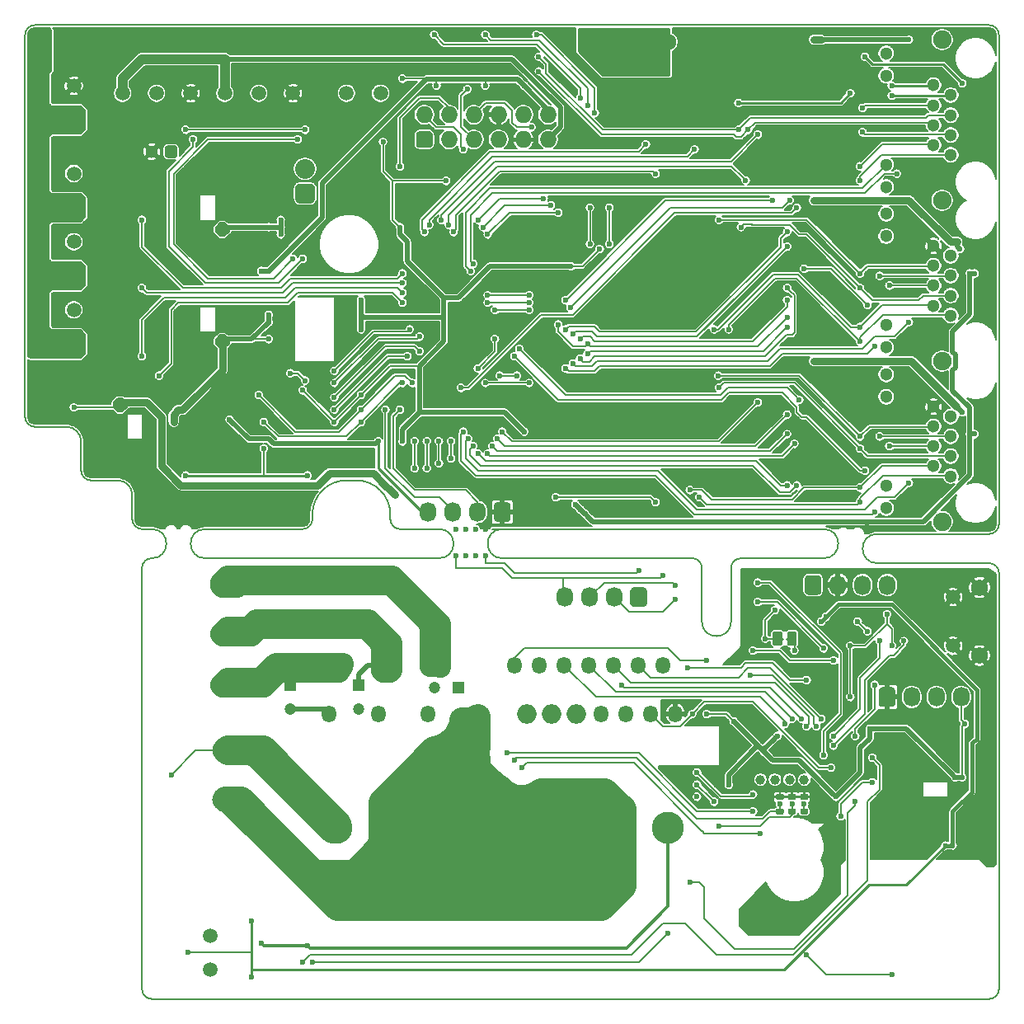
<source format=gbr>
%TF.GenerationSoftware,KiCad,Pcbnew,(5.1.5)-3*%
%TF.CreationDate,2019-12-18T19:09:42+01:00*%
%TF.ProjectId,stmbl_4.0,73746d62-6c5f-4342-9e30-2e6b69636164,rev?*%
%TF.SameCoordinates,PXbcd3d80PY2f71ff0*%
%TF.FileFunction,Copper,L2,Bot*%
%TF.FilePolarity,Positive*%
%FSLAX46Y46*%
G04 Gerber Fmt 4.6, Leading zero omitted, Abs format (unit mm)*
G04 Created by KiCad (PCBNEW (5.1.5)-3) date 2019-12-18 19:09:42*
%MOMM*%
%LPD*%
G04 APERTURE LIST*
%ADD10C,0.150000*%
%ADD11C,0.250000*%
%ADD12C,1.200000*%
%ADD13R,1.200000X1.200000*%
%ADD14C,0.100000*%
%ADD15C,3.300000*%
%ADD16O,1.727200X2.032000*%
%ADD17C,1.300000*%
%ADD18C,1.500000*%
%ADD19C,1.750000*%
%ADD20C,1.000000*%
%ADD21O,3.500000X2.000000*%
%ADD22O,2.032000X2.032000*%
%ADD23C,1.900000*%
%ADD24O,2.000000X2.000000*%
%ADD25O,1.500000X1.750000*%
%ADD26O,1.727200X1.727200*%
%ADD27C,0.600000*%
%ADD28C,0.200000*%
%ADD29C,0.500000*%
%ADD30C,0.300000*%
%ADD31C,0.750000*%
%ADD32C,0.400000*%
%ADD33C,1.000000*%
%ADD34C,2.500000*%
%ADD35C,2.000000*%
%ADD36C,0.254000*%
G04 APERTURE END LIST*
D10*
X-70500000Y-50750000D02*
X-70500000Y-50250000D01*
X-62500000Y-50750000D02*
X-62500000Y-50250000D01*
X-66000000Y-46750000D02*
X-67000000Y-46750000D01*
X-57500000Y-51750000D02*
X-61500000Y-51750000D01*
X-71500000Y-51750000D02*
G75*
G03X-70500000Y-50750000I0J1000000D01*
G01*
X-67000000Y-46750000D02*
G75*
G03X-70500000Y-50250000I0J-3500000D01*
G01*
X-62500000Y-50250000D02*
G75*
G03X-66000000Y-46750000I-3500000J0D01*
G01*
X-62500000Y-50750000D02*
G75*
G03X-61500000Y-51750000I1000000J0D01*
G01*
X-88000000Y-51750000D02*
X-87000000Y-51750000D01*
X-26500000Y-54750000D02*
G75*
G03X-27500000Y-55750000I0J-1000000D01*
G01*
X-30500000Y-55750000D02*
G75*
G03X-31500000Y-54750000I-1000000J0D01*
G01*
X-26500000Y-54750000D02*
X-18000000Y-54750000D01*
X-27500000Y-61250000D02*
X-27500000Y-55750000D01*
X-30500000Y-61250000D02*
X-30500000Y-55750000D01*
X-30500000Y-61250000D02*
G75*
G03X-27500000Y-61250000I1500000J0D01*
G01*
X-94250000Y-42750000D02*
G75*
G03X-95750000Y-41250000I-1500000J0D01*
G01*
X-89000000Y-48250000D02*
G75*
G03X-90500000Y-46750000I-1500000J0D01*
G01*
X-87000000Y-54750000D02*
G75*
G03X-87000000Y-51750000I0J1500000D01*
G01*
X-87000000Y-54750000D02*
G75*
G03X-88000000Y-55750000I0J-1000000D01*
G01*
X-89000000Y-50750000D02*
G75*
G03X-88000000Y-51750000I1000000J0D01*
G01*
X-94250000Y-45750000D02*
G75*
G03X-93250000Y-46750000I1000000J0D01*
G01*
X0Y-56250000D02*
G75*
G03X-1000000Y-55250000I-1000000J0D01*
G01*
X0Y-1000000D02*
G75*
G03X-1000000Y0I-1000000J0D01*
G01*
X-99000000Y0D02*
G75*
G03X-100000000Y-1000000I0J-1000000D01*
G01*
X-100000000Y-40250000D02*
G75*
G03X-99000000Y-41250000I1000000J0D01*
G01*
X-88000000Y-99000000D02*
G75*
G03X-87000000Y-100000000I1000000J0D01*
G01*
X-1000000Y-100000000D02*
G75*
G03X0Y-99000000I0J1000000D01*
G01*
X-1000000Y-52250000D02*
G75*
G03X0Y-51250000I0J1000000D01*
G01*
X-71500000Y-51750000D02*
X-81500000Y-51750000D01*
X-81500000Y-54750000D02*
X-57500000Y-54750000D01*
X-81500000Y-51750000D02*
G75*
G03X-81500000Y-54750000I0J-1500000D01*
G01*
X-12500000Y-55250000D02*
X-1000000Y-55250000D01*
X-12500000Y-52250000D02*
X-1000000Y-52250000D01*
X-18000000Y-54750000D02*
G75*
G03X-18000000Y-51750000I0J1500000D01*
G01*
X-12500000Y-52250000D02*
G75*
G03X-12500000Y-55250000I0J-1500000D01*
G01*
X-51000000Y-54750000D02*
X-31500000Y-54750000D01*
X-52000000Y-51750000D02*
X-18000000Y-51750000D01*
X-57500000Y-54750000D02*
G75*
G03X-57500000Y-51750000I0J1500000D01*
G01*
X-51000000Y-51750000D02*
G75*
G03X-51000000Y-54750000I0J-1500000D01*
G01*
X-90500000Y-46750000D02*
X-93250000Y-46750000D01*
X0Y-99000000D02*
X0Y-56250000D01*
X-89000000Y-48250000D02*
X-89000000Y-50750000D01*
X-94250000Y-42750000D02*
X-94250000Y-45750000D01*
X-99000000Y-41250000D02*
X-95750000Y-41250000D01*
X-100000000Y-1000000D02*
X-100000000Y-40250000D01*
X-1000000Y0D02*
X-99000000Y0D01*
X0Y-51250000D02*
X0Y-1000000D01*
X-87000000Y-100000000D02*
X-1000000Y-100000000D01*
X-88000000Y-55750000D02*
X-88000000Y-99000000D01*
D11*
X-22750000Y-63000000D02*
X-22200000Y-63000000D01*
X-21250000Y-63000000D02*
X-21800000Y-63000000D01*
D12*
X-58000000Y-68000000D03*
D13*
X-55500000Y-68000000D03*
D12*
X-65750000Y-70250000D03*
D13*
X-65750000Y-67750000D03*
D12*
X-72750000Y-70250000D03*
D13*
X-72750000Y-67750000D03*
%TA.AperFunction,SMDPad,CuDef*%
D14*
G36*
X-22233042Y-78955710D02*
G01*
X-22218724Y-78957834D01*
X-22204683Y-78961351D01*
X-22191054Y-78966228D01*
X-22177969Y-78972417D01*
X-22165553Y-78979858D01*
X-22153927Y-78988481D01*
X-22143202Y-78998202D01*
X-22133481Y-79008927D01*
X-22124858Y-79020553D01*
X-22117417Y-79032969D01*
X-22111228Y-79046054D01*
X-22106351Y-79059683D01*
X-22102834Y-79073724D01*
X-22100710Y-79088042D01*
X-22100000Y-79102500D01*
X-22100000Y-79397500D01*
X-22100710Y-79411958D01*
X-22102834Y-79426276D01*
X-22106351Y-79440317D01*
X-22111228Y-79453946D01*
X-22117417Y-79467031D01*
X-22124858Y-79479447D01*
X-22133481Y-79491073D01*
X-22143202Y-79501798D01*
X-22153927Y-79511519D01*
X-22165553Y-79520142D01*
X-22177969Y-79527583D01*
X-22191054Y-79533772D01*
X-22204683Y-79538649D01*
X-22218724Y-79542166D01*
X-22233042Y-79544290D01*
X-22247500Y-79545000D01*
X-22752500Y-79545000D01*
X-22766958Y-79544290D01*
X-22781276Y-79542166D01*
X-22795317Y-79538649D01*
X-22808946Y-79533772D01*
X-22822031Y-79527583D01*
X-22834447Y-79520142D01*
X-22846073Y-79511519D01*
X-22856798Y-79501798D01*
X-22866519Y-79491073D01*
X-22875142Y-79479447D01*
X-22882583Y-79467031D01*
X-22888772Y-79453946D01*
X-22893649Y-79440317D01*
X-22897166Y-79426276D01*
X-22899290Y-79411958D01*
X-22900000Y-79397500D01*
X-22900000Y-79102500D01*
X-22899290Y-79088042D01*
X-22897166Y-79073724D01*
X-22893649Y-79059683D01*
X-22888772Y-79046054D01*
X-22882583Y-79032969D01*
X-22875142Y-79020553D01*
X-22866519Y-79008927D01*
X-22856798Y-78998202D01*
X-22846073Y-78988481D01*
X-22834447Y-78979858D01*
X-22822031Y-78972417D01*
X-22808946Y-78966228D01*
X-22795317Y-78961351D01*
X-22781276Y-78957834D01*
X-22766958Y-78955710D01*
X-22752500Y-78955000D01*
X-22247500Y-78955000D01*
X-22233042Y-78955710D01*
G37*
%TD.AperFunction*%
%TA.AperFunction,SMDPad,CuDef*%
G36*
X-22233042Y-80455710D02*
G01*
X-22218724Y-80457834D01*
X-22204683Y-80461351D01*
X-22191054Y-80466228D01*
X-22177969Y-80472417D01*
X-22165553Y-80479858D01*
X-22153927Y-80488481D01*
X-22143202Y-80498202D01*
X-22133481Y-80508927D01*
X-22124858Y-80520553D01*
X-22117417Y-80532969D01*
X-22111228Y-80546054D01*
X-22106351Y-80559683D01*
X-22102834Y-80573724D01*
X-22100710Y-80588042D01*
X-22100000Y-80602500D01*
X-22100000Y-80897500D01*
X-22100710Y-80911958D01*
X-22102834Y-80926276D01*
X-22106351Y-80940317D01*
X-22111228Y-80953946D01*
X-22117417Y-80967031D01*
X-22124858Y-80979447D01*
X-22133481Y-80991073D01*
X-22143202Y-81001798D01*
X-22153927Y-81011519D01*
X-22165553Y-81020142D01*
X-22177969Y-81027583D01*
X-22191054Y-81033772D01*
X-22204683Y-81038649D01*
X-22218724Y-81042166D01*
X-22233042Y-81044290D01*
X-22247500Y-81045000D01*
X-22752500Y-81045000D01*
X-22766958Y-81044290D01*
X-22781276Y-81042166D01*
X-22795317Y-81038649D01*
X-22808946Y-81033772D01*
X-22822031Y-81027583D01*
X-22834447Y-81020142D01*
X-22846073Y-81011519D01*
X-22856798Y-81001798D01*
X-22866519Y-80991073D01*
X-22875142Y-80979447D01*
X-22882583Y-80967031D01*
X-22888772Y-80953946D01*
X-22893649Y-80940317D01*
X-22897166Y-80926276D01*
X-22899290Y-80911958D01*
X-22900000Y-80897500D01*
X-22900000Y-80602500D01*
X-22899290Y-80588042D01*
X-22897166Y-80573724D01*
X-22893649Y-80559683D01*
X-22888772Y-80546054D01*
X-22882583Y-80532969D01*
X-22875142Y-80520553D01*
X-22866519Y-80508927D01*
X-22856798Y-80498202D01*
X-22846073Y-80488481D01*
X-22834447Y-80479858D01*
X-22822031Y-80472417D01*
X-22808946Y-80466228D01*
X-22795317Y-80461351D01*
X-22781276Y-80457834D01*
X-22766958Y-80455710D01*
X-22752500Y-80455000D01*
X-22247500Y-80455000D01*
X-22233042Y-80455710D01*
G37*
%TD.AperFunction*%
%TA.AperFunction,ComponentPad*%
G36*
X-40954670Y-87547781D02*
G01*
X-40874584Y-87559660D01*
X-40796049Y-87579332D01*
X-40719820Y-87606607D01*
X-40646632Y-87641223D01*
X-40577189Y-87682846D01*
X-40512160Y-87731074D01*
X-40452171Y-87785445D01*
X-39285445Y-88952171D01*
X-39231074Y-89012160D01*
X-39182846Y-89077189D01*
X-39141223Y-89146632D01*
X-39106607Y-89219820D01*
X-39079332Y-89296049D01*
X-39059660Y-89374584D01*
X-39047781Y-89454670D01*
X-39043808Y-89535534D01*
X-39047781Y-89616398D01*
X-39059660Y-89696484D01*
X-39079332Y-89775019D01*
X-39106607Y-89851248D01*
X-39141223Y-89924436D01*
X-39182846Y-89993879D01*
X-39231074Y-90058908D01*
X-39285445Y-90118897D01*
X-40452171Y-91285623D01*
X-40512160Y-91339994D01*
X-40577189Y-91388222D01*
X-40646632Y-91429845D01*
X-40719820Y-91464461D01*
X-40796049Y-91491736D01*
X-40874584Y-91511408D01*
X-40954670Y-91523287D01*
X-41035534Y-91527260D01*
X-41116398Y-91523287D01*
X-41196484Y-91511408D01*
X-41275019Y-91491736D01*
X-41351248Y-91464461D01*
X-41424436Y-91429845D01*
X-41493879Y-91388222D01*
X-41558908Y-91339994D01*
X-41618897Y-91285623D01*
X-42785623Y-90118897D01*
X-42839994Y-90058908D01*
X-42888222Y-89993879D01*
X-42929845Y-89924436D01*
X-42964461Y-89851248D01*
X-42991736Y-89775019D01*
X-43011408Y-89696484D01*
X-43023287Y-89616398D01*
X-43027260Y-89535534D01*
X-43023287Y-89454670D01*
X-43011408Y-89374584D01*
X-42991736Y-89296049D01*
X-42964461Y-89219820D01*
X-42929845Y-89146632D01*
X-42888222Y-89077189D01*
X-42839994Y-89012160D01*
X-42785623Y-88952171D01*
X-41618897Y-87785445D01*
X-41558908Y-87731074D01*
X-41493879Y-87682846D01*
X-41424436Y-87641223D01*
X-41351248Y-87606607D01*
X-41275019Y-87579332D01*
X-41196484Y-87559660D01*
X-41116398Y-87547781D01*
X-41035534Y-87543808D01*
X-40954670Y-87547781D01*
G37*
%TD.AperFunction*%
D15*
X-33964466Y-82464466D03*
D16*
X-58620000Y-50000000D03*
X-56080000Y-50000000D03*
X-53540000Y-50000000D03*
%TA.AperFunction,ComponentPad*%
D14*
G36*
X-50525876Y-48986079D02*
G01*
X-50483960Y-48992297D01*
X-50442855Y-49002593D01*
X-50402957Y-49016869D01*
X-50364651Y-49034986D01*
X-50328305Y-49056771D01*
X-50294269Y-49082014D01*
X-50262871Y-49110471D01*
X-50234414Y-49141869D01*
X-50209171Y-49175905D01*
X-50187386Y-49212251D01*
X-50169269Y-49250557D01*
X-50154993Y-49290455D01*
X-50144697Y-49331560D01*
X-50138479Y-49373476D01*
X-50136400Y-49415800D01*
X-50136400Y-50584200D01*
X-50138479Y-50626524D01*
X-50144697Y-50668440D01*
X-50154993Y-50709545D01*
X-50169269Y-50749443D01*
X-50187386Y-50787749D01*
X-50209171Y-50824095D01*
X-50234414Y-50858131D01*
X-50262871Y-50889529D01*
X-50294269Y-50917986D01*
X-50328305Y-50943229D01*
X-50364651Y-50965014D01*
X-50402957Y-50983131D01*
X-50442855Y-50997407D01*
X-50483960Y-51007703D01*
X-50525876Y-51013921D01*
X-50568200Y-51016000D01*
X-51431800Y-51016000D01*
X-51474124Y-51013921D01*
X-51516040Y-51007703D01*
X-51557145Y-50997407D01*
X-51597043Y-50983131D01*
X-51635349Y-50965014D01*
X-51671695Y-50943229D01*
X-51705731Y-50917986D01*
X-51737129Y-50889529D01*
X-51765586Y-50858131D01*
X-51790829Y-50824095D01*
X-51812614Y-50787749D01*
X-51830731Y-50749443D01*
X-51845007Y-50709545D01*
X-51855303Y-50668440D01*
X-51861521Y-50626524D01*
X-51863600Y-50584200D01*
X-51863600Y-49415800D01*
X-51861521Y-49373476D01*
X-51855303Y-49331560D01*
X-51845007Y-49290455D01*
X-51830731Y-49250557D01*
X-51812614Y-49212251D01*
X-51790829Y-49175905D01*
X-51765586Y-49141869D01*
X-51737129Y-49110471D01*
X-51705731Y-49082014D01*
X-51671695Y-49056771D01*
X-51635349Y-49034986D01*
X-51597043Y-49016869D01*
X-51557145Y-49002593D01*
X-51516040Y-48992297D01*
X-51474124Y-48986079D01*
X-51431800Y-48984000D01*
X-50568200Y-48984000D01*
X-50525876Y-48986079D01*
G37*
%TD.AperFunction*%
D17*
X-87000000Y-13000000D03*
%TA.AperFunction,ComponentPad*%
D14*
G36*
X-84643144Y-12351565D02*
G01*
X-84611596Y-12356245D01*
X-84580657Y-12363994D01*
X-84550628Y-12374739D01*
X-84521796Y-12388376D01*
X-84494440Y-12404772D01*
X-84468822Y-12423772D01*
X-84445190Y-12445190D01*
X-84423772Y-12468822D01*
X-84404772Y-12494440D01*
X-84388376Y-12521796D01*
X-84374739Y-12550628D01*
X-84363994Y-12580657D01*
X-84356245Y-12611596D01*
X-84351565Y-12643144D01*
X-84350000Y-12675000D01*
X-84350000Y-13325000D01*
X-84351565Y-13356856D01*
X-84356245Y-13388404D01*
X-84363994Y-13419343D01*
X-84374739Y-13449372D01*
X-84388376Y-13478204D01*
X-84404772Y-13505560D01*
X-84423772Y-13531178D01*
X-84445190Y-13554810D01*
X-84468822Y-13576228D01*
X-84494440Y-13595228D01*
X-84521796Y-13611624D01*
X-84550628Y-13625261D01*
X-84580657Y-13636006D01*
X-84611596Y-13643755D01*
X-84643144Y-13648435D01*
X-84675000Y-13650000D01*
X-85325000Y-13650000D01*
X-85356856Y-13648435D01*
X-85388404Y-13643755D01*
X-85419343Y-13636006D01*
X-85449372Y-13625261D01*
X-85478204Y-13611624D01*
X-85505560Y-13595228D01*
X-85531178Y-13576228D01*
X-85554810Y-13554810D01*
X-85576228Y-13531178D01*
X-85595228Y-13505560D01*
X-85611624Y-13478204D01*
X-85625261Y-13449372D01*
X-85636006Y-13419343D01*
X-85643755Y-13388404D01*
X-85648435Y-13356856D01*
X-85650000Y-13325000D01*
X-85650000Y-12675000D01*
X-85648435Y-12643144D01*
X-85643755Y-12611596D01*
X-85636006Y-12580657D01*
X-85625261Y-12550628D01*
X-85611624Y-12521796D01*
X-85595228Y-12494440D01*
X-85576228Y-12468822D01*
X-85554810Y-12445190D01*
X-85531178Y-12423772D01*
X-85505560Y-12404772D01*
X-85478204Y-12388376D01*
X-85449372Y-12374739D01*
X-85419343Y-12363994D01*
X-85388404Y-12356245D01*
X-85356856Y-12351565D01*
X-85325000Y-12350000D01*
X-84675000Y-12350000D01*
X-84643144Y-12351565D01*
G37*
%TD.AperFunction*%
%TA.AperFunction,ComponentPad*%
G36*
X-60883602Y-87547781D02*
G01*
X-60803516Y-87559660D01*
X-60724981Y-87579332D01*
X-60648752Y-87606607D01*
X-60575564Y-87641223D01*
X-60506121Y-87682846D01*
X-60441092Y-87731074D01*
X-60381103Y-87785445D01*
X-59214377Y-88952171D01*
X-59160006Y-89012160D01*
X-59111778Y-89077189D01*
X-59070155Y-89146632D01*
X-59035539Y-89219820D01*
X-59008264Y-89296049D01*
X-58988592Y-89374584D01*
X-58976713Y-89454670D01*
X-58972740Y-89535534D01*
X-58976713Y-89616398D01*
X-58988592Y-89696484D01*
X-59008264Y-89775019D01*
X-59035539Y-89851248D01*
X-59070155Y-89924436D01*
X-59111778Y-89993879D01*
X-59160006Y-90058908D01*
X-59214377Y-90118897D01*
X-60381103Y-91285623D01*
X-60441092Y-91339994D01*
X-60506121Y-91388222D01*
X-60575564Y-91429845D01*
X-60648752Y-91464461D01*
X-60724981Y-91491736D01*
X-60803516Y-91511408D01*
X-60883602Y-91523287D01*
X-60964466Y-91527260D01*
X-61045330Y-91523287D01*
X-61125416Y-91511408D01*
X-61203951Y-91491736D01*
X-61280180Y-91464461D01*
X-61353368Y-91429845D01*
X-61422811Y-91388222D01*
X-61487840Y-91339994D01*
X-61547829Y-91285623D01*
X-62714555Y-90118897D01*
X-62768926Y-90058908D01*
X-62817154Y-89993879D01*
X-62858777Y-89924436D01*
X-62893393Y-89851248D01*
X-62920668Y-89775019D01*
X-62940340Y-89696484D01*
X-62952219Y-89616398D01*
X-62956192Y-89535534D01*
X-62952219Y-89454670D01*
X-62940340Y-89374584D01*
X-62920668Y-89296049D01*
X-62893393Y-89219820D01*
X-62858777Y-89146632D01*
X-62817154Y-89077189D01*
X-62768926Y-89012160D01*
X-62714555Y-88952171D01*
X-61547829Y-87785445D01*
X-61487840Y-87731074D01*
X-61422811Y-87682846D01*
X-61353368Y-87641223D01*
X-61280180Y-87606607D01*
X-61203951Y-87579332D01*
X-61125416Y-87559660D01*
X-61045330Y-87547781D01*
X-60964466Y-87543808D01*
X-60883602Y-87547781D01*
G37*
%TD.AperFunction*%
D15*
X-68035534Y-82464466D03*
%TA.AperFunction,SMDPad,CuDef*%
D14*
G36*
X-22475496Y-62251204D02*
G01*
X-22451227Y-62254804D01*
X-22427429Y-62260765D01*
X-22404329Y-62269030D01*
X-22382151Y-62279520D01*
X-22361107Y-62292133D01*
X-22341402Y-62306747D01*
X-22323223Y-62323223D01*
X-22306747Y-62341402D01*
X-22292133Y-62361107D01*
X-22279520Y-62382151D01*
X-22269030Y-62404329D01*
X-22260765Y-62427429D01*
X-22254804Y-62451227D01*
X-22251204Y-62475496D01*
X-22250000Y-62500000D01*
X-22250000Y-63500000D01*
X-22251204Y-63524504D01*
X-22254804Y-63548773D01*
X-22260765Y-63572571D01*
X-22269030Y-63595671D01*
X-22279520Y-63617849D01*
X-22292133Y-63638893D01*
X-22306747Y-63658598D01*
X-22323223Y-63676777D01*
X-22341402Y-63693253D01*
X-22361107Y-63707867D01*
X-22382151Y-63720480D01*
X-22404329Y-63730970D01*
X-22427429Y-63739235D01*
X-22451227Y-63745196D01*
X-22475496Y-63748796D01*
X-22500000Y-63750000D01*
X-23000000Y-63750000D01*
X-23024504Y-63748796D01*
X-23048773Y-63745196D01*
X-23072571Y-63739235D01*
X-23095671Y-63730970D01*
X-23117849Y-63720480D01*
X-23138893Y-63707867D01*
X-23158598Y-63693253D01*
X-23176777Y-63676777D01*
X-23193253Y-63658598D01*
X-23207867Y-63638893D01*
X-23220480Y-63617849D01*
X-23230970Y-63595671D01*
X-23239235Y-63572571D01*
X-23245196Y-63548773D01*
X-23248796Y-63524504D01*
X-23250000Y-63500000D01*
X-23250000Y-62500000D01*
X-23248796Y-62475496D01*
X-23245196Y-62451227D01*
X-23239235Y-62427429D01*
X-23230970Y-62404329D01*
X-23220480Y-62382151D01*
X-23207867Y-62361107D01*
X-23193253Y-62341402D01*
X-23176777Y-62323223D01*
X-23158598Y-62306747D01*
X-23138893Y-62292133D01*
X-23117849Y-62279520D01*
X-23095671Y-62269030D01*
X-23072571Y-62260765D01*
X-23048773Y-62254804D01*
X-23024504Y-62251204D01*
X-23000000Y-62250000D01*
X-22500000Y-62250000D01*
X-22475496Y-62251204D01*
G37*
%TD.AperFunction*%
%TA.AperFunction,SMDPad,CuDef*%
G36*
X-20975496Y-62251204D02*
G01*
X-20951227Y-62254804D01*
X-20927429Y-62260765D01*
X-20904329Y-62269030D01*
X-20882151Y-62279520D01*
X-20861107Y-62292133D01*
X-20841402Y-62306747D01*
X-20823223Y-62323223D01*
X-20806747Y-62341402D01*
X-20792133Y-62361107D01*
X-20779520Y-62382151D01*
X-20769030Y-62404329D01*
X-20760765Y-62427429D01*
X-20754804Y-62451227D01*
X-20751204Y-62475496D01*
X-20750000Y-62500000D01*
X-20750000Y-63500000D01*
X-20751204Y-63524504D01*
X-20754804Y-63548773D01*
X-20760765Y-63572571D01*
X-20769030Y-63595671D01*
X-20779520Y-63617849D01*
X-20792133Y-63638893D01*
X-20806747Y-63658598D01*
X-20823223Y-63676777D01*
X-20841402Y-63693253D01*
X-20861107Y-63707867D01*
X-20882151Y-63720480D01*
X-20904329Y-63730970D01*
X-20927429Y-63739235D01*
X-20951227Y-63745196D01*
X-20975496Y-63748796D01*
X-21000000Y-63750000D01*
X-21500000Y-63750000D01*
X-21524504Y-63748796D01*
X-21548773Y-63745196D01*
X-21572571Y-63739235D01*
X-21595671Y-63730970D01*
X-21617849Y-63720480D01*
X-21638893Y-63707867D01*
X-21658598Y-63693253D01*
X-21676777Y-63676777D01*
X-21693253Y-63658598D01*
X-21707867Y-63638893D01*
X-21720480Y-63617849D01*
X-21730970Y-63595671D01*
X-21739235Y-63572571D01*
X-21745196Y-63548773D01*
X-21748796Y-63524504D01*
X-21750000Y-63500000D01*
X-21750000Y-62500000D01*
X-21748796Y-62475496D01*
X-21745196Y-62451227D01*
X-21739235Y-62427429D01*
X-21730970Y-62404329D01*
X-21720480Y-62382151D01*
X-21707867Y-62361107D01*
X-21693253Y-62341402D01*
X-21676777Y-62323223D01*
X-21658598Y-62306747D01*
X-21638893Y-62292133D01*
X-21617849Y-62279520D01*
X-21595671Y-62269030D01*
X-21572571Y-62260765D01*
X-21548773Y-62254804D01*
X-21524504Y-62251204D01*
X-21500000Y-62250000D01*
X-21000000Y-62250000D01*
X-20975496Y-62251204D01*
G37*
%TD.AperFunction*%
D18*
X-4700000Y-63750000D03*
X-4700000Y-58750000D03*
D19*
X-2000000Y-64750000D03*
X-2000000Y-57750000D03*
D18*
X-35000000Y-4450000D03*
X-40000000Y-4450000D03*
D19*
X-34000000Y-1750000D03*
X-41000000Y-1750000D03*
%TA.AperFunction,SMDPad,CuDef*%
D14*
G36*
X-19733042Y-78955710D02*
G01*
X-19718724Y-78957834D01*
X-19704683Y-78961351D01*
X-19691054Y-78966228D01*
X-19677969Y-78972417D01*
X-19665553Y-78979858D01*
X-19653927Y-78988481D01*
X-19643202Y-78998202D01*
X-19633481Y-79008927D01*
X-19624858Y-79020553D01*
X-19617417Y-79032969D01*
X-19611228Y-79046054D01*
X-19606351Y-79059683D01*
X-19602834Y-79073724D01*
X-19600710Y-79088042D01*
X-19600000Y-79102500D01*
X-19600000Y-79397500D01*
X-19600710Y-79411958D01*
X-19602834Y-79426276D01*
X-19606351Y-79440317D01*
X-19611228Y-79453946D01*
X-19617417Y-79467031D01*
X-19624858Y-79479447D01*
X-19633481Y-79491073D01*
X-19643202Y-79501798D01*
X-19653927Y-79511519D01*
X-19665553Y-79520142D01*
X-19677969Y-79527583D01*
X-19691054Y-79533772D01*
X-19704683Y-79538649D01*
X-19718724Y-79542166D01*
X-19733042Y-79544290D01*
X-19747500Y-79545000D01*
X-20252500Y-79545000D01*
X-20266958Y-79544290D01*
X-20281276Y-79542166D01*
X-20295317Y-79538649D01*
X-20308946Y-79533772D01*
X-20322031Y-79527583D01*
X-20334447Y-79520142D01*
X-20346073Y-79511519D01*
X-20356798Y-79501798D01*
X-20366519Y-79491073D01*
X-20375142Y-79479447D01*
X-20382583Y-79467031D01*
X-20388772Y-79453946D01*
X-20393649Y-79440317D01*
X-20397166Y-79426276D01*
X-20399290Y-79411958D01*
X-20400000Y-79397500D01*
X-20400000Y-79102500D01*
X-20399290Y-79088042D01*
X-20397166Y-79073724D01*
X-20393649Y-79059683D01*
X-20388772Y-79046054D01*
X-20382583Y-79032969D01*
X-20375142Y-79020553D01*
X-20366519Y-79008927D01*
X-20356798Y-78998202D01*
X-20346073Y-78988481D01*
X-20334447Y-78979858D01*
X-20322031Y-78972417D01*
X-20308946Y-78966228D01*
X-20295317Y-78961351D01*
X-20281276Y-78957834D01*
X-20266958Y-78955710D01*
X-20252500Y-78955000D01*
X-19747500Y-78955000D01*
X-19733042Y-78955710D01*
G37*
%TD.AperFunction*%
%TA.AperFunction,SMDPad,CuDef*%
G36*
X-19733042Y-80455710D02*
G01*
X-19718724Y-80457834D01*
X-19704683Y-80461351D01*
X-19691054Y-80466228D01*
X-19677969Y-80472417D01*
X-19665553Y-80479858D01*
X-19653927Y-80488481D01*
X-19643202Y-80498202D01*
X-19633481Y-80508927D01*
X-19624858Y-80520553D01*
X-19617417Y-80532969D01*
X-19611228Y-80546054D01*
X-19606351Y-80559683D01*
X-19602834Y-80573724D01*
X-19600710Y-80588042D01*
X-19600000Y-80602500D01*
X-19600000Y-80897500D01*
X-19600710Y-80911958D01*
X-19602834Y-80926276D01*
X-19606351Y-80940317D01*
X-19611228Y-80953946D01*
X-19617417Y-80967031D01*
X-19624858Y-80979447D01*
X-19633481Y-80991073D01*
X-19643202Y-81001798D01*
X-19653927Y-81011519D01*
X-19665553Y-81020142D01*
X-19677969Y-81027583D01*
X-19691054Y-81033772D01*
X-19704683Y-81038649D01*
X-19718724Y-81042166D01*
X-19733042Y-81044290D01*
X-19747500Y-81045000D01*
X-20252500Y-81045000D01*
X-20266958Y-81044290D01*
X-20281276Y-81042166D01*
X-20295317Y-81038649D01*
X-20308946Y-81033772D01*
X-20322031Y-81027583D01*
X-20334447Y-81020142D01*
X-20346073Y-81011519D01*
X-20356798Y-81001798D01*
X-20366519Y-80991073D01*
X-20375142Y-80979447D01*
X-20382583Y-80967031D01*
X-20388772Y-80953946D01*
X-20393649Y-80940317D01*
X-20397166Y-80926276D01*
X-20399290Y-80911958D01*
X-20400000Y-80897500D01*
X-20400000Y-80602500D01*
X-20399290Y-80588042D01*
X-20397166Y-80573724D01*
X-20393649Y-80559683D01*
X-20388772Y-80546054D01*
X-20382583Y-80532969D01*
X-20375142Y-80520553D01*
X-20366519Y-80508927D01*
X-20356798Y-80498202D01*
X-20346073Y-80488481D01*
X-20334447Y-80479858D01*
X-20322031Y-80472417D01*
X-20308946Y-80466228D01*
X-20295317Y-80461351D01*
X-20281276Y-80457834D01*
X-20266958Y-80455710D01*
X-20252500Y-80455000D01*
X-19747500Y-80455000D01*
X-19733042Y-80455710D01*
G37*
%TD.AperFunction*%
%TA.AperFunction,SMDPad,CuDef*%
G36*
X-20983042Y-78955710D02*
G01*
X-20968724Y-78957834D01*
X-20954683Y-78961351D01*
X-20941054Y-78966228D01*
X-20927969Y-78972417D01*
X-20915553Y-78979858D01*
X-20903927Y-78988481D01*
X-20893202Y-78998202D01*
X-20883481Y-79008927D01*
X-20874858Y-79020553D01*
X-20867417Y-79032969D01*
X-20861228Y-79046054D01*
X-20856351Y-79059683D01*
X-20852834Y-79073724D01*
X-20850710Y-79088042D01*
X-20850000Y-79102500D01*
X-20850000Y-79397500D01*
X-20850710Y-79411958D01*
X-20852834Y-79426276D01*
X-20856351Y-79440317D01*
X-20861228Y-79453946D01*
X-20867417Y-79467031D01*
X-20874858Y-79479447D01*
X-20883481Y-79491073D01*
X-20893202Y-79501798D01*
X-20903927Y-79511519D01*
X-20915553Y-79520142D01*
X-20927969Y-79527583D01*
X-20941054Y-79533772D01*
X-20954683Y-79538649D01*
X-20968724Y-79542166D01*
X-20983042Y-79544290D01*
X-20997500Y-79545000D01*
X-21502500Y-79545000D01*
X-21516958Y-79544290D01*
X-21531276Y-79542166D01*
X-21545317Y-79538649D01*
X-21558946Y-79533772D01*
X-21572031Y-79527583D01*
X-21584447Y-79520142D01*
X-21596073Y-79511519D01*
X-21606798Y-79501798D01*
X-21616519Y-79491073D01*
X-21625142Y-79479447D01*
X-21632583Y-79467031D01*
X-21638772Y-79453946D01*
X-21643649Y-79440317D01*
X-21647166Y-79426276D01*
X-21649290Y-79411958D01*
X-21650000Y-79397500D01*
X-21650000Y-79102500D01*
X-21649290Y-79088042D01*
X-21647166Y-79073724D01*
X-21643649Y-79059683D01*
X-21638772Y-79046054D01*
X-21632583Y-79032969D01*
X-21625142Y-79020553D01*
X-21616519Y-79008927D01*
X-21606798Y-78998202D01*
X-21596073Y-78988481D01*
X-21584447Y-78979858D01*
X-21572031Y-78972417D01*
X-21558946Y-78966228D01*
X-21545317Y-78961351D01*
X-21531276Y-78957834D01*
X-21516958Y-78955710D01*
X-21502500Y-78955000D01*
X-20997500Y-78955000D01*
X-20983042Y-78955710D01*
G37*
%TD.AperFunction*%
%TA.AperFunction,SMDPad,CuDef*%
G36*
X-20983042Y-80455710D02*
G01*
X-20968724Y-80457834D01*
X-20954683Y-80461351D01*
X-20941054Y-80466228D01*
X-20927969Y-80472417D01*
X-20915553Y-80479858D01*
X-20903927Y-80488481D01*
X-20893202Y-80498202D01*
X-20883481Y-80508927D01*
X-20874858Y-80520553D01*
X-20867417Y-80532969D01*
X-20861228Y-80546054D01*
X-20856351Y-80559683D01*
X-20852834Y-80573724D01*
X-20850710Y-80588042D01*
X-20850000Y-80602500D01*
X-20850000Y-80897500D01*
X-20850710Y-80911958D01*
X-20852834Y-80926276D01*
X-20856351Y-80940317D01*
X-20861228Y-80953946D01*
X-20867417Y-80967031D01*
X-20874858Y-80979447D01*
X-20883481Y-80991073D01*
X-20893202Y-81001798D01*
X-20903927Y-81011519D01*
X-20915553Y-81020142D01*
X-20927969Y-81027583D01*
X-20941054Y-81033772D01*
X-20954683Y-81038649D01*
X-20968724Y-81042166D01*
X-20983042Y-81044290D01*
X-20997500Y-81045000D01*
X-21502500Y-81045000D01*
X-21516958Y-81044290D01*
X-21531276Y-81042166D01*
X-21545317Y-81038649D01*
X-21558946Y-81033772D01*
X-21572031Y-81027583D01*
X-21584447Y-81020142D01*
X-21596073Y-81011519D01*
X-21606798Y-81001798D01*
X-21616519Y-80991073D01*
X-21625142Y-80979447D01*
X-21632583Y-80967031D01*
X-21638772Y-80953946D01*
X-21643649Y-80940317D01*
X-21647166Y-80926276D01*
X-21649290Y-80911958D01*
X-21650000Y-80897500D01*
X-21650000Y-80602500D01*
X-21649290Y-80588042D01*
X-21647166Y-80573724D01*
X-21643649Y-80559683D01*
X-21638772Y-80546054D01*
X-21632583Y-80532969D01*
X-21625142Y-80520553D01*
X-21616519Y-80508927D01*
X-21606798Y-80498202D01*
X-21596073Y-80488481D01*
X-21584447Y-80479858D01*
X-21572031Y-80472417D01*
X-21558946Y-80466228D01*
X-21545317Y-80461351D01*
X-21531276Y-80457834D01*
X-21516958Y-80455710D01*
X-21502500Y-80455000D01*
X-20997500Y-80455000D01*
X-20983042Y-80455710D01*
G37*
%TD.AperFunction*%
D20*
X-20000000Y-77500000D03*
X-24500000Y-77500000D03*
X-23000000Y-77500000D03*
X-21500000Y-77500000D03*
D21*
X-79000000Y-67830000D03*
X-79000000Y-62750000D03*
X-79000000Y-57670000D03*
%TA.AperFunction,ComponentPad*%
D14*
G36*
X-70692207Y-16276446D02*
G01*
X-70642894Y-16283761D01*
X-70594535Y-16295874D01*
X-70547597Y-16312669D01*
X-70502530Y-16333984D01*
X-70459770Y-16359613D01*
X-70419728Y-16389311D01*
X-70382790Y-16422790D01*
X-70349311Y-16459728D01*
X-70319613Y-16499770D01*
X-70293984Y-16542530D01*
X-70272669Y-16587597D01*
X-70255874Y-16634535D01*
X-70243761Y-16682894D01*
X-70236446Y-16732207D01*
X-70234000Y-16782000D01*
X-70234000Y-17798000D01*
X-70236446Y-17847793D01*
X-70243761Y-17897106D01*
X-70255874Y-17945465D01*
X-70272669Y-17992403D01*
X-70293984Y-18037470D01*
X-70319613Y-18080230D01*
X-70349311Y-18120272D01*
X-70382790Y-18157210D01*
X-70419728Y-18190689D01*
X-70459770Y-18220387D01*
X-70502530Y-18246016D01*
X-70547597Y-18267331D01*
X-70594535Y-18284126D01*
X-70642894Y-18296239D01*
X-70692207Y-18303554D01*
X-70742000Y-18306000D01*
X-71758000Y-18306000D01*
X-71807793Y-18303554D01*
X-71857106Y-18296239D01*
X-71905465Y-18284126D01*
X-71952403Y-18267331D01*
X-71997470Y-18246016D01*
X-72040230Y-18220387D01*
X-72080272Y-18190689D01*
X-72117210Y-18157210D01*
X-72150689Y-18120272D01*
X-72180387Y-18080230D01*
X-72206016Y-18037470D01*
X-72227331Y-17992403D01*
X-72244126Y-17945465D01*
X-72256239Y-17897106D01*
X-72263554Y-17847793D01*
X-72266000Y-17798000D01*
X-72266000Y-16782000D01*
X-72263554Y-16732207D01*
X-72256239Y-16682894D01*
X-72244126Y-16634535D01*
X-72227331Y-16587597D01*
X-72206016Y-16542530D01*
X-72180387Y-16499770D01*
X-72150689Y-16459728D01*
X-72117210Y-16422790D01*
X-72080272Y-16389311D01*
X-72040230Y-16359613D01*
X-71997470Y-16333984D01*
X-71952403Y-16312669D01*
X-71905465Y-16295874D01*
X-71857106Y-16283761D01*
X-71807793Y-16276446D01*
X-71758000Y-16274000D01*
X-70742000Y-16274000D01*
X-70692207Y-16276446D01*
G37*
%TD.AperFunction*%
D22*
X-71250000Y-14750000D03*
D21*
X-79000000Y-79580000D03*
X-79000000Y-74500000D03*
D23*
X-5830000Y-18000000D03*
X-5830000Y-34500000D03*
D17*
X-4940000Y-29820000D03*
X-6720000Y-28800000D03*
X-4940000Y-27780000D03*
X-6720000Y-26760000D03*
X-4940000Y-25740000D03*
X-6720000Y-24720000D03*
X-4940000Y-23700000D03*
X-6720000Y-22680000D03*
X-11580000Y-19390000D03*
X-11580000Y-21680000D03*
X-11580000Y-30820000D03*
X-11580000Y-33110000D03*
D23*
X-5830000Y-1500000D03*
X-5830000Y-18000000D03*
D17*
X-4940000Y-13320000D03*
X-6720000Y-12300000D03*
X-4940000Y-11280000D03*
X-6720000Y-10260000D03*
X-4940000Y-9240000D03*
X-6720000Y-8220000D03*
X-4940000Y-7200000D03*
X-6720000Y-6180000D03*
X-11580000Y-2890000D03*
X-11580000Y-5180000D03*
X-11580000Y-14320000D03*
X-11580000Y-16610000D03*
D23*
X-5830000Y-34500000D03*
X-5830000Y-51000000D03*
D17*
X-4940000Y-46320000D03*
X-6720000Y-45300000D03*
X-4940000Y-44280000D03*
X-6720000Y-43260000D03*
X-4940000Y-42240000D03*
X-6720000Y-41220000D03*
X-4940000Y-40200000D03*
X-6720000Y-39180000D03*
X-11580000Y-35890000D03*
X-11580000Y-38180000D03*
X-11580000Y-47320000D03*
X-11580000Y-49610000D03*
D24*
X-53540000Y-70750000D03*
X-57350000Y-65750000D03*
D25*
X-58620000Y-70750000D03*
D24*
X-62430000Y-65750000D03*
D25*
X-63700000Y-70750000D03*
D24*
X-67510000Y-65750000D03*
D25*
X-68780000Y-70750000D03*
X-49730000Y-65750000D03*
D24*
X-48460000Y-70750000D03*
D25*
X-47190000Y-65750000D03*
D24*
X-45920000Y-70750000D03*
D25*
X-44650000Y-65750000D03*
D24*
X-43380000Y-70750000D03*
D25*
X-42110000Y-65750000D03*
X-39570000Y-65750000D03*
X-37030000Y-65750000D03*
X-34490000Y-65750000D03*
X-40840000Y-70750000D03*
X-38300000Y-70750000D03*
X-35760000Y-70750000D03*
X-33220000Y-70750000D03*
D20*
X-23750000Y-78750000D03*
%TA.AperFunction,ComponentPad*%
D14*
G36*
X-11025876Y-67986079D02*
G01*
X-10983960Y-67992297D01*
X-10942855Y-68002593D01*
X-10902957Y-68016869D01*
X-10864651Y-68034986D01*
X-10828305Y-68056771D01*
X-10794269Y-68082014D01*
X-10762871Y-68110471D01*
X-10734414Y-68141869D01*
X-10709171Y-68175905D01*
X-10687386Y-68212251D01*
X-10669269Y-68250557D01*
X-10654993Y-68290455D01*
X-10644697Y-68331560D01*
X-10638479Y-68373476D01*
X-10636400Y-68415800D01*
X-10636400Y-69584200D01*
X-10638479Y-69626524D01*
X-10644697Y-69668440D01*
X-10654993Y-69709545D01*
X-10669269Y-69749443D01*
X-10687386Y-69787749D01*
X-10709171Y-69824095D01*
X-10734414Y-69858131D01*
X-10762871Y-69889529D01*
X-10794269Y-69917986D01*
X-10828305Y-69943229D01*
X-10864651Y-69965014D01*
X-10902957Y-69983131D01*
X-10942855Y-69997407D01*
X-10983960Y-70007703D01*
X-11025876Y-70013921D01*
X-11068200Y-70016000D01*
X-11931800Y-70016000D01*
X-11974124Y-70013921D01*
X-12016040Y-70007703D01*
X-12057145Y-69997407D01*
X-12097043Y-69983131D01*
X-12135349Y-69965014D01*
X-12171695Y-69943229D01*
X-12205731Y-69917986D01*
X-12237129Y-69889529D01*
X-12265586Y-69858131D01*
X-12290829Y-69824095D01*
X-12312614Y-69787749D01*
X-12330731Y-69749443D01*
X-12345007Y-69709545D01*
X-12355303Y-69668440D01*
X-12361521Y-69626524D01*
X-12363600Y-69584200D01*
X-12363600Y-68415800D01*
X-12361521Y-68373476D01*
X-12355303Y-68331560D01*
X-12345007Y-68290455D01*
X-12330731Y-68250557D01*
X-12312614Y-68212251D01*
X-12290829Y-68175905D01*
X-12265586Y-68141869D01*
X-12237129Y-68110471D01*
X-12205731Y-68082014D01*
X-12171695Y-68056771D01*
X-12135349Y-68034986D01*
X-12097043Y-68016869D01*
X-12057145Y-68002593D01*
X-12016040Y-67992297D01*
X-11974124Y-67986079D01*
X-11931800Y-67984000D01*
X-11068200Y-67984000D01*
X-11025876Y-67986079D01*
G37*
%TD.AperFunction*%
D16*
X-8960000Y-69000000D03*
X-6420000Y-69000000D03*
X-3880000Y-69000000D03*
%TA.AperFunction,ComponentPad*%
D14*
G36*
X-58525876Y-10888479D02*
G01*
X-58483960Y-10894697D01*
X-58442855Y-10904993D01*
X-58402957Y-10919269D01*
X-58364651Y-10937386D01*
X-58328305Y-10959171D01*
X-58294269Y-10984414D01*
X-58262871Y-11012871D01*
X-58234414Y-11044269D01*
X-58209171Y-11078305D01*
X-58187386Y-11114651D01*
X-58169269Y-11152957D01*
X-58154993Y-11192855D01*
X-58144697Y-11233960D01*
X-58138479Y-11275876D01*
X-58136400Y-11318200D01*
X-58136400Y-12181800D01*
X-58138479Y-12224124D01*
X-58144697Y-12266040D01*
X-58154993Y-12307145D01*
X-58169269Y-12347043D01*
X-58187386Y-12385349D01*
X-58209171Y-12421695D01*
X-58234414Y-12455731D01*
X-58262871Y-12487129D01*
X-58294269Y-12515586D01*
X-58328305Y-12540829D01*
X-58364651Y-12562614D01*
X-58402957Y-12580731D01*
X-58442855Y-12595007D01*
X-58483960Y-12605303D01*
X-58525876Y-12611521D01*
X-58568200Y-12613600D01*
X-59431800Y-12613600D01*
X-59474124Y-12611521D01*
X-59516040Y-12605303D01*
X-59557145Y-12595007D01*
X-59597043Y-12580731D01*
X-59635349Y-12562614D01*
X-59671695Y-12540829D01*
X-59705731Y-12515586D01*
X-59737129Y-12487129D01*
X-59765586Y-12455731D01*
X-59790829Y-12421695D01*
X-59812614Y-12385349D01*
X-59830731Y-12347043D01*
X-59845007Y-12307145D01*
X-59855303Y-12266040D01*
X-59861521Y-12224124D01*
X-59863600Y-12181800D01*
X-59863600Y-11318200D01*
X-59861521Y-11275876D01*
X-59855303Y-11233960D01*
X-59845007Y-11192855D01*
X-59830731Y-11152957D01*
X-59812614Y-11114651D01*
X-59790829Y-11078305D01*
X-59765586Y-11044269D01*
X-59737129Y-11012871D01*
X-59705731Y-10984414D01*
X-59671695Y-10959171D01*
X-59635349Y-10937386D01*
X-59597043Y-10919269D01*
X-59557145Y-10904993D01*
X-59516040Y-10894697D01*
X-59474124Y-10888479D01*
X-59431800Y-10886400D01*
X-58568200Y-10886400D01*
X-58525876Y-10888479D01*
G37*
%TD.AperFunction*%
D26*
X-59000000Y-9210000D03*
X-56460000Y-11750000D03*
X-56460000Y-9210000D03*
X-53920000Y-11750000D03*
X-53920000Y-9210000D03*
X-51380000Y-11750000D03*
X-51380000Y-9210000D03*
X-48840000Y-11750000D03*
X-48840000Y-9210000D03*
X-46300000Y-11750000D03*
X-46300000Y-9210000D03*
%TA.AperFunction,ComponentPad*%
D14*
G36*
X-18605876Y-56486079D02*
G01*
X-18563960Y-56492297D01*
X-18522855Y-56502593D01*
X-18482957Y-56516869D01*
X-18444651Y-56534986D01*
X-18408305Y-56556771D01*
X-18374269Y-56582014D01*
X-18342871Y-56610471D01*
X-18314414Y-56641869D01*
X-18289171Y-56675905D01*
X-18267386Y-56712251D01*
X-18249269Y-56750557D01*
X-18234993Y-56790455D01*
X-18224697Y-56831560D01*
X-18218479Y-56873476D01*
X-18216400Y-56915800D01*
X-18216400Y-58084200D01*
X-18218479Y-58126524D01*
X-18224697Y-58168440D01*
X-18234993Y-58209545D01*
X-18249269Y-58249443D01*
X-18267386Y-58287749D01*
X-18289171Y-58324095D01*
X-18314414Y-58358131D01*
X-18342871Y-58389529D01*
X-18374269Y-58417986D01*
X-18408305Y-58443229D01*
X-18444651Y-58465014D01*
X-18482957Y-58483131D01*
X-18522855Y-58497407D01*
X-18563960Y-58507703D01*
X-18605876Y-58513921D01*
X-18648200Y-58516000D01*
X-19511800Y-58516000D01*
X-19554124Y-58513921D01*
X-19596040Y-58507703D01*
X-19637145Y-58497407D01*
X-19677043Y-58483131D01*
X-19715349Y-58465014D01*
X-19751695Y-58443229D01*
X-19785731Y-58417986D01*
X-19817129Y-58389529D01*
X-19845586Y-58358131D01*
X-19870829Y-58324095D01*
X-19892614Y-58287749D01*
X-19910731Y-58249443D01*
X-19925007Y-58209545D01*
X-19935303Y-58168440D01*
X-19941521Y-58126524D01*
X-19943600Y-58084200D01*
X-19943600Y-56915800D01*
X-19941521Y-56873476D01*
X-19935303Y-56831560D01*
X-19925007Y-56790455D01*
X-19910731Y-56750557D01*
X-19892614Y-56712251D01*
X-19870829Y-56675905D01*
X-19845586Y-56641869D01*
X-19817129Y-56610471D01*
X-19785731Y-56582014D01*
X-19751695Y-56556771D01*
X-19715349Y-56534986D01*
X-19677043Y-56516869D01*
X-19637145Y-56502593D01*
X-19596040Y-56492297D01*
X-19554124Y-56486079D01*
X-19511800Y-56484000D01*
X-18648200Y-56484000D01*
X-18605876Y-56486079D01*
G37*
%TD.AperFunction*%
D16*
X-16540000Y-57500000D03*
X-14000000Y-57500000D03*
X-11460000Y-57500000D03*
%TA.AperFunction,ComponentPad*%
D14*
G36*
X-36525876Y-57736079D02*
G01*
X-36483960Y-57742297D01*
X-36442855Y-57752593D01*
X-36402957Y-57766869D01*
X-36364651Y-57784986D01*
X-36328305Y-57806771D01*
X-36294269Y-57832014D01*
X-36262871Y-57860471D01*
X-36234414Y-57891869D01*
X-36209171Y-57925905D01*
X-36187386Y-57962251D01*
X-36169269Y-58000557D01*
X-36154993Y-58040455D01*
X-36144697Y-58081560D01*
X-36138479Y-58123476D01*
X-36136400Y-58165800D01*
X-36136400Y-59334200D01*
X-36138479Y-59376524D01*
X-36144697Y-59418440D01*
X-36154993Y-59459545D01*
X-36169269Y-59499443D01*
X-36187386Y-59537749D01*
X-36209171Y-59574095D01*
X-36234414Y-59608131D01*
X-36262871Y-59639529D01*
X-36294269Y-59667986D01*
X-36328305Y-59693229D01*
X-36364651Y-59715014D01*
X-36402957Y-59733131D01*
X-36442855Y-59747407D01*
X-36483960Y-59757703D01*
X-36525876Y-59763921D01*
X-36568200Y-59766000D01*
X-37431800Y-59766000D01*
X-37474124Y-59763921D01*
X-37516040Y-59757703D01*
X-37557145Y-59747407D01*
X-37597043Y-59733131D01*
X-37635349Y-59715014D01*
X-37671695Y-59693229D01*
X-37705731Y-59667986D01*
X-37737129Y-59639529D01*
X-37765586Y-59608131D01*
X-37790829Y-59574095D01*
X-37812614Y-59537749D01*
X-37830731Y-59499443D01*
X-37845007Y-59459545D01*
X-37855303Y-59418440D01*
X-37861521Y-59376524D01*
X-37863600Y-59334200D01*
X-37863600Y-58165800D01*
X-37861521Y-58123476D01*
X-37855303Y-58081560D01*
X-37845007Y-58040455D01*
X-37830731Y-58000557D01*
X-37812614Y-57962251D01*
X-37790829Y-57925905D01*
X-37765586Y-57891869D01*
X-37737129Y-57860471D01*
X-37705731Y-57832014D01*
X-37671695Y-57806771D01*
X-37635349Y-57784986D01*
X-37597043Y-57766869D01*
X-37557145Y-57752593D01*
X-37516040Y-57742297D01*
X-37474124Y-57736079D01*
X-37431800Y-57734000D01*
X-36568200Y-57734000D01*
X-36525876Y-57736079D01*
G37*
%TD.AperFunction*%
D16*
X-39540000Y-58750000D03*
X-42080000Y-58750000D03*
X-44620000Y-58750000D03*
D18*
X-81000000Y-97000000D03*
X-81000000Y-93500000D03*
X-95000000Y-6250000D03*
X-95000000Y-9750000D03*
X-95000000Y-15250000D03*
X-95000000Y-18750000D03*
X-95000000Y-22250000D03*
X-95000000Y-25750000D03*
X-95000000Y-29250000D03*
X-95000000Y-32750000D03*
X-90000000Y-7000000D03*
X-86500000Y-7000000D03*
X-83000000Y-7000000D03*
X-79500000Y-7000000D03*
X-76000000Y-7000000D03*
X-72500000Y-7000000D03*
X-63500000Y-7000000D03*
X-67000000Y-7000000D03*
D27*
X-43000000Y-22000000D03*
X-41000000Y-21500000D03*
X-51000000Y-37500000D03*
X-27000000Y-31750000D03*
X-25500000Y-30000000D03*
X-24750000Y-30000000D03*
X-24750000Y-29250000D03*
X-20750000Y-34750000D03*
X-21500000Y-34750000D03*
X-25750000Y-38750000D03*
X-27750000Y-40000000D03*
X-29250000Y-40000000D03*
X-23000000Y-45500000D03*
X-11500000Y-750000D03*
X-10750000Y-750000D03*
X-8500000Y-2500000D03*
X-5250000Y-5500000D03*
X-11250000Y-10699990D03*
X-12250000Y-10699990D03*
X-10750000Y-22750000D03*
X-10000000Y-23500000D03*
X-10000000Y-22750000D03*
X-8500000Y-22750000D03*
X-8500000Y-23500000D03*
X-3750000Y-28250000D03*
X-2250000Y-28250000D03*
X-8500000Y-40000000D03*
X-1500000Y-46250000D03*
X-3750000Y-44750000D03*
X-2250000Y-44750000D03*
X-6750000Y-47250000D03*
X-6750000Y-48750000D03*
X-7750000Y-48750000D03*
X-5000000Y-49500000D03*
X-4250000Y-51500000D03*
X-12250000Y-43250000D03*
X-14000000Y-40500000D03*
X-14500000Y-40000000D03*
X-12750000Y-37000000D03*
X-10500000Y-37000000D03*
X-10000000Y-40000000D03*
X-10000000Y-39250000D03*
X-8500000Y-39250000D03*
X-10000000Y-27500000D03*
X-8500000Y-27500000D03*
X-15250000Y-29000000D03*
X-14250000Y-23500000D03*
X-12250000Y-26750000D03*
X-17500000Y-12500000D03*
X-16750000Y-7000000D03*
X-17500000Y-7000000D03*
X-14250000Y-7000000D03*
X-13500000Y-4500000D03*
X-13000000Y-5000000D03*
X-12750000Y-3250000D03*
X-24750000Y-4000000D03*
X-26500000Y-5000000D03*
X-27750000Y-8000000D03*
X-24750000Y-7250000D03*
X-25750000Y-7250000D03*
X-25750000Y-8750000D03*
X-76250000Y-22000000D03*
X-75000000Y-23500000D03*
X-76250000Y-23500000D03*
X-77250000Y-9250000D03*
X-78000000Y-9250000D03*
X-78750000Y-9250000D03*
X-35000000Y-25500000D03*
X-35750000Y-24750000D03*
X-36500000Y-24750000D03*
X-35750000Y-41250000D03*
X-36500000Y-41250000D03*
X-35000000Y-42000000D03*
X-24750000Y-40250000D03*
X-26250000Y-47750000D03*
X-25500000Y-47000000D03*
X-24750000Y-47000000D03*
X-25500000Y-47750000D03*
X-24750000Y-47750000D03*
X-31500000Y-47000000D03*
X-28500000Y-47000000D03*
X-55500000Y-41000000D03*
X-50000000Y-41750000D03*
X-65500000Y-42000000D03*
X-64750000Y-42000000D03*
X-63750000Y-40250000D03*
X-60750000Y-37500000D03*
X-58250000Y-37250000D03*
X-57500000Y-37250000D03*
X-56750000Y-37250000D03*
X-67500000Y-33250000D03*
X-67500000Y-32500000D03*
X-66750000Y-29000000D03*
X-67500000Y-29000000D03*
X-69750000Y-24750000D03*
X-70500000Y-24750000D03*
X-64000000Y-19750000D03*
X-64000000Y-19000000D03*
X-64750000Y-19000000D03*
X-64750000Y-17000000D03*
X-65750000Y-16000000D03*
X-65250000Y-13750000D03*
X-65250000Y-14500000D03*
X-61750000Y-22750000D03*
X-61500000Y-18500000D03*
X-61500000Y-19250000D03*
X-59000000Y-18500000D03*
X-59000000Y-17750000D03*
X-58250000Y-13500000D03*
X-60750000Y-11000000D03*
X-62250000Y-10250000D03*
X-62250000Y-13750000D03*
X-57750000Y-8500000D03*
X-49750000Y-7250000D03*
X-50500000Y-7250000D03*
X-47000000Y-10500000D03*
X-44750000Y-750000D03*
X-44750000Y-1500000D03*
X-44750000Y-2250000D03*
X-45500000Y-5000000D03*
X-44500000Y-6000000D03*
X-45000000Y-5500000D03*
X-81250000Y-35500000D03*
X-81250000Y-34000000D03*
X-81250000Y-34750000D03*
X-81250000Y-24000000D03*
X-81250000Y-22500000D03*
X-81250000Y-23250000D03*
X-77000000Y-25250000D03*
X-77750000Y-25250000D03*
X-78500000Y-25250000D03*
X-80500000Y-25250000D03*
X-79500000Y-25250000D03*
X-83750000Y-25250000D03*
X-72250000Y-19000000D03*
X-73000000Y-18250000D03*
X-73000000Y-19000000D03*
X-74500000Y-18250000D03*
X-74500000Y-19000000D03*
X-75250000Y-19000000D03*
X-75250000Y-18250000D03*
X-75250000Y-17500000D03*
X-70250000Y-19250000D03*
X-70750000Y-19750000D03*
X-71250000Y-20250000D03*
X-70500000Y-24000000D03*
X-70500000Y-22000000D03*
X-70000000Y-21500000D03*
X-72750000Y-21750000D03*
X-72250000Y-21250000D03*
X-71750000Y-20750000D03*
X-83750000Y-15500000D03*
X-83750000Y-16250000D03*
X-83750000Y-17000000D03*
X-83750000Y-17750000D03*
X-83750000Y-18500000D03*
X-83750000Y-19250000D03*
X-83750000Y-20750000D03*
X-68500000Y-11000000D03*
X-69000000Y-10500000D03*
X-69500000Y-10000000D03*
X-70250000Y-11750000D03*
X-69500000Y-12500000D03*
X-70250000Y-12500000D03*
X-72500000Y-12500000D03*
X-73250000Y-12500000D03*
X-74000000Y-12500000D03*
X-64500000Y-9500000D03*
X-65250000Y-9500000D03*
X-66000000Y-9500000D03*
X-69000000Y-4750000D03*
X-65000000Y-4750000D03*
X-61750000Y-4750000D03*
X-54500000Y-4750000D03*
X-55250000Y-4750000D03*
X-56000000Y-4750000D03*
X-58000000Y-2250000D03*
X-58750000Y-2250000D03*
X-59500000Y-2250000D03*
X-62000000Y-1250000D03*
X-62750000Y-1250000D03*
X-63500000Y-1250000D03*
X-64250000Y-1250000D03*
X-65000000Y-1250000D03*
X-65750000Y-1250000D03*
X-66500000Y-1250000D03*
X-67250000Y-1250000D03*
X-68000000Y-1250000D03*
X-68750000Y-1250000D03*
X-69500000Y-1250000D03*
X-70250000Y-1250000D03*
X-71000000Y-1250000D03*
X-71750000Y-1250000D03*
X-72500000Y-1250000D03*
X-73500000Y-2500000D03*
X-74250000Y-2500000D03*
X-79000000Y-1250000D03*
X-79750000Y-1250000D03*
X-80500000Y-1250000D03*
X-81250000Y-1250000D03*
X-82000000Y-1250000D03*
X-82750000Y-1250000D03*
X-83500000Y-1250000D03*
X-84500000Y-2000000D03*
X-89000000Y-2000000D03*
X-89750000Y-2000000D03*
X-90500000Y-2000000D03*
X-91250000Y-2000000D03*
X-92000000Y-2000000D03*
X-92000000Y-1250000D03*
X-91250000Y-1250000D03*
X-90500000Y-1250000D03*
X-89750000Y-1250000D03*
X-89000000Y-1250000D03*
X-86500000Y-29750000D03*
X-89750000Y-31000000D03*
X-89500000Y-32500000D03*
X-89500000Y-34000000D03*
X-86500000Y-15750000D03*
X-89750000Y-17000000D03*
X-89500000Y-20000000D03*
X-89500000Y-18500000D03*
X-86500000Y-18500000D03*
X-86500000Y-22750000D03*
X-87750000Y-24000000D03*
X-89500000Y-27000000D03*
X-89750000Y-24000000D03*
X-89500000Y-25500000D03*
X-86500000Y-25500000D03*
X-86000000Y-46750000D03*
X-88750000Y-37500000D03*
X-88750000Y-36000000D03*
X-88750000Y-36750000D03*
X-96000000Y-40250000D03*
X-96000000Y-39500000D03*
X-96000000Y-38750000D03*
X-96000000Y-38000000D03*
X-96000000Y-37250000D03*
X-96000000Y-36500000D03*
X-95000000Y-36500000D03*
X-93750000Y-36500000D03*
X-93750000Y-38250000D03*
X-83000000Y-40750000D03*
X-81750000Y-40750000D03*
X-85250000Y-39250000D03*
X-84750000Y-38750000D03*
X-86250000Y-32250000D03*
X-86250000Y-33000000D03*
X-86250000Y-33750000D03*
X-86250000Y-34500000D03*
X-83750000Y-30000000D03*
X-83750000Y-30750000D03*
X-83750000Y-32250000D03*
X-76250000Y-33500000D03*
X-76250000Y-35000000D03*
X-75000000Y-35000000D03*
X-76000000Y-37000000D03*
X-76750000Y-37000000D03*
X-77500000Y-37000000D03*
X-78250000Y-37000000D03*
X-79000000Y-37000000D03*
X-79750000Y-37000000D03*
X-76000000Y-39000000D03*
X-76750000Y-39000000D03*
X-77500000Y-39000000D03*
X-72250000Y-40250000D03*
X-71500000Y-41000000D03*
X-70750000Y-41000000D03*
X-70000000Y-41000000D03*
X-71500000Y-38500000D03*
X-76750000Y-43750000D03*
X-76750000Y-44500000D03*
X-73500000Y-44750000D03*
X-71000000Y-44750000D03*
X-68750000Y-44750000D03*
X-66250000Y-44750000D03*
X-60750000Y-45250000D03*
X-46500000Y-23500000D03*
X-46500000Y-22750000D03*
X-47250000Y-22750000D03*
X-47250000Y-23500000D03*
X-47000000Y-21750000D03*
X-50000000Y-21750000D03*
X-50000000Y-20500000D03*
X-47000000Y-20500000D03*
X-48500000Y-20500000D03*
X-37500000Y-18000000D03*
X-43000000Y-18000000D03*
X-42250000Y-16000000D03*
X-43000000Y-16000000D03*
X-44000000Y-18000000D03*
X-44000000Y-9000000D03*
X-44000000Y-9750000D03*
X-44000000Y-10500000D03*
X-44000000Y-11250000D03*
X-41250000Y-12250000D03*
X-38250000Y-12250000D03*
X-37500000Y-12250000D03*
X-38500000Y-18000000D03*
X-38500000Y-15750000D03*
X-33750000Y-15750000D03*
X-27250000Y-15750000D03*
X-26250000Y-14750000D03*
X-24750000Y-13500000D03*
X-24750000Y-12750000D03*
X-32250000Y-12000000D03*
X-32250000Y-10000000D03*
X-30250000Y-10000000D03*
X-30250000Y-12000000D03*
X-33000000Y-3000000D03*
X-33000000Y-3750000D03*
X-28000000Y-3000000D03*
X-28000000Y-3750000D03*
X-28000000Y-4500000D03*
X-28500000Y-5000000D03*
X-32500000Y-5000000D03*
X-33000000Y-4500000D03*
X-32000000Y-5500000D03*
X-31250000Y-5500000D03*
X-29000000Y-5500000D03*
X-29750000Y-5500000D03*
X-30500000Y-5500000D03*
X-29000000Y-750000D03*
X-29750000Y-750000D03*
X-30500000Y-750000D03*
X-31250000Y-750000D03*
X-32000000Y-750000D03*
X-32000000Y-1500000D03*
X-31250000Y-1500000D03*
X-30500000Y-1500000D03*
X-29750000Y-1500000D03*
X-29000000Y-1500000D03*
X-29000000Y-2250000D03*
X-29750000Y-2250000D03*
X-30500000Y-2250000D03*
X-31250000Y-2250000D03*
X-32000000Y-2250000D03*
X-32000000Y-3000000D03*
X-31250000Y-3000000D03*
X-30500000Y-3000000D03*
X-29750000Y-3000000D03*
X-29000000Y-3000000D03*
X-29000000Y-3750000D03*
X-29750000Y-3750000D03*
X-30500000Y-3750000D03*
X-31250000Y-3750000D03*
X-32000000Y-3750000D03*
X-32000000Y-4500000D03*
X-31250000Y-4500000D03*
X-29000000Y-4500000D03*
X-29750000Y-4500000D03*
X-30500000Y-4500000D03*
X-58500000Y-27750000D03*
X-58500000Y-28500000D03*
X-60500000Y-26000000D03*
X-60500000Y-28000000D03*
X-60500000Y-27000000D03*
X-57750000Y-28500000D03*
X-61250000Y-29250000D03*
X-20000002Y-19250000D03*
X-38750000Y-19250000D03*
X-38000000Y-19250000D03*
X-37250000Y-19250000D03*
X-38750000Y-35750000D03*
X-38000000Y-35750000D03*
X-37250000Y-35750000D03*
X-33500000Y-24000000D03*
X-33000000Y-24500000D03*
X-32500000Y-25000000D03*
X-32000000Y-25500000D03*
X-35750000Y-25500000D03*
X-36500000Y-25500000D03*
X-64000000Y-28250000D03*
X-64000000Y-29000000D03*
X-7750000Y-47250000D03*
X-7750000Y-49750000D03*
X-16000000Y-48250000D03*
X-27500000Y-12750000D03*
X-16000000Y-12500000D03*
X-16750000Y-12500000D03*
X-16000000Y-15250000D03*
X-14250000Y-22750000D03*
X-16000000Y-22750000D03*
X-16000000Y-29000000D03*
X-12750000Y-36250000D03*
X-12750000Y-35500000D03*
X-16250000Y-31750000D03*
X-14250000Y-29000000D03*
X-14250000Y-29750000D03*
X-15250000Y-40000000D03*
X-7750000Y-18000000D03*
X-7750000Y-17250000D03*
X-7750000Y-15750000D03*
X-7000000Y-15750000D03*
X-7000000Y-16500000D03*
X-7750000Y-16500000D03*
X-9250000Y-16500000D03*
X-10250000Y-14000000D03*
X-7250000Y-21500000D03*
X-7750000Y-21000000D03*
X-8250000Y-20500000D03*
X-8750000Y-20000000D03*
X-9250000Y-19500000D03*
X-7750000Y-37000000D03*
X-8250000Y-36500000D03*
X-8750000Y-36000000D03*
X-9250000Y-35500000D03*
X-6250000Y-33000000D03*
X-6250000Y-32250000D03*
X-7750000Y-33750000D03*
X-7750000Y-32250000D03*
X-7000000Y-32250000D03*
X-7000000Y-33000000D03*
X-7750000Y-33000000D03*
X-9250000Y-33000000D03*
X-6250000Y-30500000D03*
X-7000000Y-30500000D03*
X-7750000Y-30500000D03*
X-8500000Y-30500000D03*
X-39750000Y-9000000D03*
X-39750000Y-8250000D03*
X-39750000Y-7500000D03*
X-39750000Y-6750000D03*
X-39750000Y-6000000D03*
X-39000000Y-9000000D03*
X-39000000Y-8250000D03*
X-39000000Y-7500000D03*
X-39000000Y-6750000D03*
X-39000000Y-6000000D03*
X-38250000Y-9000000D03*
X-38250000Y-8250000D03*
X-38250000Y-7500000D03*
X-38250000Y-6750000D03*
X-38250000Y-6000000D03*
X-35500000Y-9750000D03*
X-35500000Y-9000000D03*
X-35500000Y-8250000D03*
X-35500000Y-7500000D03*
X-35500000Y-6750000D03*
X-35500000Y-6000000D03*
X-36250000Y-9750000D03*
X-36250000Y-9000000D03*
X-36250000Y-8250000D03*
X-36250000Y-7500000D03*
X-36250000Y-6750000D03*
X-36250000Y-6000000D03*
X-51250000Y-35000000D03*
X-57750000Y-35000000D03*
X-57000000Y-35000000D03*
X-54750000Y-35000000D03*
X-55500000Y-35000000D03*
X-56250000Y-35000000D03*
X-54750000Y-31000000D03*
X-56250000Y-32750000D03*
X-56250000Y-32000000D03*
X-56250000Y-31250000D03*
X-56250000Y-30500000D03*
X-56250000Y-29750000D03*
X-48500000Y-27000000D03*
X-51750000Y-25500000D03*
X-51750000Y-26250000D03*
X-52500000Y-26250000D03*
X-48250000Y-33250000D03*
X-48750000Y-32500000D03*
X-58500000Y-29250000D03*
X-57750000Y-29250000D03*
X-59250000Y-30750000D03*
X-58500000Y-30750000D03*
X-57750000Y-31500000D03*
X-57750000Y-30750000D03*
X-57500000Y-26250000D03*
X-57000000Y-26750000D03*
X-56500000Y-27250000D03*
X-55750000Y-27250000D03*
X-52500000Y-29750000D03*
X-52500000Y-30500000D03*
X-52500000Y-31250000D03*
X-52500000Y-32000000D03*
X-52500000Y-32750000D03*
X-50250000Y-30750000D03*
X-50250000Y-31500000D03*
X-51000000Y-31500000D03*
X-51000000Y-30750000D03*
X-51000000Y-30000000D03*
X-53250000Y-24500000D03*
X-20000000Y-8699990D03*
X-16500000Y-45500000D03*
X-17250000Y-45500000D03*
X-14250000Y-44750000D03*
X-20000000Y-39500000D03*
X-46500000Y-39250000D03*
X-46500000Y-38500000D03*
X-47250000Y-39250000D03*
X-47250000Y-38500000D03*
X-45500000Y-42000000D03*
X-45000000Y-41500000D03*
X-44500000Y-41000000D03*
X-44000000Y-40500000D03*
X-43500000Y-40000000D03*
X-43000000Y-39500000D03*
X-44250000Y-36500000D03*
X-43500000Y-36500000D03*
X-42750000Y-36500000D03*
X-42000000Y-36500000D03*
X-41250000Y-36500000D03*
X-41250000Y-29750000D03*
X-40750000Y-29250000D03*
X-40250000Y-28750000D03*
X-39750000Y-28250000D03*
X-38750000Y-30750000D03*
X-33500000Y-40500000D03*
X-33000000Y-41000000D03*
X-32500000Y-41500000D03*
X-32000000Y-42000000D03*
X-35750000Y-42000000D03*
X-36500000Y-42000000D03*
X-39500000Y-39500000D03*
X-40000000Y-40000000D03*
X-40500000Y-40500000D03*
X-41000000Y-41000000D03*
X-41500000Y-41500000D03*
X-42000000Y-42000000D03*
X-39000000Y-42000000D03*
X-40000000Y-42000000D03*
X-39500000Y-41500000D03*
X-39000000Y-41000000D03*
X-36500000Y-49250000D03*
X-37250000Y-49250000D03*
X-38000000Y-49250000D03*
X-38750000Y-49250000D03*
X-39500000Y-49250000D03*
X-40250000Y-49250000D03*
X-41000000Y-49250000D03*
X-41750000Y-49250000D03*
X-43250000Y-47750000D03*
X-42500000Y-47750000D03*
X-41750000Y-47750000D03*
X-41000000Y-47750000D03*
X-40250000Y-47750000D03*
X-39500000Y-47750000D03*
X-38750000Y-47750000D03*
X-38000000Y-47750000D03*
X-36250000Y-47000000D03*
X-20250000Y-20699990D03*
X-20000000Y-48500000D03*
X-20000000Y-46250000D03*
X-20000000Y-45500000D03*
X-20000000Y-44750000D03*
X-20000000Y-44000000D03*
X-20000000Y-43250000D03*
X-20000000Y-42500000D03*
X-20000000Y-41750000D03*
X-20000000Y-41000000D03*
X-13500000Y-51500000D03*
X-20000000Y-24250000D03*
X-20000000Y-23500000D03*
X-20000000Y-22750000D03*
X-20000000Y-18500000D03*
X-20000000Y-15500000D03*
X-20000000Y-14750000D03*
X-20000000Y-14000000D03*
X-20000000Y-13250000D03*
X-20000000Y-12500000D03*
X-20000000Y-11750000D03*
X-20000000Y-11000000D03*
X-20000000Y-6750000D03*
X-20000000Y-6000000D03*
X-20000000Y-5250000D03*
X-20000000Y-4500000D03*
X-20000000Y-3750000D03*
X-20000000Y-3000000D03*
X-20000000Y-2250000D03*
X-20000000Y-1500000D03*
X-20000000Y-750000D03*
X-17750000Y-750000D03*
X-17000000Y-750000D03*
X-16250000Y-750000D03*
X-15250000Y-12500000D03*
X-52750000Y-54499994D03*
X-52750000Y-51749998D03*
X-37000000Y-56000000D03*
X-62500000Y-24250000D03*
X-24750000Y-22250000D03*
X-27750000Y-26250000D03*
X-29250000Y-23500000D03*
X-41000000Y-18750000D03*
X-69000000Y-6250000D03*
X-69000000Y-7000000D03*
X-69000000Y-5500000D03*
X-22750014Y-73000000D03*
X-16750000Y-79249988D03*
X-3800000Y-77250000D03*
X-4500000Y-77250000D03*
X-3500000Y-71750000D03*
X-27750000Y-78000000D03*
X-11000000Y-63750000D03*
X-24000000Y-63000002D03*
X-15250000Y-68999990D03*
X-13250000Y-72250000D03*
X-11500000Y-60500000D03*
X-15250000Y-63750000D03*
X-30000000Y-70750000D03*
X-27250000Y-71500000D03*
X-23000000Y-60100000D03*
X-28986084Y-77986084D03*
X-20500000Y-76500000D03*
X-22250000Y-76500000D03*
X-20500000Y-73250000D03*
X-29000000Y-76500000D03*
X-27250000Y-75250000D03*
X-27250000Y-73750000D03*
X-17750000Y-77000000D03*
X-17250000Y-77500000D03*
X-16750000Y-78000000D03*
X-6500000Y-66000000D03*
X-7000000Y-65500000D03*
X-7500000Y-65000000D03*
X-8000000Y-67500000D03*
X-8500000Y-67000000D03*
X-9000000Y-66500000D03*
X-22000000Y-56750000D03*
X-20250000Y-59500000D03*
X-21250000Y-58250000D03*
X-21250000Y-57500000D03*
X-21250000Y-56750000D03*
X-24750000Y-58250000D03*
X-25250000Y-60250000D03*
X-25250000Y-61000000D03*
X-25250000Y-61750000D03*
X-26000000Y-62500000D03*
X-26000000Y-61750000D03*
X-26000000Y-61000000D03*
X-26250000Y-64750000D03*
X-26750000Y-65250000D03*
X-19250000Y-66500000D03*
X-19750000Y-66000000D03*
X-19750000Y-63750000D03*
X-19750000Y-64500000D03*
X-22500000Y-65250000D03*
X-22000000Y-65750000D03*
X-17000000Y-62500000D03*
X-15250000Y-61250000D03*
X-12750000Y-61500000D03*
X-14500000Y-66000000D03*
X-17000000Y-66000000D03*
X-15500000Y-70250000D03*
X-500000Y-86000000D03*
X-1250000Y-86000000D03*
X-2000000Y-85250000D03*
X-2000000Y-84500000D03*
X-2000000Y-83750000D03*
X-2000000Y-83000000D03*
X-2000000Y-82250000D03*
X-2000000Y-81500000D03*
X-500000Y-78750000D03*
X-1250000Y-78750000D03*
X-2000000Y-78750000D03*
X-1000000Y-70250000D03*
X-1500000Y-70750000D03*
X-2000000Y-74250000D03*
X-7000000Y-72750000D03*
X-7750000Y-72750000D03*
X-8500000Y-72000000D03*
X-7750000Y-72000000D03*
X-7000000Y-72000000D03*
X-5500000Y-72250000D03*
X-11500000Y-79750000D03*
X-11500000Y-79000000D03*
X-11500000Y-78250000D03*
X-11500000Y-77500000D03*
X-11500000Y-76750000D03*
X-11500000Y-76000000D03*
X-11500000Y-75250000D03*
X-24000000Y-89000000D03*
X-24750000Y-89750000D03*
X-24000000Y-89750000D03*
X-23250000Y-89750000D03*
X-22500000Y-90500000D03*
X-23250000Y-90500000D03*
X-24000000Y-90500000D03*
X-24750000Y-90500000D03*
X-25500000Y-90500000D03*
X-26250000Y-91250000D03*
X-25500000Y-91250000D03*
X-24750000Y-91250000D03*
X-22500000Y-91250000D03*
X-23250000Y-91250000D03*
X-24000000Y-91250000D03*
X-24000000Y-92750000D03*
X-23250000Y-92000000D03*
X-24000000Y-92000000D03*
X-24750000Y-92000000D03*
X-25500000Y-92000000D03*
X-26250000Y-92000000D03*
X-19750000Y-74000000D03*
X-17250000Y-75250000D03*
X-9750000Y-84500000D03*
X-9000000Y-84500000D03*
X-8250000Y-84500000D03*
X-11250000Y-84500000D03*
X-10500000Y-84500000D03*
X-7500000Y-84500000D03*
X-25500000Y-71000000D03*
X-27250000Y-70250000D03*
X-21000000Y-72000000D03*
X-21750000Y-74250000D03*
X-22250000Y-74750000D03*
X-21250000Y-74750000D03*
X-23750000Y-78750000D03*
X-11250000Y-80750000D03*
X-9750000Y-80750000D03*
X-10500000Y-80750000D03*
X-10500000Y-81500000D03*
X-9750000Y-81500000D03*
X-17500000Y-83500000D03*
X-17500000Y-84250000D03*
X-16750000Y-84250000D03*
X-23250000Y-76500000D03*
X-3750000Y-81750000D03*
X-3750000Y-81000000D03*
X-85000000Y-77000000D03*
X-17250000Y-64500000D03*
X-19500000Y-60250000D03*
X-71000000Y-94500000D03*
X-75750000Y-94250000D03*
X-17500000Y-85000000D03*
X-26750000Y-79750000D03*
X-27500000Y-79750000D03*
X-28250000Y-79750000D03*
X-84750000Y-40750000D03*
X-84250000Y-39500000D03*
X-48750000Y-6250000D03*
X-61250000Y-5500000D03*
X-57750000Y-6250000D03*
X-52750000Y-6250000D03*
X-75750000Y-25250000D03*
X-75000000Y-29750000D03*
X-75000000Y-25250000D03*
X-75000000Y-30500000D03*
X-84750000Y-40000000D03*
X-79750000Y-32750000D03*
X-80000000Y-32250000D03*
X-79500000Y-32250000D03*
X-75000000Y-32250000D03*
X-13000000Y-77750000D03*
X-49000000Y-76250000D03*
X-16250000Y-81250000D03*
X-24488597Y-83011403D03*
X-65500000Y-31250000D03*
X-71250000Y-10750000D03*
X-83500000Y-10750000D03*
X-55750000Y-51750000D03*
X-55750000Y-54500000D03*
X-34500000Y-56500000D03*
X-65500000Y-28250000D03*
X-48750000Y-41750000D03*
X-41000000Y-23000000D03*
X-56750000Y-16000000D03*
X-63250000Y-12000000D03*
X-44000000Y-24750000D03*
X-61500000Y-20750000D03*
X-65500000Y-29750000D03*
X-61250000Y-42750000D03*
X-63750000Y-42750000D03*
X-79000000Y-40500000D03*
X-65500000Y-38000000D03*
X-68250000Y-40750000D03*
X-71500000Y-37500000D03*
X-49780337Y-75469659D03*
X-22500000Y-80000000D03*
X-58500000Y-90250000D03*
X-57750000Y-90250000D03*
X-57000000Y-90250000D03*
X-56250000Y-90250000D03*
X-55500000Y-90250000D03*
X-54750000Y-90250000D03*
X-54000000Y-90250000D03*
X-53250000Y-90250000D03*
X-52500000Y-90250000D03*
X-51750000Y-90250000D03*
X-43500000Y-90250000D03*
X-44250000Y-90250000D03*
X-45000000Y-90250000D03*
X-45750000Y-90250000D03*
X-46500000Y-90250000D03*
X-47250000Y-90250000D03*
X-48000000Y-90250000D03*
X-48750000Y-90250000D03*
X-49500000Y-90250000D03*
X-50250000Y-90250000D03*
X-51000000Y-90250000D03*
X-50500000Y-74750000D03*
X-25250000Y-80750000D03*
X-31000000Y-79250000D03*
X-21250000Y-80000000D03*
X-28750000Y-82250000D03*
X-14750010Y-79750000D03*
X-31750000Y-88000000D03*
X-31000000Y-78000000D03*
X-20000000Y-80000000D03*
X-29250000Y-79750000D03*
X-60000000Y-45500000D03*
X-60000000Y-42750000D03*
X-57500000Y-42750006D03*
X-57500000Y-45000000D03*
X-56250000Y-42750000D03*
X-56250000Y-44500000D03*
X-58750000Y-42750000D03*
X-58750000Y-45500000D03*
X-25250000Y-79000000D03*
X-31000000Y-76750000D03*
X-18250000Y-61250000D03*
X-4750000Y-84250000D03*
X-5500000Y-84250000D03*
X-17750000Y-60750000D03*
X-83250000Y-95250000D03*
X-76750000Y-97750000D03*
X-76750000Y-92000000D03*
X-98500000Y-5250000D03*
X-99250000Y-5250000D03*
X-99250000Y-4500000D03*
X-98500000Y-4500000D03*
X-97750000Y-4500000D03*
X-97750000Y-3750000D03*
X-98500000Y-3750000D03*
X-99250000Y-3750000D03*
X-99250000Y-750000D03*
X-98500000Y-750000D03*
X-97750000Y-750000D03*
X-99000000Y-7999578D03*
X-99000000Y-16999578D03*
X-99000000Y-23999578D03*
X-99000000Y-30999578D03*
X-53750000Y-54500000D03*
X-53750008Y-51750000D03*
X-61500000Y-39500000D03*
X-33250000Y-59000000D03*
X-21000000Y-64250000D03*
X-26500002Y-20750000D03*
X-14250000Y-27000000D03*
X-28750000Y-37250000D03*
X-14250000Y-43500000D03*
X-14250000Y-42250000D03*
X-28800000Y-35999998D03*
X-28750000Y-20000000D03*
X-14250000Y-25500000D03*
X-30750000Y-48500000D03*
X-14250000Y-49000000D03*
X-27750000Y-31250000D03*
X-14250000Y-32500000D03*
X-31750000Y-47750000D03*
X-14250000Y-47500000D03*
X-29250000Y-31250000D03*
X-14250000Y-31000000D03*
X-14250000Y-15949990D03*
X-14250000Y-14500000D03*
X-14000000Y-11000000D03*
X-14000000Y-8500000D03*
X-47250000Y-3250000D03*
X-26750000Y-10750000D03*
X-47250000Y-4750000D03*
X-25750000Y-10750000D03*
X-11000000Y-7250000D03*
X-11000000Y-6250000D03*
X-18000000Y-75000000D03*
X-24750000Y-57250000D03*
X-26000000Y-15949990D03*
X-56500000Y-20500000D03*
X-57250000Y-20000000D03*
X-24750000Y-11250000D03*
X-36250000Y-12250000D03*
X-59000000Y-21250000D03*
X-55250000Y-37250000D03*
X-20750010Y-18750000D03*
X-12250000Y-42250000D03*
X-11250000Y-43250000D03*
X-12250000Y-25750000D03*
X-11250000Y-26750000D03*
X-31500010Y-70750000D03*
X-17250000Y-76250000D03*
X-21750000Y-31000000D03*
X-42250000Y-33750000D03*
X-21750000Y-47250000D03*
X-53500000Y-44000000D03*
X-43000000Y-34250000D03*
X-21750000Y-27000000D03*
X-21750000Y-42000000D03*
X-52000000Y-43250000D03*
X-24750000Y-38750000D03*
X-51000000Y-41750000D03*
X-44500000Y-31250000D03*
X-21750000Y-21250000D03*
X-32000000Y-66000000D03*
X-19750000Y-67250000D03*
X-20000000Y-77499984D03*
X-24750000Y-59250000D03*
X-18000000Y-64000000D03*
X-52500000Y-27750000D03*
X-44500000Y-28250000D03*
X-23250000Y-18000000D03*
X-48250000Y-27750000D03*
X-51750000Y-29250000D03*
X-51750000Y-32250000D03*
X-53500000Y-35250000D03*
X-21500000Y-18000012D03*
X-55000000Y-12750000D03*
X-43999998Y-29000000D03*
X-48250000Y-29250000D03*
X-52500000Y-28500000D03*
X-35250000Y-15250000D03*
X-56000007Y-21250007D03*
X-48250000Y-28500000D03*
X-58500000Y-20500000D03*
X-31250000Y-12750000D03*
X-20750000Y-47250000D03*
X-54000000Y-43250000D03*
X-49498504Y-36000000D03*
X-51250000Y-36000000D03*
X-21750000Y-30000000D03*
X-45250000Y-30750000D03*
X-42250000Y-32750000D03*
X-21000000Y-42999994D03*
X-52500000Y-44000000D03*
X-52750000Y-36750000D03*
X-48250000Y-36750000D03*
X-21750000Y-28250000D03*
X-43000000Y-32250000D03*
X-21750000Y-22750000D03*
X-43750000Y-31750000D03*
X-21750000Y-40000000D03*
X-51500000Y-42500000D03*
X-24500000Y-77500012D03*
X-23000000Y-77500048D03*
X-21500000Y-77500016D03*
X-42000000Y-22500000D03*
X-42000000Y-18750000D03*
X-40000000Y-22500000D03*
X-40000000Y-18750000D03*
X-13750000Y-3250000D03*
X-3750000Y-6000000D03*
X-26750000Y-8000000D03*
X-15250000Y-7000000D03*
X-42500000Y-50174990D03*
X-2500000Y-25500000D03*
X-2500000Y-42000000D03*
X-43500000Y-49250000D03*
X-73750000Y-21500000D03*
X-73750000Y-20000000D03*
X-73750000Y-20750000D03*
X-43000000Y-49750000D03*
X-79500000Y-20750010D03*
X-79750000Y-21250000D03*
X-80000000Y-20750000D03*
X-75000000Y-20750000D03*
X-3000000Y-42000000D03*
X-3000000Y-25500000D03*
X-54750000Y-54499996D03*
X-54749992Y-51750000D03*
X-63000000Y-39500000D03*
X-33250000Y-57500000D03*
X-61500000Y-14500000D03*
X-4000000Y-23000000D03*
X-4250000Y-39250000D03*
X-17500000Y-18000000D03*
X-17500000Y-34500000D03*
X-9250000Y-1500000D03*
X-18250000Y-1500000D03*
X-18250000Y-18000000D03*
X-18250000Y-34500000D03*
X-62000000Y-48250008D03*
X-62500000Y-47750000D03*
X-63000004Y-47250000D03*
X-19000000Y-34500000D03*
X-19000000Y-18000000D03*
X-19000000Y-1500000D03*
X-4250000Y-22250000D03*
X-86000000Y-43750000D03*
X-86000000Y-42250000D03*
X-86000000Y-43000000D03*
X-90250000Y-38750000D03*
X-90000000Y-39250000D03*
X-90500000Y-39250000D03*
X-95000000Y-39250000D03*
X-9250000Y-18000000D03*
X-9250000Y-34500000D03*
X-3750000Y-39750000D03*
X-20000000Y-25000000D03*
X-59500000Y-33500000D03*
X-49250000Y-33250000D03*
X-68250000Y-38250000D03*
X-20500000Y-38500000D03*
X-13500000Y-28750000D03*
X-60750008Y-34000000D03*
X-49750000Y-34000000D03*
X-68250000Y-39500000D03*
X-13750000Y-45750000D03*
X-82750000Y-11750000D03*
X-60500000Y-31250000D03*
X-71500000Y-24000000D03*
X-68250000Y-35500000D03*
X-72000000Y-11750000D03*
X-59500000Y-32000000D03*
X-71249995Y-36500005D03*
X-72750000Y-35750000D03*
X-72500000Y-24000000D03*
X-68250000Y-36750000D03*
X-17000000Y-65250000D03*
X-25250000Y-64250000D03*
X-13000000Y-75250000D03*
X-71500000Y-96250000D03*
X-12750000Y-67750000D03*
X-14750000Y-73000000D03*
X-13499986Y-62250000D03*
X-14500000Y-61250000D03*
X-48000000Y-10500000D03*
X-54600000Y-6599994D03*
X-41499998Y-9000000D03*
X-45250000Y-19250000D03*
X-52500000Y-21500000D03*
X-47499578Y-1000000D03*
X-42250005Y-8249995D03*
X-46000000Y-18500000D03*
X-53000000Y-20750000D03*
X-52749578Y-1000000D03*
X-46750000Y-17800010D03*
X-43000000Y-7499986D03*
X-53500000Y-20000000D03*
X-57999578Y-1000000D03*
X-12750000Y-33000000D03*
X-44500000Y-35250000D03*
X-12750000Y-50000000D03*
X-55000000Y-41750000D03*
X-9250000Y-46999996D03*
X-54500000Y-42500000D03*
X-43750000Y-34750000D03*
X-9250000Y-30500000D03*
X-61250000Y-25500000D03*
X-88000000Y-20000000D03*
X-61250000Y-26500000D03*
X-88000000Y-27000000D03*
X-54250000Y-25250000D03*
X-54000000Y-24500000D03*
X-10500000Y-15250000D03*
X-9750000Y-63250000D03*
X-17000008Y-74000000D03*
X-12249994Y-63250000D03*
X-17000000Y-73000010D03*
X-61250000Y-28500000D03*
X-86250000Y-36000000D03*
X-60250000Y-36750000D03*
X-65500000Y-39500000D03*
X-76000000Y-38000000D03*
X-61250000Y-36749982D03*
X-65500000Y-40750000D03*
X-75500000Y-40750000D03*
X-61250000Y-27500000D03*
X-88000000Y-34000000D03*
X-71000000Y-46250000D03*
X-75500000Y-43500000D03*
X-45500000Y-48500000D03*
X-83500000Y-46250000D03*
X-35250000Y-49000000D03*
X-30000000Y-65250000D03*
X-25500000Y-66750000D03*
X-18750000Y-72000000D03*
X-20250000Y-71250000D03*
X-38750000Y-67749988D03*
X-18250000Y-71250000D03*
X-19750000Y-72000000D03*
X-21250008Y-71250000D03*
X-22000000Y-71749992D03*
X-11000000Y-97500000D03*
X-19750000Y-95500000D03*
X-70500000Y-96250000D03*
X-34034188Y-93284188D03*
D28*
X-52750000Y-55250000D02*
X-52750000Y-54499994D01*
X-37250000Y-56250000D02*
X-37000000Y-56000000D01*
X-49750000Y-56250000D02*
X-37250000Y-56250000D01*
X-50750000Y-55250000D02*
X-49750000Y-56250000D01*
X-52750000Y-55250000D02*
X-50750000Y-55250000D01*
D29*
X-13250000Y-72250000D02*
X-13250000Y-73250000D01*
X-16450001Y-78949989D02*
X-16750000Y-79249988D01*
X-13250000Y-73250000D02*
X-14250000Y-74250000D01*
X-14250000Y-74250000D02*
X-14250000Y-76749988D01*
X-14250000Y-76749988D02*
X-16450001Y-78949989D01*
X-23750000Y-75000000D02*
X-23250000Y-75500000D01*
X-23250000Y-75500000D02*
X-20499988Y-75500000D01*
X-17049999Y-78949989D02*
X-16750000Y-79249988D01*
X-20499988Y-75500000D02*
X-17049999Y-78949989D01*
X-27750000Y-77575736D02*
X-27750000Y-78000000D01*
X-27750000Y-77000000D02*
X-27750000Y-77575736D01*
X-24750000Y-74000000D02*
X-27750000Y-77000000D01*
X-23750000Y-75000000D02*
X-24250000Y-74500000D01*
X-24250000Y-74500000D02*
X-23000000Y-73250000D01*
X-22962146Y-73212132D02*
X-22750014Y-73000000D01*
X-16799987Y-79200001D02*
X-16750000Y-79249988D01*
D28*
X-3799999Y-71450001D02*
X-3500000Y-71750000D01*
X-3880000Y-69000000D02*
X-3880000Y-71370000D01*
X-3800000Y-77250000D02*
X-3799999Y-72049999D01*
D29*
X-4799999Y-76950001D02*
X-4500000Y-77250000D01*
X-9500000Y-72250000D02*
X-4799999Y-76950001D01*
X-4500000Y-77250000D02*
X-3800000Y-77250000D01*
X-13250000Y-72250000D02*
X-9500000Y-72250000D01*
D28*
X-3799999Y-72049999D02*
X-3500000Y-71750000D01*
X-3880000Y-71370000D02*
X-3799999Y-71450001D01*
X-11000000Y-62000000D02*
X-11000000Y-63325736D01*
X-11500000Y-61500000D02*
X-11000000Y-62000000D01*
X-11000000Y-63325736D02*
X-11000000Y-63750000D01*
X-24000000Y-63000002D02*
X-22500002Y-63000002D01*
X-22500002Y-63000002D02*
X-22500000Y-63000000D01*
D29*
X-24750000Y-74000000D02*
X-27250000Y-71500000D01*
X-24500000Y-74250000D02*
X-24750000Y-74000000D01*
X-24500000Y-74250000D02*
X-23750000Y-75000000D01*
D28*
X-30000000Y-70750000D02*
X-28000000Y-70750000D01*
X-28000000Y-70750000D02*
X-27250000Y-71500000D01*
X-15250000Y-65400000D02*
X-15250000Y-68999990D01*
X-3880000Y-69000000D02*
X-3880000Y-69152400D01*
X-15250000Y-63750000D02*
X-13750000Y-63750000D01*
X-13750000Y-63750000D02*
X-11500000Y-61500000D01*
X-11500000Y-61500000D02*
X-11500000Y-60500000D01*
X-15250000Y-63750000D02*
X-15250000Y-65400000D01*
X-15250000Y-65400000D02*
X-15250000Y-63950000D01*
X-24000000Y-61100000D02*
X-23000000Y-60100000D01*
X-24000000Y-63000002D02*
X-24000000Y-61100000D01*
X-11500000Y-69000000D02*
X-11500000Y-69152400D01*
D30*
X-33964466Y-90464466D02*
X-33964466Y-82464466D01*
X-38250000Y-94750000D02*
X-33964466Y-90464466D01*
X-70000000Y-94750000D02*
X-38250000Y-94750000D01*
X-70750000Y-94750000D02*
X-71000000Y-94500000D01*
X-70000000Y-94750000D02*
X-70750000Y-94750000D01*
X-75500000Y-94500000D02*
X-71000000Y-94500000D01*
X-75750000Y-94250000D02*
X-75500000Y-94500000D01*
D28*
X-79000000Y-74500000D02*
X-79000000Y-74000000D01*
X-82500000Y-74500000D02*
X-79000000Y-74500000D01*
X-85000000Y-77000000D02*
X-82500000Y-74500000D01*
D31*
X-84250000Y-39500000D02*
X-84750000Y-40000000D01*
X-84750000Y-40000000D02*
X-84750000Y-40750000D01*
X-79750000Y-32750000D02*
X-79750000Y-35424264D01*
X-79750000Y-35424264D02*
X-83825736Y-39500000D01*
X-83825736Y-39500000D02*
X-84250000Y-39500000D01*
D29*
X-49000000Y-6000000D02*
X-48750000Y-6250000D01*
X-48750000Y-6250000D02*
X-46250000Y-8750000D01*
X-49449993Y-5550007D02*
X-49000000Y-6000000D01*
D28*
X-60825736Y-5500000D02*
X-61250000Y-5500000D01*
X-58800007Y-5550007D02*
X-58850014Y-5500000D01*
X-58850014Y-5500000D02*
X-60825736Y-5500000D01*
D29*
X-58800007Y-5550007D02*
X-57750000Y-5550007D01*
X-57750000Y-5550007D02*
X-52750000Y-5550007D01*
D28*
X-57750000Y-6250000D02*
X-57750000Y-5550007D01*
D29*
X-52750000Y-5550007D02*
X-49449993Y-5550007D01*
D28*
X-52750000Y-6250000D02*
X-52750000Y-5550007D01*
D29*
X-75000000Y-25250000D02*
X-69500000Y-19750000D01*
X-69500000Y-19750000D02*
X-69500000Y-16250000D01*
X-69500000Y-16250000D02*
X-58800007Y-5550007D01*
X-46250000Y-8750000D02*
X-46250000Y-9160000D01*
X-46250000Y-9160000D02*
X-46300000Y-9210000D01*
X-75750000Y-25250000D02*
X-75000000Y-25250000D01*
X-75000000Y-30500000D02*
X-75000000Y-29750000D01*
X-79500000Y-32250000D02*
X-76750000Y-32250000D01*
X-76750000Y-32250000D02*
X-75000000Y-30500000D01*
D28*
X-79750000Y-32750000D02*
X-79750000Y-32500000D01*
X-79750000Y-32500000D02*
X-79500000Y-32250000D01*
X-80000000Y-32250000D02*
X-79750000Y-32500000D01*
X-79500000Y-32250000D02*
X-80000000Y-32250000D01*
X-75000000Y-32250000D02*
X-79500000Y-32250000D01*
X-48500000Y-75750000D02*
X-49000000Y-76250000D01*
X-13000000Y-77750000D02*
X-14000000Y-77750000D01*
X-37500000Y-75750000D02*
X-48500000Y-75750000D01*
X-16250000Y-81250000D02*
X-16250000Y-80000000D01*
X-16250000Y-80000000D02*
X-14000000Y-77750000D01*
X-37500000Y-75750000D02*
X-30500000Y-82750000D01*
X-30500000Y-82750000D02*
X-30449999Y-82800001D01*
X-30449999Y-82800001D02*
X-30250000Y-83000000D01*
X-30250000Y-83000000D02*
X-24500000Y-83000000D01*
X-24500000Y-83000000D02*
X-24488597Y-83011403D01*
D29*
X-65500000Y-31250000D02*
X-65500000Y-29750000D01*
D11*
X-58620000Y-50000000D02*
X-59250000Y-50000000D01*
X-59250000Y-50000000D02*
X-63750000Y-45500000D01*
X-63750000Y-45500000D02*
X-63750000Y-43174264D01*
X-63750000Y-43174264D02*
X-63750000Y-42750000D01*
D28*
X-62500000Y-35000000D02*
X-59500000Y-35000000D01*
D29*
X-57000000Y-30000000D02*
X-57000000Y-32500000D01*
X-57000000Y-32500000D02*
X-59500000Y-35000000D01*
X-59500000Y-35000000D02*
X-59500000Y-35250000D01*
X-59500000Y-35250000D02*
X-59500000Y-39750000D01*
X-48750000Y-41750000D02*
X-50750000Y-39750000D01*
X-50750000Y-39750000D02*
X-59500000Y-39750000D01*
X-59500000Y-39750000D02*
X-59750000Y-40000000D01*
X-79000000Y-40500000D02*
X-77000000Y-42500000D01*
X-75000000Y-42500000D02*
X-77000000Y-42500000D01*
X-74500000Y-43000000D02*
X-64000000Y-43000000D01*
X-74500000Y-43000000D02*
X-75000000Y-42500000D01*
X-64000000Y-43000000D02*
X-63750000Y-42750000D01*
D28*
X-83500000Y-10750000D02*
X-71250000Y-10750000D01*
X-55750000Y-55750000D02*
X-51000000Y-55750000D01*
X-51000000Y-55750000D02*
X-50000000Y-56750000D01*
X-50000000Y-56750000D02*
X-44750000Y-56750000D01*
X-55750000Y-55750000D02*
X-55750000Y-54500000D01*
X-44750000Y-58370000D02*
X-44620000Y-58500000D01*
X-44750000Y-56750000D02*
X-44750000Y-58370000D01*
X-44620000Y-58500000D02*
X-44620000Y-58347600D01*
X-44750000Y-56750000D02*
X-34750000Y-56750000D01*
X-34750000Y-56750000D02*
X-34500000Y-56500000D01*
D29*
X-44000000Y-24750000D02*
X-52250000Y-24750000D01*
X-52250000Y-24750000D02*
X-55500000Y-28000000D01*
X-55500000Y-28000000D02*
X-57000000Y-28000000D01*
X-65500000Y-28250000D02*
X-65500000Y-29750000D01*
D28*
X-58620000Y-50000000D02*
X-58000000Y-50000000D01*
D29*
X-65500000Y-29750000D02*
X-65250000Y-30000000D01*
X-65250000Y-30000000D02*
X-57000000Y-30000000D01*
D28*
X-41299999Y-23299999D02*
X-41000000Y-23000000D01*
X-44000000Y-24750000D02*
X-42750000Y-24750000D01*
X-42750000Y-24750000D02*
X-41299999Y-23299999D01*
X-56750000Y-16000000D02*
X-62250000Y-16000000D01*
X-62250000Y-16000000D02*
X-62250000Y-20000000D01*
X-62250000Y-20000000D02*
X-61500000Y-20750000D01*
X-62250000Y-16000000D02*
X-63250000Y-15000000D01*
X-63250000Y-15000000D02*
X-63250000Y-12000000D01*
D29*
X-57000000Y-28000000D02*
X-57000000Y-30000000D01*
X-60750000Y-24250000D02*
X-57000000Y-28000000D01*
X-60750000Y-22250000D02*
X-60750000Y-24250000D01*
X-61500000Y-21500000D02*
X-60750000Y-22250000D01*
X-61500000Y-20750000D02*
X-61500000Y-21500000D01*
D28*
X-65500000Y-38000000D02*
X-62500000Y-35000000D01*
D29*
X-61250000Y-41500000D02*
X-61250000Y-42750000D01*
X-59750000Y-40000000D02*
X-61250000Y-41500000D01*
D28*
X-65500000Y-38000000D02*
X-68250000Y-40750000D01*
X-71500000Y-37500000D02*
X-68250000Y-40750000D01*
X-22500000Y-80750000D02*
X-22500000Y-80000000D01*
X-22500000Y-80000000D02*
X-22500000Y-80000000D01*
X-49560678Y-75250000D02*
X-49780337Y-75469659D01*
X-37250000Y-75250000D02*
X-49560678Y-75250000D01*
X-31000000Y-81500000D02*
X-31250000Y-81250000D01*
X-31250000Y-81250000D02*
X-37250000Y-75250000D01*
X-31199999Y-81300001D02*
X-31250000Y-81250000D01*
X-24250000Y-81500000D02*
X-31000000Y-81500000D01*
X-22500000Y-80750000D02*
X-23500000Y-80750000D01*
X-23500000Y-80750000D02*
X-24250000Y-81500000D01*
X-50500000Y-74750000D02*
X-37000000Y-74750000D01*
X-37000000Y-74750000D02*
X-31000000Y-80750000D01*
X-31000000Y-80750000D02*
X-25250000Y-80750000D01*
X-21250000Y-80750000D02*
X-21250000Y-80000000D01*
X-21250000Y-80000000D02*
X-21250000Y-80000000D01*
X-21500010Y-81295010D02*
X-21250000Y-81045000D01*
X-23550022Y-81295010D02*
X-21500010Y-81295010D01*
X-28750000Y-82250000D02*
X-24505012Y-82250000D01*
X-21250000Y-81045000D02*
X-21250000Y-80750000D01*
X-24505012Y-82250000D02*
X-23550022Y-81295010D01*
X-14750010Y-79750000D02*
X-14750000Y-79750000D01*
X-14750010Y-80174264D02*
X-15500000Y-80924254D01*
X-14750010Y-79750000D02*
X-14750010Y-80174264D01*
X-15500000Y-80924254D02*
X-15500000Y-89373666D01*
X-15500000Y-89373666D02*
X-21026324Y-94899990D01*
X-21026324Y-94899990D02*
X-27100010Y-94899990D01*
X-27100010Y-94899990D02*
X-30250000Y-91750000D01*
X-30250000Y-91750000D02*
X-30250000Y-88500000D01*
X-30750000Y-88000000D02*
X-31750000Y-88000000D01*
X-30250000Y-88500000D02*
X-30750000Y-88000000D01*
D29*
X-65750000Y-66650000D02*
X-64850000Y-65750000D01*
X-65750000Y-67750000D02*
X-65750000Y-66650000D01*
X-64850000Y-65750000D02*
X-62430000Y-65750000D01*
X-57100000Y-65500000D02*
X-57350000Y-65750000D01*
D28*
X-31000000Y-78000000D02*
X-29500000Y-79500000D01*
X-29500000Y-79500000D02*
X-29250000Y-79750000D01*
X-20000000Y-80750000D02*
X-20000000Y-80000000D01*
X-20000000Y-80000000D02*
X-20000000Y-80000000D01*
X-60000000Y-42750000D02*
X-60000000Y-45500000D01*
X-57500000Y-45000000D02*
X-57500000Y-42750006D01*
X-56250000Y-44500000D02*
X-56250000Y-42750000D01*
X-58750000Y-45500000D02*
X-58750000Y-42750000D01*
X-27700000Y-79200000D02*
X-25450000Y-79200000D01*
X-25450000Y-79200000D02*
X-25250000Y-79000000D01*
X-31000000Y-76750000D02*
X-28550000Y-79200000D01*
X-28550000Y-79200000D02*
X-27700000Y-79200000D01*
X-34490000Y-65500000D02*
X-34490000Y-65250000D01*
D32*
X-4750000Y-84250000D02*
X-5500000Y-84250000D01*
X-2250000Y-73250000D02*
X-2750000Y-73750000D01*
X-4750000Y-80750000D02*
X-4750000Y-84250000D01*
X-2250000Y-68250000D02*
X-2250000Y-73250000D01*
X-2750000Y-73750000D02*
X-2750000Y-78750000D01*
X-11000000Y-59500000D02*
X-2250000Y-68250000D01*
X-16500000Y-59500000D02*
X-11000000Y-59500000D01*
X-2750000Y-78750000D02*
X-4750000Y-80750000D01*
X-17750000Y-60750000D02*
X-16500000Y-59500000D01*
D11*
X-70075732Y-97000000D02*
X-70499996Y-97000000D01*
D32*
X-18250000Y-61250000D02*
X-17750000Y-60750000D01*
D28*
X-83250000Y-95250000D02*
X-80000000Y-95250000D01*
D11*
X-70499996Y-97000000D02*
X-76000000Y-97000000D01*
D28*
X-80000000Y-95250000D02*
X-77750000Y-95250000D01*
X-76750000Y-95250000D02*
X-77750000Y-95250000D01*
D11*
X-76750000Y-92000000D02*
X-76750000Y-95250000D01*
X-76750000Y-97000000D02*
X-76000000Y-97000000D01*
X-76750000Y-95250000D02*
X-76750000Y-97000000D01*
X-76750000Y-97000000D02*
X-76750000Y-97750000D01*
X-22101002Y-97000000D02*
X-13351002Y-88250000D01*
X-37750000Y-97000000D02*
X-22101002Y-97000000D01*
X-37750000Y-97000000D02*
X-70075732Y-97000000D01*
X-37250000Y-97000000D02*
X-37750000Y-97000000D01*
X-9500000Y-88250000D02*
X-5500000Y-84250000D01*
X-13351002Y-88250000D02*
X-9500000Y-88250000D01*
D29*
X-79500000Y-3500000D02*
X-50000000Y-3500000D01*
X-50000000Y-3500000D02*
X-45036399Y-8463601D01*
X-45036399Y-8463601D02*
X-45036399Y-10486399D01*
X-45036399Y-10486399D02*
X-45436401Y-10886401D01*
X-45436401Y-10886401D02*
X-46300000Y-11750000D01*
D33*
X-90000000Y-5500000D02*
X-90000000Y-7000000D01*
X-88000000Y-3500000D02*
X-90000000Y-5500000D01*
X-79500000Y-3500000D02*
X-88000000Y-3500000D01*
X-79500000Y-3500000D02*
X-79500000Y-7000000D01*
D28*
X-61500000Y-39500000D02*
X-62200000Y-40200000D01*
X-62200000Y-40200000D02*
X-62200000Y-45550000D01*
X-53540000Y-48960000D02*
X-53540000Y-50000000D01*
X-60000000Y-47750000D02*
X-54750000Y-47750000D01*
X-62200000Y-45550000D02*
X-60000000Y-47750000D01*
X-54750000Y-47750000D02*
X-53540000Y-48960000D01*
X-39540000Y-58710000D02*
X-38000000Y-60250000D01*
X-38000000Y-60250000D02*
X-34500000Y-60250000D01*
X-34500000Y-60250000D02*
X-33549999Y-59299999D01*
X-33549999Y-59299999D02*
X-33250000Y-59000000D01*
X-39540000Y-58500000D02*
X-39540000Y-58710000D01*
X-39540000Y-58347600D02*
X-39540000Y-58500000D01*
X-21000000Y-64250000D02*
X-21000000Y-63200000D01*
X-21000000Y-63200000D02*
X-21200000Y-63000000D01*
X-14250000Y-27000000D02*
X-13000000Y-28250000D01*
X-13000000Y-28250000D02*
X-8235996Y-28250000D01*
X-7765996Y-27780000D02*
X-5859238Y-27780000D01*
X-5859238Y-27780000D02*
X-4940000Y-27780000D01*
X-8235996Y-28250000D02*
X-7765996Y-27780000D01*
X-25450001Y-20450001D02*
X-25400002Y-20500000D01*
X-20500000Y-21500000D02*
X-19750000Y-21500000D01*
X-25400002Y-20500000D02*
X-21500000Y-20500000D01*
X-21500000Y-20500000D02*
X-20500000Y-21500000D01*
X-19750000Y-21500000D02*
X-14250000Y-27000000D01*
X-26200003Y-20450001D02*
X-26500002Y-20750000D01*
X-25450001Y-20450001D02*
X-26200003Y-20450001D01*
X-25299999Y-20450001D02*
X-25450001Y-20450001D01*
X-14250000Y-43500000D02*
X-13500000Y-44250000D01*
X-13500000Y-44250000D02*
X-4970000Y-44250000D01*
X-4970000Y-44250000D02*
X-4940000Y-44280000D01*
X-28250000Y-36750000D02*
X-28750000Y-37250000D01*
X-21000000Y-36750000D02*
X-28250000Y-36750000D01*
X-14250000Y-43500000D02*
X-21000000Y-36750000D01*
X-14250000Y-42250000D02*
X-13250000Y-41250000D01*
X-13250000Y-41250000D02*
X-6750000Y-41250000D01*
X-6750000Y-41250000D02*
X-6720000Y-41220000D01*
X-20500002Y-35999998D02*
X-28375736Y-35999998D01*
X-28375736Y-35999998D02*
X-28800000Y-35999998D01*
X-14250000Y-42250000D02*
X-20500002Y-35999998D01*
X-14250000Y-25500000D02*
X-19750000Y-20000000D01*
X-28325736Y-20000000D02*
X-28750000Y-20000000D01*
X-19750000Y-20000000D02*
X-28325736Y-20000000D01*
X-14250000Y-25500000D02*
X-13500000Y-24750000D01*
X-6750000Y-24750000D02*
X-6720000Y-24720000D01*
X-13500000Y-24750000D02*
X-6750000Y-24750000D01*
X-28500000Y-20000000D02*
X-28750000Y-20000000D01*
X-14250000Y-49000000D02*
X-14250000Y-48575736D01*
X-11924264Y-46250000D02*
X-5000000Y-46250000D01*
X-5000000Y-46250000D02*
X-5000000Y-46260000D01*
X-14250000Y-48575736D02*
X-11924264Y-46250000D01*
X-5000000Y-46260000D02*
X-4940000Y-46320000D01*
X-14250000Y-49000000D02*
X-14500000Y-49250000D01*
X-14500000Y-49250000D02*
X-30000000Y-49250000D01*
X-30000000Y-49250000D02*
X-30750000Y-48500000D01*
X-14250000Y-32500000D02*
X-14250000Y-32075736D01*
X-14250000Y-32075736D02*
X-11924264Y-29750000D01*
X-5010000Y-29750000D02*
X-4940000Y-29820000D01*
X-11924264Y-29750000D02*
X-5010000Y-29750000D01*
X-14250000Y-32500000D02*
X-20750000Y-26000000D01*
X-20750000Y-26000000D02*
X-23000000Y-26000000D01*
X-23000000Y-26000000D02*
X-27750000Y-30750000D01*
X-27750000Y-30750000D02*
X-27750000Y-31250000D01*
X-14250000Y-47500000D02*
X-12000000Y-45250000D01*
X-12000000Y-45250000D02*
X-6770000Y-45250000D01*
X-6770000Y-45250000D02*
X-6720000Y-45300000D01*
X-14250000Y-47500000D02*
X-20000000Y-47500000D01*
X-20000000Y-47500000D02*
X-21250000Y-48750000D01*
X-21250000Y-48750000D02*
X-29500000Y-48750000D01*
X-29500000Y-48750000D02*
X-30500000Y-47750000D01*
X-30500000Y-47750000D02*
X-31750000Y-47750000D01*
X-14250000Y-31000000D02*
X-12000000Y-28750000D01*
X-12000000Y-28750000D02*
X-6770000Y-28750000D01*
X-6770000Y-28750000D02*
X-6720000Y-28800000D01*
X-14250000Y-31000000D02*
X-15200000Y-31000000D01*
X-15200000Y-31000000D02*
X-20600000Y-25600000D01*
X-20600000Y-25600000D02*
X-23200000Y-25600000D01*
X-23200000Y-25600000D02*
X-28850000Y-31250000D01*
X-28850000Y-31250000D02*
X-29250000Y-31250000D01*
X-14250000Y-15525726D02*
X-14250000Y-15949990D01*
X-12044274Y-13320000D02*
X-14250000Y-15525726D01*
X-4940000Y-13320000D02*
X-12044274Y-13320000D01*
X-14250000Y-14500000D02*
X-12000000Y-12250000D01*
X-12000000Y-12250000D02*
X-6770000Y-12250000D01*
X-6770000Y-12250000D02*
X-6720000Y-12300000D01*
X-14000000Y-11000000D02*
X-13750000Y-11250000D01*
X-13750000Y-11250000D02*
X-4970000Y-11250000D01*
X-4970000Y-11250000D02*
X-4940000Y-11280000D01*
X-14000000Y-8500000D02*
X-13750000Y-8250000D01*
X-13750000Y-8250000D02*
X-6750000Y-8250000D01*
X-6750000Y-8250000D02*
X-6720000Y-8220000D01*
X-26750000Y-10750000D02*
X-25500000Y-9500000D01*
X-25500000Y-9500000D02*
X-7500000Y-9500000D01*
X-7500000Y-9500000D02*
X-7250000Y-9250000D01*
X-7250000Y-9250000D02*
X-4950000Y-9250000D01*
X-4950000Y-9250000D02*
X-4940000Y-9240000D01*
X-26750000Y-10750000D02*
X-40674264Y-10750000D01*
X-40674264Y-10750000D02*
X-46500000Y-4924264D01*
X-46500000Y-4924264D02*
X-46500000Y-4000000D01*
X-46500000Y-4000000D02*
X-47250000Y-3250000D01*
X-25750000Y-10750000D02*
X-25000000Y-10000000D01*
X-25000000Y-10000000D02*
X-7000000Y-10000000D01*
X-7000000Y-10000000D02*
X-6740000Y-10260000D01*
X-6740000Y-10260000D02*
X-6720000Y-10260000D01*
X-26500000Y-11500000D02*
X-27000000Y-11500000D01*
X-27250000Y-11250000D02*
X-27000000Y-11500000D01*
X-40750000Y-11250000D02*
X-47250000Y-4750000D01*
X-40750000Y-11250000D02*
X-27250000Y-11250000D01*
X-25750000Y-10750000D02*
X-26500000Y-11500000D01*
X-6730000Y-10250000D02*
X-6720000Y-10260000D01*
D11*
X-11000000Y-7250000D02*
X-4990000Y-7250000D01*
X-4990000Y-7250000D02*
X-4940000Y-7200000D01*
X-6790000Y-6250000D02*
X-6720000Y-6180000D01*
X-11000000Y-6250000D02*
X-6790000Y-6250000D01*
D28*
X-24750000Y-57250000D02*
X-23500000Y-57250000D01*
X-23500000Y-57250000D02*
X-16250000Y-64500000D01*
X-16250000Y-64500000D02*
X-16250000Y-70750000D01*
X-16250000Y-70750000D02*
X-18000000Y-72500000D01*
X-18000000Y-72500000D02*
X-18000000Y-75000000D01*
X-51500000Y-14500000D02*
X-27449990Y-14500000D01*
X-56500000Y-19500000D02*
X-51500000Y-14500000D01*
X-26299999Y-15649991D02*
X-26000000Y-15949990D01*
X-56500000Y-20500000D02*
X-56500000Y-19500000D01*
X-27449990Y-14500000D02*
X-26299999Y-15649991D01*
X-57250000Y-19500000D02*
X-57250000Y-20000000D01*
X-24750000Y-11250000D02*
X-27500000Y-14000000D01*
X-51750000Y-14000000D02*
X-57250000Y-19500000D01*
X-27500000Y-14000000D02*
X-51750000Y-14000000D01*
X-36250000Y-12250000D02*
X-37000000Y-13000000D01*
X-52250000Y-13000000D02*
X-59250000Y-20000000D01*
X-37000000Y-13000000D02*
X-52250000Y-13000000D01*
X-59250000Y-20000000D02*
X-59250000Y-21000000D01*
X-59250000Y-21000000D02*
X-59000000Y-21250000D01*
X-20750010Y-18750000D02*
X-21300009Y-19299999D01*
X-21300009Y-19299999D02*
X-33299999Y-19299999D01*
X-33299999Y-19299999D02*
X-43750000Y-29750000D01*
X-43750000Y-29750000D02*
X-47000000Y-29750000D01*
X-47000000Y-29750000D02*
X-54500000Y-37250000D01*
X-54500000Y-37250000D02*
X-54825736Y-37250000D01*
X-54825736Y-37250000D02*
X-55250000Y-37250000D01*
X-4940000Y-42240000D02*
X-4950000Y-42250000D01*
X-4950000Y-42250000D02*
X-12250000Y-42250000D01*
X-11250000Y-43250000D02*
X-6730000Y-43250000D01*
X-6730000Y-43250000D02*
X-6720000Y-43260000D01*
X-4940000Y-25740000D02*
X-4950000Y-25750000D01*
X-4950000Y-25750000D02*
X-12250000Y-25750000D01*
X-11250000Y-26750000D02*
X-6730000Y-26750000D01*
X-6730000Y-26750000D02*
X-6720000Y-26760000D01*
X-31500010Y-70750000D02*
X-30250010Y-69500000D01*
X-25250000Y-69500000D02*
X-18500000Y-76250000D01*
X-30250010Y-69500000D02*
X-25250000Y-69500000D01*
X-18500000Y-76250000D02*
X-17250000Y-76250000D01*
X-31800009Y-71049999D02*
X-31500010Y-70750000D01*
X-34510000Y-72000000D02*
X-32750010Y-72000000D01*
X-35760000Y-70500000D02*
X-35760000Y-70750000D01*
X-35760000Y-70750000D02*
X-34510000Y-72000000D01*
X-31500010Y-70750010D02*
X-31500010Y-70750000D01*
X-31750000Y-71000000D02*
X-31500010Y-70750010D01*
X-32750010Y-72000000D02*
X-31800009Y-71049999D01*
X-24200001Y-33450001D02*
X-22049999Y-31299999D01*
X-41950001Y-33450001D02*
X-24200001Y-33450001D01*
X-42250000Y-33750000D02*
X-41950001Y-33450001D01*
X-22049999Y-31299999D02*
X-21750000Y-31000000D01*
X-22424264Y-47250000D02*
X-22174264Y-47250000D01*
X-24924264Y-44750000D02*
X-22424264Y-47250000D01*
X-52750000Y-44750000D02*
X-24924264Y-44750000D01*
X-22174264Y-47250000D02*
X-21750000Y-47250000D01*
X-53500000Y-44000000D02*
X-52750000Y-44750000D01*
X-43000000Y-34250000D02*
X-42700001Y-34549999D01*
X-41500000Y-34000000D02*
X-24000000Y-34000000D01*
X-42700001Y-34549999D02*
X-42049999Y-34549999D01*
X-42049999Y-34549999D02*
X-41500000Y-34000000D01*
X-21800002Y-31800002D02*
X-21235998Y-31800002D01*
X-24000000Y-34000000D02*
X-21800002Y-31800002D01*
X-21235998Y-31800002D02*
X-21000000Y-31564004D01*
X-21000000Y-31564004D02*
X-21000000Y-27750000D01*
X-21000000Y-27750000D02*
X-21450001Y-27299999D01*
X-21450001Y-27299999D02*
X-21750000Y-27000000D01*
X-52000000Y-43250000D02*
X-51500000Y-43750000D01*
X-51500000Y-43750000D02*
X-23500000Y-43750000D01*
X-23500000Y-43750000D02*
X-22049999Y-42299999D01*
X-22049999Y-42299999D02*
X-21750000Y-42000000D01*
X-28750000Y-42750000D02*
X-24750000Y-38750000D01*
X-50000000Y-42750000D02*
X-28750000Y-42750000D01*
X-51000000Y-41750000D02*
X-50000000Y-42750000D01*
X-44500000Y-31250000D02*
X-44200001Y-30950001D01*
X-22400000Y-22814004D02*
X-22400000Y-21900000D01*
X-44200001Y-30950001D02*
X-41549999Y-30950001D01*
X-41549999Y-30950001D02*
X-41000000Y-31500000D01*
X-41000000Y-31500000D02*
X-31085996Y-31500000D01*
X-31085996Y-31500000D02*
X-22400000Y-22814004D01*
X-22400000Y-21900000D02*
X-22049999Y-21549999D01*
X-22049999Y-21549999D02*
X-21750000Y-21250000D01*
X-23250000Y-65500000D02*
X-26000000Y-65500000D01*
X-32000000Y-66000000D02*
X-26500000Y-66000000D01*
X-26500000Y-66000000D02*
X-26000000Y-65500000D01*
X-19750000Y-67250000D02*
X-21500000Y-67250000D01*
X-21500000Y-67250000D02*
X-23250000Y-65500000D01*
X-18299999Y-63700001D02*
X-18000000Y-64000000D01*
X-22750000Y-59250000D02*
X-18299999Y-63700001D01*
X-24750000Y-59250000D02*
X-22750000Y-59250000D01*
X-48250000Y-27750000D02*
X-52500000Y-27750000D01*
X-34250000Y-18000000D02*
X-44200001Y-27950001D01*
X-23250000Y-18000000D02*
X-34250000Y-18000000D01*
X-44200001Y-27950001D02*
X-44500000Y-28250000D01*
X-48250000Y-29250000D02*
X-51750000Y-29250000D01*
X-49000000Y-29250000D02*
X-51750000Y-29250000D01*
X-51750000Y-32674264D02*
X-51750000Y-32250000D01*
X-53500000Y-35250000D02*
X-51750000Y-33500000D01*
X-51750000Y-33500000D02*
X-51750000Y-32674264D01*
X-21799999Y-18300011D02*
X-21500000Y-18000012D01*
X-43999998Y-29000000D02*
X-43999998Y-28999998D01*
X-43999998Y-28999998D02*
X-33750000Y-18750000D01*
X-33750000Y-18750000D02*
X-22249988Y-18750000D01*
X-22249988Y-18750000D02*
X-21799999Y-18300011D01*
X-55250000Y-12249994D02*
X-55250000Y-12500000D01*
X-55250000Y-12500000D02*
X-55000000Y-12750000D01*
X-59000000Y-9210000D02*
X-59000000Y-9250000D01*
X-59000000Y-9250000D02*
X-57750000Y-10500000D01*
X-57750000Y-10500000D02*
X-56000000Y-10500000D01*
X-56000000Y-10500000D02*
X-55250000Y-11250000D01*
X-55250000Y-11250000D02*
X-55250000Y-12249994D01*
X-43935998Y-29000000D02*
X-43999998Y-29000000D01*
X-51000000Y-28500000D02*
X-52500000Y-28500000D01*
X-48250000Y-28500000D02*
X-52500000Y-28500000D01*
X-56000007Y-21250007D02*
X-55750000Y-21000000D01*
X-55750000Y-21000000D02*
X-55750000Y-19500000D01*
X-55750000Y-19500000D02*
X-51250000Y-15000000D01*
X-51250000Y-15000000D02*
X-35500000Y-15000000D01*
X-35500000Y-15000000D02*
X-35250000Y-15250000D01*
X-58500000Y-20500000D02*
X-58500000Y-20250000D01*
X-58500000Y-20000000D02*
X-58500000Y-20250000D01*
X-58250000Y-19750000D02*
X-58500000Y-20000000D01*
X-32000000Y-13500000D02*
X-31250000Y-12750000D01*
X-35750000Y-13500000D02*
X-32000000Y-13500000D01*
X-52000000Y-13500000D02*
X-47000000Y-13500000D01*
X-58250000Y-19750000D02*
X-52000000Y-13500000D01*
X-47000000Y-13500000D02*
X-35750000Y-13500000D01*
X-54000000Y-43250000D02*
X-54299999Y-43549999D01*
X-54299999Y-43549999D02*
X-54299999Y-44200001D01*
X-54299999Y-44200001D02*
X-53250000Y-45250000D01*
X-21500000Y-48000000D02*
X-20750000Y-47250000D01*
X-53250000Y-45250000D02*
X-25250000Y-45250000D01*
X-25250000Y-45250000D02*
X-22500000Y-48000000D01*
X-22500000Y-48000000D02*
X-21500000Y-48000000D01*
X-51250000Y-36000000D02*
X-49509470Y-36000000D01*
X-49509470Y-36000000D02*
X-49503987Y-36005483D01*
X-42000000Y-33000000D02*
X-24750000Y-33000000D01*
X-24750000Y-33000000D02*
X-21750000Y-30000000D01*
X-42250000Y-32750000D02*
X-42000000Y-33000000D01*
X-43750000Y-33000000D02*
X-45250000Y-31500000D01*
X-45250000Y-31500000D02*
X-45250000Y-30750000D01*
X-42500000Y-33000000D02*
X-43750000Y-33000000D01*
X-42200001Y-32700001D02*
X-42500000Y-33000000D01*
X-52500000Y-44000000D02*
X-52250000Y-44250000D01*
X-52250000Y-44250000D02*
X-22250006Y-44250000D01*
X-22250006Y-44250000D02*
X-21299999Y-43299993D01*
X-21299999Y-43299993D02*
X-21000000Y-42999994D01*
X-48250000Y-36750000D02*
X-52750000Y-36750000D01*
X-25300000Y-32500000D02*
X-21750000Y-28950000D01*
X-41500000Y-32500000D02*
X-25300000Y-32500000D01*
X-21750000Y-28950000D02*
X-21750000Y-28250000D01*
X-43000000Y-32250000D02*
X-42750000Y-32000000D01*
X-42750000Y-32000000D02*
X-42000000Y-32000000D01*
X-42000000Y-32000000D02*
X-41500000Y-32500000D01*
X-41250000Y-32000000D02*
X-31000000Y-32000000D01*
X-31000000Y-32000000D02*
X-21750000Y-22750000D01*
X-21750000Y-22750000D02*
X-30250000Y-31250000D01*
X-43750000Y-31750000D02*
X-43500000Y-31500000D01*
X-43500000Y-31500000D02*
X-41750000Y-31500000D01*
X-41750000Y-31500000D02*
X-41250000Y-32000000D01*
X-25000000Y-43250000D02*
X-22049999Y-40299999D01*
X-22049999Y-40299999D02*
X-21750000Y-40000000D01*
X-51500000Y-42500000D02*
X-50750000Y-43250000D01*
X-50750000Y-43250000D02*
X-25000000Y-43250000D01*
X-42000000Y-18750000D02*
X-42000000Y-22500000D01*
X-40000000Y-18750000D02*
X-40000000Y-22500000D01*
D11*
X-13000000Y-4000000D02*
X-13750000Y-3250000D01*
X-5750000Y-4000000D02*
X-3750000Y-6000000D01*
X-6250000Y-4000000D02*
X-5750000Y-4000000D01*
X-6250000Y-4000000D02*
X-13000000Y-4000000D01*
X-16250000Y-8000000D02*
X-15250000Y-7000000D01*
X-26750000Y-8000000D02*
X-16250000Y-8000000D01*
D29*
X-3000000Y-42000000D02*
X-3000000Y-46221998D01*
X-3000000Y-46221998D02*
X-7778002Y-51000000D01*
X-7778002Y-51000000D02*
X-41674990Y-51000000D01*
X-41674990Y-51000000D02*
X-42200001Y-50474989D01*
X-42200001Y-50474989D02*
X-42500000Y-50174990D01*
X-42575010Y-50174990D02*
X-42500000Y-50174990D01*
X-43000000Y-49750000D02*
X-42575010Y-50174990D01*
X-3000000Y-42000000D02*
X-3000000Y-39278002D01*
X-3000000Y-39278002D02*
X-4750001Y-37528001D01*
X-4750001Y-37528001D02*
X-4750001Y-35418003D01*
X-4750001Y-33581997D02*
X-4750001Y-31471999D01*
X-4750001Y-35418003D02*
X-4479999Y-35148001D01*
X-4479999Y-35148001D02*
X-4479999Y-33851999D01*
X-4479999Y-33851999D02*
X-4750001Y-33581997D01*
X-4750001Y-31471999D02*
X-3000000Y-29721998D01*
X-3000000Y-29721998D02*
X-3000000Y-25500000D01*
X-3000000Y-42000000D02*
X-2500000Y-42000000D01*
X-3000000Y-25500000D02*
X-2500000Y-25500000D01*
X-43000000Y-49750000D02*
X-43500000Y-49250000D01*
X-73750000Y-20750000D02*
X-73750000Y-21500000D01*
X-73750000Y-20750000D02*
X-73750000Y-20000000D01*
X-75000000Y-20750000D02*
X-73750000Y-20750000D01*
X-79500000Y-20750010D02*
X-75000010Y-20750010D01*
X-75000010Y-20750010D02*
X-75000000Y-20750000D01*
D28*
X-79750000Y-21250000D02*
X-79750000Y-21000000D01*
X-79750000Y-21000000D02*
X-80000000Y-20750000D01*
X-79750000Y-21250000D02*
X-79750000Y-21000010D01*
X-79750000Y-21000010D02*
X-79500000Y-20750010D01*
X-79450001Y-20800009D02*
X-79500000Y-20750010D01*
X-79500010Y-20750000D02*
X-79500000Y-20750010D01*
X-80000000Y-20750000D02*
X-79500010Y-20750000D01*
X-79500000Y-20750000D02*
X-79500000Y-20750010D01*
X-63000000Y-39500000D02*
X-63000000Y-45500000D01*
X-60000000Y-48500000D02*
X-57427600Y-48500000D01*
X-63000000Y-45500000D02*
X-60000000Y-48500000D01*
X-57427600Y-48500000D02*
X-56080000Y-49847600D01*
X-56080000Y-49847600D02*
X-56080000Y-50000000D01*
X-42080000Y-58652400D02*
X-42080000Y-58500000D01*
X-42080000Y-58500000D02*
X-41750000Y-58500000D01*
X-41750000Y-58500000D02*
X-40500000Y-57250000D01*
X-40500000Y-57250000D02*
X-33500000Y-57250000D01*
X-33500000Y-57250000D02*
X-33250000Y-57500000D01*
X-61500000Y-11000000D02*
X-61500000Y-14500000D01*
X-61500000Y-9500000D02*
X-61500000Y-11000000D01*
X-56460000Y-9210000D02*
X-56460000Y-8540000D01*
X-56460000Y-8540000D02*
X-57500000Y-7500000D01*
X-57500000Y-7500000D02*
X-59500000Y-7500000D01*
X-59500000Y-7500000D02*
X-61500000Y-9500000D01*
D29*
X-4250000Y-22250000D02*
X-4250000Y-22750000D01*
X-4250000Y-22750000D02*
X-4000000Y-23000000D01*
X-4250000Y-39250000D02*
X-3750000Y-39750000D01*
D31*
X-9250000Y-34500000D02*
X-9000000Y-34500000D01*
X-9000000Y-34500000D02*
X-4349002Y-39150998D01*
X-9250000Y-18000000D02*
X-17500000Y-18000000D01*
X-17500000Y-18000000D02*
X-18250000Y-18000000D01*
X-9250000Y-34500000D02*
X-17500000Y-34500000D01*
X-17500000Y-34500000D02*
X-19000000Y-34500000D01*
D29*
X-9250000Y-1500000D02*
X-18250000Y-1500000D01*
D31*
X-18250000Y-1500000D02*
X-19000000Y-1500000D01*
X-18250000Y-18000000D02*
X-19000000Y-18000000D01*
X-64250000Y-46000004D02*
X-63000004Y-47250000D01*
X-64250000Y-46000000D02*
X-64250000Y-46000004D01*
X-64250000Y-46000000D02*
X-68750000Y-46000000D01*
X-68750000Y-46000000D02*
X-70000000Y-47250000D01*
X-70000000Y-47250000D02*
X-84000000Y-47250000D01*
X-84000000Y-47250000D02*
X-86000000Y-45250000D01*
X-86000000Y-45250000D02*
X-86000000Y-43750000D01*
X-9250000Y-18000000D02*
X-5000000Y-22250000D01*
X-5000000Y-22250000D02*
X-4250000Y-22250000D01*
X-63000004Y-47250000D02*
X-63000000Y-47250000D01*
X-62000000Y-48250000D02*
X-62500000Y-47750000D01*
X-62500000Y-47750000D02*
X-63000000Y-47250000D01*
X-86000000Y-42250000D02*
X-86000000Y-43000000D01*
X-86000000Y-43000000D02*
X-86000000Y-43750000D01*
X-86000000Y-40250000D02*
X-86000000Y-42250000D01*
X-87500000Y-38750000D02*
X-86000000Y-40250000D01*
X-90250000Y-38750000D02*
X-87500000Y-38750000D01*
D11*
X-4250000Y-22250000D02*
X-4202168Y-22297832D01*
D28*
X-90250000Y-38750000D02*
X-90250000Y-39000000D01*
X-90250000Y-39000000D02*
X-90500000Y-39250000D01*
X-90000000Y-39250000D02*
X-90250000Y-39000000D01*
X-90500000Y-39250000D02*
X-90000000Y-39250000D01*
X-95000000Y-39250000D02*
X-90500000Y-39250000D01*
X-19575736Y-25000000D02*
X-20000000Y-25000000D01*
X-17250000Y-25000000D02*
X-19575736Y-25000000D01*
X-13500000Y-28750000D02*
X-17250000Y-25000000D01*
X-49250000Y-33250000D02*
X-44500000Y-38000000D01*
X-44500000Y-38000000D02*
X-28600000Y-38000000D01*
X-28600000Y-38000000D02*
X-27850000Y-37250000D01*
X-27850000Y-37250000D02*
X-21750000Y-37250000D01*
X-21750000Y-37250000D02*
X-21000000Y-38000000D01*
X-21000000Y-38000000D02*
X-20500000Y-38500000D01*
X-68250000Y-38250000D02*
X-63000000Y-33000000D01*
X-63000000Y-33000000D02*
X-60000000Y-33000000D01*
X-60000000Y-33000000D02*
X-59500000Y-33500000D01*
X-49750000Y-34000000D02*
X-45250000Y-38500000D01*
X-19750000Y-40250000D02*
X-14250000Y-45750000D01*
X-14250000Y-45750000D02*
X-13750000Y-45750000D01*
X-45250000Y-38500000D02*
X-28500000Y-38500000D01*
X-28500000Y-38500000D02*
X-27750000Y-37750000D01*
X-20250000Y-40250000D02*
X-19750000Y-40250000D01*
X-22250000Y-37750000D02*
X-20750000Y-39250000D01*
X-27750000Y-37750000D02*
X-22250000Y-37750000D01*
X-20750000Y-39250000D02*
X-20750000Y-39750000D01*
X-20750000Y-39750000D02*
X-20250000Y-40250000D01*
X-61174272Y-34000000D02*
X-60750008Y-34000000D01*
X-63000000Y-34250000D02*
X-62750000Y-34000000D01*
X-62750000Y-34000000D02*
X-61174272Y-34000000D01*
X-60750000Y-34000000D02*
X-60750008Y-34000000D01*
X-63000000Y-34250000D02*
X-62750008Y-34000008D01*
X-68250000Y-39500000D02*
X-63000000Y-34250000D01*
X-61174264Y-34000008D02*
X-60750000Y-34000008D01*
X-62750008Y-34000008D02*
X-61174264Y-34000008D01*
X-85250000Y-15000000D02*
X-85250000Y-22750000D01*
X-82750000Y-12500000D02*
X-85250000Y-15000000D01*
X-82750000Y-11750000D02*
X-82750000Y-12500000D01*
X-85250000Y-22750000D02*
X-81500000Y-26500000D01*
X-81500000Y-26500000D02*
X-74000000Y-26500000D01*
X-74000000Y-26500000D02*
X-71500000Y-24000000D01*
X-60750000Y-31500000D02*
X-60500000Y-31250000D01*
X-61174264Y-31500000D02*
X-60750000Y-31500000D01*
X-64250000Y-31500000D02*
X-61174264Y-31500000D01*
X-68250000Y-35500000D02*
X-64250000Y-31500000D01*
X-73750000Y-11750000D02*
X-72000000Y-11750000D01*
X-73750000Y-11750000D02*
X-81250000Y-11750000D01*
X-81250000Y-11750000D02*
X-84750000Y-15250000D01*
X-84750000Y-15250000D02*
X-84750000Y-22500000D01*
X-84750000Y-22500000D02*
X-81250000Y-26000000D01*
X-81250000Y-26000000D02*
X-74500000Y-26000000D01*
X-74500000Y-26000000D02*
X-72500000Y-24000000D01*
X-59750000Y-32250000D02*
X-59500000Y-32000000D01*
X-63750000Y-32250000D02*
X-59750000Y-32250000D01*
X-68250000Y-36750000D02*
X-63750000Y-32250000D01*
X-71549994Y-36200006D02*
X-71249995Y-36500005D01*
X-72000000Y-35750000D02*
X-71549994Y-36200006D01*
X-72750000Y-35750000D02*
X-72000000Y-35750000D01*
X-21500000Y-65250000D02*
X-17424264Y-65250000D01*
X-17424264Y-65250000D02*
X-17000000Y-65250000D01*
X-22500000Y-64250000D02*
X-21500000Y-65250000D01*
X-24750000Y-64250000D02*
X-22500000Y-64250000D01*
X-25250000Y-64250000D02*
X-24750000Y-64250000D01*
X-24325736Y-64250000D02*
X-24750000Y-64250000D01*
X-12250000Y-78500000D02*
X-12250000Y-76000000D01*
X-13506336Y-87874990D02*
X-13506336Y-79756336D01*
X-29000000Y-95500000D02*
X-21131346Y-95500000D01*
X-13506336Y-79756336D02*
X-12250000Y-78500000D01*
X-71500000Y-96250000D02*
X-70750000Y-95500000D01*
X-21131346Y-95500000D02*
X-13506336Y-87874990D01*
X-37750000Y-95500000D02*
X-34500000Y-92250000D01*
X-12250000Y-76000000D02*
X-13000000Y-75250000D01*
X-70750000Y-95500000D02*
X-37750000Y-95500000D01*
X-34500000Y-92250000D02*
X-32250000Y-92250000D01*
X-32250000Y-92250000D02*
X-29000000Y-95500000D01*
X-12750000Y-68174264D02*
X-12750000Y-67750000D01*
X-12750000Y-70250000D02*
X-12750000Y-68174264D01*
X-14750000Y-72250000D02*
X-12750000Y-70250000D01*
X-14750000Y-73000000D02*
X-14750000Y-72250000D01*
X-12750000Y-67557220D02*
X-12750000Y-67750000D01*
X-13500000Y-62250000D02*
X-13499986Y-62250000D01*
X-14500000Y-61250000D02*
X-13500000Y-62250000D01*
X-53920000Y-9210000D02*
X-52710000Y-8000000D01*
X-52710000Y-8000000D02*
X-50750000Y-8000000D01*
X-50750000Y-8000000D02*
X-50000000Y-8750000D01*
X-50000000Y-8750000D02*
X-50000000Y-10000000D01*
X-50000000Y-10000000D02*
X-49500000Y-10500000D01*
X-49500000Y-10500000D02*
X-48000000Y-10500000D01*
X-53920000Y-11750000D02*
X-55250000Y-10420000D01*
X-54899999Y-6899993D02*
X-54600000Y-6599994D01*
X-55250000Y-10420000D02*
X-55250000Y-7249994D01*
X-55250000Y-7249994D02*
X-54899999Y-6899993D01*
X-41499998Y-6441008D02*
X-41499998Y-8575736D01*
X-41499998Y-8575736D02*
X-41499998Y-9000000D01*
X-47499578Y-1000000D02*
X-46941006Y-1000000D01*
X-46941006Y-1000000D02*
X-41499998Y-6441008D01*
X-45674264Y-19250000D02*
X-45250000Y-19250000D01*
X-50250000Y-19250000D02*
X-45674264Y-19250000D01*
X-52500000Y-21500000D02*
X-50250000Y-19250000D01*
X-52749578Y-1000000D02*
X-52199577Y-1550001D01*
X-52199577Y-1550001D02*
X-47199999Y-1550001D01*
X-47199999Y-1550001D02*
X-42250005Y-6499995D01*
X-42250005Y-7825731D02*
X-42250005Y-8249995D01*
X-42250005Y-6499995D02*
X-42250005Y-7825731D01*
X-53000000Y-20750000D02*
X-50750000Y-18500000D01*
X-50750000Y-18500000D02*
X-46000000Y-18500000D01*
X-51300010Y-17800010D02*
X-47174264Y-17800010D01*
X-53500000Y-20000000D02*
X-51300010Y-17800010D01*
X-47174264Y-17800010D02*
X-46750000Y-17800010D01*
X-57999578Y-1000000D02*
X-56999578Y-2000000D01*
X-56999578Y-2000000D02*
X-47500000Y-2000000D01*
X-47500000Y-2000000D02*
X-43000000Y-6500000D01*
X-43000000Y-6500000D02*
X-43000000Y-7499986D01*
X-44500000Y-35250000D02*
X-44200001Y-35549999D01*
X-44200001Y-35549999D02*
X-41549999Y-35549999D01*
X-13500000Y-33750000D02*
X-13049999Y-33299999D01*
X-41549999Y-35549999D02*
X-41000000Y-35000000D01*
X-41000000Y-35000000D02*
X-23500000Y-35000000D01*
X-23500000Y-35000000D02*
X-22250000Y-33750000D01*
X-22250000Y-33750000D02*
X-13500000Y-33750000D01*
X-13049999Y-33299999D02*
X-12750000Y-33000000D01*
X-55000000Y-41750000D02*
X-55250000Y-42000000D01*
X-55250000Y-42000000D02*
X-55250000Y-44750000D01*
X-13000000Y-50250000D02*
X-12750000Y-50000000D01*
X-55250000Y-44750000D02*
X-53750000Y-46250000D01*
X-53750000Y-46250000D02*
X-35250000Y-46250000D01*
X-35250000Y-46250000D02*
X-31250000Y-50250000D01*
X-31250000Y-50250000D02*
X-13000000Y-50250000D01*
X-54500000Y-42500000D02*
X-54750000Y-42750000D01*
X-10750000Y-48500000D02*
X-9250000Y-47000000D01*
X-54750000Y-42750000D02*
X-54750000Y-44500000D01*
X-54750000Y-44500000D02*
X-53500000Y-45750000D01*
X-53500000Y-45750000D02*
X-35000000Y-45750000D01*
X-35000000Y-45750000D02*
X-31000000Y-49750000D01*
X-31000000Y-49750000D02*
X-13750000Y-49750000D01*
X-13750000Y-49750000D02*
X-12500000Y-48500000D01*
X-12500000Y-48500000D02*
X-10750000Y-48500000D01*
X-9250000Y-47000000D02*
X-9250000Y-46999996D01*
X-43450001Y-35049999D02*
X-41799999Y-35049999D01*
X-9549999Y-30799999D02*
X-9250000Y-30500000D01*
X-41250000Y-34500000D02*
X-23750000Y-34500000D01*
X-23750000Y-34500000D02*
X-22500000Y-33250000D01*
X-41799999Y-35049999D02*
X-41250000Y-34500000D01*
X-43750000Y-34750000D02*
X-43450001Y-35049999D01*
X-10750000Y-32000000D02*
X-9549999Y-30799999D01*
X-22500000Y-33250000D02*
X-14000000Y-33250000D01*
X-14000000Y-33250000D02*
X-12750000Y-32000000D01*
X-12750000Y-32000000D02*
X-10750000Y-32000000D01*
X-88000000Y-20000000D02*
X-88000000Y-22800000D01*
X-88000000Y-22800000D02*
X-83800000Y-27000000D01*
X-83800000Y-27000000D02*
X-73750000Y-27000000D01*
X-72750000Y-26000000D02*
X-61750000Y-26000000D01*
X-73750000Y-27000000D02*
X-72750000Y-26000000D01*
X-61750000Y-26000000D02*
X-61549999Y-25799999D01*
X-61549999Y-25799999D02*
X-61250000Y-25500000D01*
X-88000000Y-27000000D02*
X-87500000Y-27500000D01*
X-87500000Y-27500000D02*
X-73500000Y-27500000D01*
X-73500000Y-27500000D02*
X-72500000Y-26500000D01*
X-72500000Y-26500000D02*
X-61250000Y-26500000D01*
X-11580000Y-14320000D02*
X-14010000Y-16750000D01*
X-14010000Y-16750000D02*
X-52250000Y-16750000D01*
X-54750000Y-19250000D02*
X-54750000Y-24750000D01*
X-52250000Y-16750000D02*
X-54750000Y-19250000D01*
X-54750000Y-24750000D02*
X-54250000Y-25250000D01*
X-10500000Y-15250000D02*
X-11750000Y-15250000D01*
X-11750000Y-15250000D02*
X-13750000Y-17250000D01*
X-13750000Y-17250000D02*
X-52000000Y-17250000D01*
X-52000000Y-17250000D02*
X-54250000Y-19500000D01*
X-54250000Y-19500000D02*
X-54250000Y-24250000D01*
X-54250000Y-24250000D02*
X-54000000Y-24500000D01*
X-17000008Y-74000000D02*
X-13750000Y-70749992D01*
X-13750000Y-70749992D02*
X-13750000Y-67250000D01*
X-13750000Y-67250000D02*
X-11250000Y-64750000D01*
X-11250000Y-64750000D02*
X-10825736Y-64750000D01*
X-10825736Y-64750000D02*
X-9750000Y-63674264D01*
X-9750000Y-63674264D02*
X-9750000Y-63250000D01*
X-12249994Y-63250000D02*
X-12249994Y-64999994D01*
X-12249994Y-64999994D02*
X-14250000Y-67000000D01*
X-14250000Y-67000000D02*
X-14250000Y-70250010D01*
X-14250000Y-70250010D02*
X-17000000Y-73000010D01*
X-86250000Y-36000000D02*
X-85000000Y-34750000D01*
X-85000000Y-34750000D02*
X-85000000Y-29250000D01*
X-73000000Y-28500000D02*
X-72000000Y-27500000D01*
X-85000000Y-29250000D02*
X-84250000Y-28500000D01*
X-84250000Y-28500000D02*
X-73000000Y-28500000D01*
X-72000000Y-27500000D02*
X-62250000Y-27500000D01*
X-62250000Y-27500000D02*
X-61250000Y-28500000D01*
X-62000000Y-36000000D02*
X-61000000Y-36000000D01*
X-61000000Y-36000000D02*
X-60250000Y-36750000D01*
X-65500000Y-39500000D02*
X-62000000Y-36000000D01*
X-76000000Y-38000000D02*
X-72250000Y-41750000D01*
X-72250000Y-41750000D02*
X-67750000Y-41750000D01*
X-67750000Y-41750000D02*
X-65500000Y-39500000D01*
X-65500000Y-40750000D02*
X-61499982Y-36749982D01*
X-61499982Y-36749982D02*
X-61250000Y-36749982D01*
X-65500000Y-40750000D02*
X-67000000Y-42250000D01*
X-75200001Y-41049999D02*
X-75500000Y-40750000D01*
X-67000000Y-42250000D02*
X-74000000Y-42250000D01*
X-74000000Y-42250000D02*
X-75200001Y-41049999D01*
X-61250000Y-27500000D02*
X-61750000Y-27000000D01*
X-88000000Y-33575736D02*
X-88000000Y-34000000D01*
X-61750000Y-27000000D02*
X-72250000Y-27000000D01*
X-72250000Y-27000000D02*
X-73250000Y-28000000D01*
X-73250000Y-28000000D02*
X-85750000Y-28000000D01*
X-85750000Y-28000000D02*
X-88000000Y-30250000D01*
X-88000000Y-30250000D02*
X-88000000Y-33575736D01*
D11*
X-75500000Y-46250000D02*
X-71000000Y-46250000D01*
X-83500000Y-46250000D02*
X-75500000Y-46250000D01*
D28*
X-75500000Y-46250000D02*
X-75500000Y-43500000D01*
X-45500000Y-48500000D02*
X-35750000Y-48500000D01*
X-35750000Y-48500000D02*
X-35250000Y-49000000D01*
X-30000000Y-65250000D02*
X-32750000Y-65250000D01*
X-32750000Y-65250000D02*
X-34000000Y-64000000D01*
X-34000000Y-64000000D02*
X-48750000Y-64000000D01*
X-48750000Y-64000000D02*
X-49730000Y-64980000D01*
X-49730000Y-64980000D02*
X-49730000Y-65500000D01*
X-18750000Y-72000000D02*
X-19000000Y-71750000D01*
X-19000000Y-71750000D02*
X-19000000Y-71000000D01*
X-19000000Y-71000000D02*
X-23250000Y-66750000D01*
X-23250000Y-66750000D02*
X-25075736Y-66750000D01*
X-25075736Y-66750000D02*
X-25500000Y-66750000D01*
X-20250000Y-71250000D02*
X-23500000Y-68000000D01*
X-23500000Y-68000000D02*
X-38499988Y-68000000D01*
X-38499988Y-68000000D02*
X-38750000Y-67749988D01*
X-37030000Y-65750000D02*
X-35780000Y-67000000D01*
X-35780000Y-67000000D02*
X-26750000Y-67000000D01*
X-18500000Y-71000000D02*
X-18250000Y-71250000D01*
X-26750000Y-67000000D02*
X-25750000Y-66000000D01*
X-25750000Y-66000000D02*
X-23500000Y-66000000D01*
X-23500000Y-66000000D02*
X-18500000Y-71000000D01*
X-39570000Y-65500000D02*
X-39570000Y-65750000D01*
X-39570000Y-65750000D02*
X-37820000Y-67500000D01*
X-37820000Y-67500000D02*
X-23000000Y-67500000D01*
X-23000000Y-67500000D02*
X-19500000Y-71000000D01*
X-19500000Y-71000000D02*
X-19500000Y-71750000D01*
X-19500000Y-71750000D02*
X-19750000Y-72000000D01*
X-42110000Y-65500000D02*
X-42110000Y-65750000D01*
X-42110000Y-65750000D02*
X-39360000Y-68500000D01*
X-39360000Y-68500000D02*
X-24000000Y-68500000D01*
X-24000000Y-68500000D02*
X-21250008Y-71249992D01*
X-21250008Y-71249992D02*
X-21250008Y-71250000D01*
X-44650000Y-65500000D02*
X-44650000Y-65750000D01*
X-44650000Y-65750000D02*
X-41400000Y-69000000D01*
X-22000000Y-71500000D02*
X-22000000Y-71749992D01*
X-41400000Y-69000000D02*
X-24500000Y-69000000D01*
X-24500000Y-69000000D02*
X-22000000Y-71500000D01*
X-14250000Y-97500000D02*
X-11000000Y-97500000D01*
X-17750000Y-97500000D02*
X-14250000Y-97500000D01*
X-19750000Y-95500000D02*
X-17750000Y-97500000D01*
X-70500000Y-96250000D02*
X-37500000Y-96250000D01*
X-37500000Y-96250000D02*
X-37000000Y-96250000D01*
X-37000000Y-96250000D02*
X-34034188Y-93284188D01*
D29*
X-69030000Y-71000000D02*
X-68780000Y-70750000D01*
X-69280000Y-70250000D02*
X-68780000Y-70750000D01*
X-72750000Y-70250000D02*
X-69280000Y-70250000D01*
X-63950000Y-70500000D02*
X-63700000Y-70750000D01*
X-58750000Y-70620000D02*
X-58620000Y-70750000D01*
D34*
G36*
X-53500000Y-74198233D02*
G01*
X-53550000Y-74449601D01*
X-53550000Y-75050399D01*
X-53500000Y-75301767D01*
X-53500000Y-75750000D01*
X-53475982Y-75993863D01*
X-53404849Y-76228354D01*
X-53289337Y-76444463D01*
X-53133883Y-76633883D01*
X-51883883Y-77883883D01*
X-51694463Y-78039337D01*
X-51478354Y-78154849D01*
X-51374343Y-78186401D01*
X-51369090Y-78194262D01*
X-50944262Y-78619090D01*
X-50444717Y-78952875D01*
X-49889652Y-79182791D01*
X-49300399Y-79300000D01*
X-48699601Y-79300000D01*
X-48110348Y-79182791D01*
X-47555283Y-78952875D01*
X-47055738Y-78619090D01*
X-47036648Y-78600000D01*
X-40417766Y-78600000D01*
X-38500000Y-80517766D01*
X-38500000Y-88482234D01*
X-40767766Y-90750000D01*
X-67982234Y-90750000D01*
X-78866117Y-79866117D01*
X-79055537Y-79710663D01*
X-79271646Y-79595151D01*
X-79437349Y-79544885D01*
X-79482234Y-79500000D01*
X-77767766Y-79500000D01*
X-70633883Y-86633883D01*
X-70444463Y-86789337D01*
X-70228354Y-86904849D01*
X-69993863Y-86975982D01*
X-69750000Y-87000000D01*
X-66750000Y-87000000D01*
X-66506137Y-86975982D01*
X-66271646Y-86904849D01*
X-66055537Y-86789337D01*
X-65866117Y-86633883D01*
X-63866117Y-84633883D01*
X-63710663Y-84444463D01*
X-63595151Y-84228354D01*
X-63524018Y-83993863D01*
X-63500000Y-83750000D01*
X-63500000Y-79767766D01*
X-58069999Y-74337765D01*
X-57933880Y-74324358D01*
X-57274127Y-74124224D01*
X-56666096Y-73799225D01*
X-56133151Y-73361849D01*
X-55695775Y-72828904D01*
X-55370776Y-72220872D01*
X-55170642Y-71561119D01*
X-55151159Y-71363306D01*
X-54900000Y-71363306D01*
X-54360906Y-71310210D01*
X-53842529Y-71152962D01*
X-53500000Y-70969877D01*
X-53500000Y-74198233D01*
G37*
X-53500000Y-74198233D02*
X-53550000Y-74449601D01*
X-53550000Y-75050399D01*
X-53500000Y-75301767D01*
X-53500000Y-75750000D01*
X-53475982Y-75993863D01*
X-53404849Y-76228354D01*
X-53289337Y-76444463D01*
X-53133883Y-76633883D01*
X-51883883Y-77883883D01*
X-51694463Y-78039337D01*
X-51478354Y-78154849D01*
X-51374343Y-78186401D01*
X-51369090Y-78194262D01*
X-50944262Y-78619090D01*
X-50444717Y-78952875D01*
X-49889652Y-79182791D01*
X-49300399Y-79300000D01*
X-48699601Y-79300000D01*
X-48110348Y-79182791D01*
X-47555283Y-78952875D01*
X-47055738Y-78619090D01*
X-47036648Y-78600000D01*
X-40417766Y-78600000D01*
X-38500000Y-80517766D01*
X-38500000Y-88482234D01*
X-40767766Y-90750000D01*
X-67982234Y-90750000D01*
X-78866117Y-79866117D01*
X-79055537Y-79710663D01*
X-79271646Y-79595151D01*
X-79437349Y-79544885D01*
X-79482234Y-79500000D01*
X-77767766Y-79500000D01*
X-70633883Y-86633883D01*
X-70444463Y-86789337D01*
X-70228354Y-86904849D01*
X-69993863Y-86975982D01*
X-69750000Y-87000000D01*
X-66750000Y-87000000D01*
X-66506137Y-86975982D01*
X-66271646Y-86904849D01*
X-66055537Y-86789337D01*
X-65866117Y-86633883D01*
X-63866117Y-84633883D01*
X-63710663Y-84444463D01*
X-63595151Y-84228354D01*
X-63524018Y-83993863D01*
X-63500000Y-83750000D01*
X-63500000Y-79767766D01*
X-58069999Y-74337765D01*
X-57933880Y-74324358D01*
X-57274127Y-74124224D01*
X-56666096Y-73799225D01*
X-56133151Y-73361849D01*
X-55695775Y-72828904D01*
X-55370776Y-72220872D01*
X-55170642Y-71561119D01*
X-55151159Y-71363306D01*
X-54900000Y-71363306D01*
X-54360906Y-71310210D01*
X-53842529Y-71152962D01*
X-53500000Y-70969877D01*
X-53500000Y-74198233D01*
G36*
X-67750000Y-82017766D02*
G01*
X-67750000Y-82482234D01*
X-68017766Y-82750000D01*
X-68482234Y-82750000D01*
X-76116117Y-75116117D01*
X-76305537Y-74960663D01*
X-76521646Y-74845151D01*
X-76756137Y-74774018D01*
X-77000000Y-74750000D01*
X-79232234Y-74750000D01*
X-79482234Y-74500000D01*
X-79232234Y-74250000D01*
X-75517766Y-74250000D01*
X-67750000Y-82017766D01*
G37*
X-67750000Y-82017766D02*
X-67750000Y-82482234D01*
X-68017766Y-82750000D01*
X-68482234Y-82750000D01*
X-76116117Y-75116117D01*
X-76305537Y-74960663D01*
X-76521646Y-74845151D01*
X-76756137Y-74774018D01*
X-77000000Y-74750000D01*
X-79232234Y-74750000D01*
X-79482234Y-74500000D01*
X-79232234Y-74250000D01*
X-75517766Y-74250000D01*
X-67750000Y-82017766D01*
D35*
G36*
X-67250000Y-65743933D02*
G01*
X-67253243Y-65750000D01*
X-67374612Y-65977064D01*
X-67404237Y-66074725D01*
X-67415792Y-66084208D01*
X-67603238Y-66312613D01*
X-67703399Y-66500000D01*
X-73500000Y-66500000D01*
X-73695090Y-66519215D01*
X-73882683Y-66576120D01*
X-74055570Y-66668530D01*
X-74207107Y-66792893D01*
X-75414214Y-68000000D01*
X-79835786Y-68000000D01*
X-80000000Y-67835786D01*
X-80000000Y-67664214D01*
X-79335786Y-67000000D01*
X-76250000Y-67000000D01*
X-76054910Y-66980785D01*
X-75867317Y-66923880D01*
X-75694430Y-66831470D01*
X-75542893Y-66707107D01*
X-74335786Y-65500000D01*
X-67250000Y-65500000D01*
X-67250000Y-65743933D01*
G37*
X-67250000Y-65743933D02*
X-67253243Y-65750000D01*
X-67374612Y-65977064D01*
X-67404237Y-66074725D01*
X-67415792Y-66084208D01*
X-67603238Y-66312613D01*
X-67703399Y-66500000D01*
X-73500000Y-66500000D01*
X-73695090Y-66519215D01*
X-73882683Y-66576120D01*
X-74055570Y-66668530D01*
X-74207107Y-66792893D01*
X-75414214Y-68000000D01*
X-79835786Y-68000000D01*
X-80000000Y-67835786D01*
X-80000000Y-67664214D01*
X-79335786Y-67000000D01*
X-76250000Y-67000000D01*
X-76054910Y-66980785D01*
X-75867317Y-66923880D01*
X-75694430Y-66831470D01*
X-75542893Y-66707107D01*
X-74335786Y-65500000D01*
X-67250000Y-65500000D01*
X-67250000Y-65743933D01*
G36*
X-62250000Y-63414214D02*
G01*
X-62250000Y-66335786D01*
X-62414214Y-66500000D01*
X-63335786Y-66500000D01*
X-63500000Y-66335786D01*
X-63500000Y-64000000D01*
X-63519215Y-63804910D01*
X-63576120Y-63617317D01*
X-63668530Y-63444430D01*
X-63792893Y-63292893D01*
X-64792893Y-62292893D01*
X-64944430Y-62168530D01*
X-65117317Y-62076120D01*
X-65304910Y-62019215D01*
X-65500000Y-62000000D01*
X-75500000Y-62000000D01*
X-75695090Y-62019215D01*
X-75882683Y-62076120D01*
X-76055570Y-62168530D01*
X-76207107Y-62292893D01*
X-76664214Y-62750000D01*
X-79835786Y-62750000D01*
X-80000000Y-62585786D01*
X-80000000Y-62414214D01*
X-79335786Y-61750000D01*
X-77500000Y-61750000D01*
X-77304910Y-61730785D01*
X-77117317Y-61673880D01*
X-76944430Y-61581470D01*
X-76792893Y-61457107D01*
X-76335786Y-61000000D01*
X-64664214Y-61000000D01*
X-62250000Y-63414214D01*
G37*
X-62250000Y-63414214D02*
X-62250000Y-66335786D01*
X-62414214Y-66500000D01*
X-63335786Y-66500000D01*
X-63500000Y-66335786D01*
X-63500000Y-64000000D01*
X-63519215Y-63804910D01*
X-63576120Y-63617317D01*
X-63668530Y-63444430D01*
X-63792893Y-63292893D01*
X-64792893Y-62292893D01*
X-64944430Y-62168530D01*
X-65117317Y-62076120D01*
X-65304910Y-62019215D01*
X-65500000Y-62000000D01*
X-75500000Y-62000000D01*
X-75695090Y-62019215D01*
X-75882683Y-62076120D01*
X-76055570Y-62168530D01*
X-76207107Y-62292893D01*
X-76664214Y-62750000D01*
X-79835786Y-62750000D01*
X-80000000Y-62585786D01*
X-80000000Y-62414214D01*
X-79335786Y-61750000D01*
X-77500000Y-61750000D01*
X-77304910Y-61730785D01*
X-77117317Y-61673880D01*
X-76944430Y-61581470D01*
X-76792893Y-61457107D01*
X-76335786Y-61000000D01*
X-64664214Y-61000000D01*
X-62250000Y-63414214D01*
G36*
X-57250000Y-61414214D02*
G01*
X-57250000Y-66037637D01*
X-57387453Y-65980702D01*
X-57793168Y-65900000D01*
X-58206832Y-65900000D01*
X-58500000Y-65958315D01*
X-58500000Y-62000000D01*
X-58519215Y-61804910D01*
X-58576120Y-61617317D01*
X-58668530Y-61444430D01*
X-58792893Y-61292893D01*
X-62292893Y-57792893D01*
X-62444430Y-57668530D01*
X-62617317Y-57576120D01*
X-62804910Y-57519215D01*
X-63000000Y-57500000D01*
X-77500000Y-57500000D01*
X-77695090Y-57519215D01*
X-77882683Y-57576120D01*
X-78055570Y-57668530D01*
X-78154842Y-57750000D01*
X-79835786Y-57750000D01*
X-80000000Y-57585786D01*
X-80000000Y-57164214D01*
X-79335786Y-56500000D01*
X-62164214Y-56500000D01*
X-57250000Y-61414214D01*
G37*
X-57250000Y-61414214D02*
X-57250000Y-66037637D01*
X-57387453Y-65980702D01*
X-57793168Y-65900000D01*
X-58206832Y-65900000D01*
X-58500000Y-65958315D01*
X-58500000Y-62000000D01*
X-58519215Y-61804910D01*
X-58576120Y-61617317D01*
X-58668530Y-61444430D01*
X-58792893Y-61292893D01*
X-62292893Y-57792893D01*
X-62444430Y-57668530D01*
X-62617317Y-57576120D01*
X-62804910Y-57519215D01*
X-63000000Y-57500000D01*
X-77500000Y-57500000D01*
X-77695090Y-57519215D01*
X-77882683Y-57576120D01*
X-78055570Y-57668530D01*
X-78154842Y-57750000D01*
X-79835786Y-57750000D01*
X-80000000Y-57585786D01*
X-80000000Y-57164214D01*
X-79335786Y-56500000D01*
X-62164214Y-56500000D01*
X-57250000Y-61414214D01*
D10*
G36*
X-7005000Y-51115727D02*
G01*
X-6959845Y-51342735D01*
X-6871271Y-51556571D01*
X-6742682Y-51749019D01*
X-6579019Y-51912682D01*
X-6523168Y-51950000D01*
X-12514733Y-51950000D01*
X-12515773Y-51950102D01*
X-12523034Y-51950153D01*
X-12536594Y-51951578D01*
X-12550219Y-51951578D01*
X-12554385Y-51952016D01*
X-12845309Y-51984649D01*
X-12871930Y-51990307D01*
X-12898577Y-51995583D01*
X-12902569Y-51996819D01*
X-12902579Y-51996821D01*
X-12902588Y-51996825D01*
X-13181624Y-52085340D01*
X-13206621Y-52096053D01*
X-13231754Y-52106412D01*
X-13235430Y-52108400D01*
X-13235439Y-52108404D01*
X-13235446Y-52108409D01*
X-13356575Y-52175000D01*
X-13775715Y-52175000D01*
X-13802861Y-52038525D01*
X-13857513Y-51906584D01*
X-13936856Y-51787839D01*
X-14037839Y-51686856D01*
X-14156584Y-51607513D01*
X-14288525Y-51552861D01*
X-14428594Y-51525000D01*
X-14571406Y-51525000D01*
X-14711475Y-51552861D01*
X-14843416Y-51607513D01*
X-14944417Y-51675000D01*
X-15555583Y-51675000D01*
X-15656584Y-51607513D01*
X-15788525Y-51552861D01*
X-15928594Y-51525000D01*
X-16071406Y-51525000D01*
X-16211475Y-51552861D01*
X-16343416Y-51607513D01*
X-16444417Y-51675000D01*
X-17143295Y-51675000D01*
X-17287552Y-51598297D01*
X-17312709Y-51587928D01*
X-17337682Y-51577224D01*
X-17341684Y-51575985D01*
X-17621938Y-51491371D01*
X-17648633Y-51486085D01*
X-17675207Y-51480436D01*
X-17679359Y-51480001D01*
X-17679372Y-51479998D01*
X-17679384Y-51479998D01*
X-17730358Y-51475000D01*
X-7801334Y-51475000D01*
X-7778002Y-51477298D01*
X-7754670Y-51475000D01*
X-7742790Y-51473830D01*
X-7684886Y-51468127D01*
X-7684675Y-51468063D01*
X-7595348Y-51440966D01*
X-7512829Y-51396859D01*
X-7440501Y-51337501D01*
X-7425618Y-51319366D01*
X-7005000Y-50898748D01*
X-7005000Y-51115727D01*
G37*
X-7005000Y-51115727D02*
X-6959845Y-51342735D01*
X-6871271Y-51556571D01*
X-6742682Y-51749019D01*
X-6579019Y-51912682D01*
X-6523168Y-51950000D01*
X-12514733Y-51950000D01*
X-12515773Y-51950102D01*
X-12523034Y-51950153D01*
X-12536594Y-51951578D01*
X-12550219Y-51951578D01*
X-12554385Y-51952016D01*
X-12845309Y-51984649D01*
X-12871930Y-51990307D01*
X-12898577Y-51995583D01*
X-12902569Y-51996819D01*
X-12902579Y-51996821D01*
X-12902588Y-51996825D01*
X-13181624Y-52085340D01*
X-13206621Y-52096053D01*
X-13231754Y-52106412D01*
X-13235430Y-52108400D01*
X-13235439Y-52108404D01*
X-13235446Y-52108409D01*
X-13356575Y-52175000D01*
X-13775715Y-52175000D01*
X-13802861Y-52038525D01*
X-13857513Y-51906584D01*
X-13936856Y-51787839D01*
X-14037839Y-51686856D01*
X-14156584Y-51607513D01*
X-14288525Y-51552861D01*
X-14428594Y-51525000D01*
X-14571406Y-51525000D01*
X-14711475Y-51552861D01*
X-14843416Y-51607513D01*
X-14944417Y-51675000D01*
X-15555583Y-51675000D01*
X-15656584Y-51607513D01*
X-15788525Y-51552861D01*
X-15928594Y-51525000D01*
X-16071406Y-51525000D01*
X-16211475Y-51552861D01*
X-16343416Y-51607513D01*
X-16444417Y-51675000D01*
X-17143295Y-51675000D01*
X-17287552Y-51598297D01*
X-17312709Y-51587928D01*
X-17337682Y-51577224D01*
X-17341684Y-51575985D01*
X-17621938Y-51491371D01*
X-17648633Y-51486085D01*
X-17675207Y-51480436D01*
X-17679359Y-51480001D01*
X-17679372Y-51479998D01*
X-17679384Y-51479998D01*
X-17730358Y-51475000D01*
X-7801334Y-51475000D01*
X-7778002Y-51477298D01*
X-7754670Y-51475000D01*
X-7742790Y-51473830D01*
X-7684886Y-51468127D01*
X-7684675Y-51468063D01*
X-7595348Y-51440966D01*
X-7512829Y-51396859D01*
X-7440501Y-51337501D01*
X-7425618Y-51319366D01*
X-7005000Y-50898748D01*
X-7005000Y-51115727D01*
G36*
X-4443337Y-48480160D02*
G01*
X-4525000Y-48890706D01*
X-4525000Y-49309294D01*
X-4443337Y-49719840D01*
X-4283151Y-50106565D01*
X-4050595Y-50454609D01*
X-3754609Y-50750595D01*
X-3406565Y-50983151D01*
X-3019840Y-51143337D01*
X-2609294Y-51225000D01*
X-2190706Y-51225000D01*
X-1780160Y-51143337D01*
X-1393435Y-50983151D01*
X-1045391Y-50750595D01*
X-749405Y-50454609D01*
X-516849Y-50106565D01*
X-356663Y-49719840D01*
X-300000Y-49434977D01*
X-300000Y-51235330D01*
X-314742Y-51385682D01*
X-354148Y-51516201D01*
X-418153Y-51636578D01*
X-504321Y-51742230D01*
X-609370Y-51829134D01*
X-729295Y-51893977D01*
X-859539Y-51934294D01*
X-1008965Y-51950000D01*
X-5136832Y-51950000D01*
X-5080981Y-51912682D01*
X-4917318Y-51749019D01*
X-4788729Y-51556571D01*
X-4700155Y-51342735D01*
X-4655000Y-51115727D01*
X-4655000Y-50884273D01*
X-4700155Y-50657265D01*
X-4788729Y-50443429D01*
X-4917318Y-50250981D01*
X-5080981Y-50087318D01*
X-5273429Y-49958729D01*
X-5487265Y-49870155D01*
X-5714273Y-49825000D01*
X-5931252Y-49825000D01*
X-4342169Y-48235918D01*
X-4443337Y-48480160D01*
G37*
X-4443337Y-48480160D02*
X-4525000Y-48890706D01*
X-4525000Y-49309294D01*
X-4443337Y-49719840D01*
X-4283151Y-50106565D01*
X-4050595Y-50454609D01*
X-3754609Y-50750595D01*
X-3406565Y-50983151D01*
X-3019840Y-51143337D01*
X-2609294Y-51225000D01*
X-2190706Y-51225000D01*
X-1780160Y-51143337D01*
X-1393435Y-50983151D01*
X-1045391Y-50750595D01*
X-749405Y-50454609D01*
X-516849Y-50106565D01*
X-356663Y-49719840D01*
X-300000Y-49434977D01*
X-300000Y-51235330D01*
X-314742Y-51385682D01*
X-354148Y-51516201D01*
X-418153Y-51636578D01*
X-504321Y-51742230D01*
X-609370Y-51829134D01*
X-729295Y-51893977D01*
X-859539Y-51934294D01*
X-1008965Y-51950000D01*
X-5136832Y-51950000D01*
X-5080981Y-51912682D01*
X-4917318Y-51749019D01*
X-4788729Y-51556571D01*
X-4700155Y-51342735D01*
X-4655000Y-51115727D01*
X-4655000Y-50884273D01*
X-4700155Y-50657265D01*
X-4788729Y-50443429D01*
X-4917318Y-50250981D01*
X-5080981Y-50087318D01*
X-5273429Y-49958729D01*
X-5487265Y-49870155D01*
X-5714273Y-49825000D01*
X-5931252Y-49825000D01*
X-4342169Y-48235918D01*
X-4443337Y-48480160D01*
G36*
X-58254824Y-6096863D02*
G01*
X-58275000Y-6198292D01*
X-58275000Y-6301708D01*
X-58254824Y-6403137D01*
X-58215249Y-6498681D01*
X-58157794Y-6584668D01*
X-58084668Y-6657794D01*
X-57998681Y-6715249D01*
X-57903137Y-6754824D01*
X-57801708Y-6775000D01*
X-57698292Y-6775000D01*
X-57596863Y-6754824D01*
X-57501319Y-6715249D01*
X-57415332Y-6657794D01*
X-57342206Y-6584668D01*
X-57284751Y-6498681D01*
X-57245176Y-6403137D01*
X-57225000Y-6301708D01*
X-57225000Y-6198292D01*
X-57245176Y-6096863D01*
X-57274939Y-6025007D01*
X-53225061Y-6025007D01*
X-53254824Y-6096863D01*
X-53275000Y-6198292D01*
X-53275000Y-6301708D01*
X-53254824Y-6403137D01*
X-53215249Y-6498681D01*
X-53157794Y-6584668D01*
X-53084668Y-6657794D01*
X-52998681Y-6715249D01*
X-52903137Y-6754824D01*
X-52801708Y-6775000D01*
X-52698292Y-6775000D01*
X-52596863Y-6754824D01*
X-52501319Y-6715249D01*
X-52415332Y-6657794D01*
X-52342206Y-6584668D01*
X-52284751Y-6498681D01*
X-52245176Y-6403137D01*
X-52225000Y-6301708D01*
X-52225000Y-6198292D01*
X-52245176Y-6096863D01*
X-52274939Y-6025007D01*
X-49646743Y-6025007D01*
X-49319378Y-6352373D01*
X-49319372Y-6352378D01*
X-49245074Y-6426676D01*
X-49215249Y-6498681D01*
X-49157794Y-6584668D01*
X-49084668Y-6657794D01*
X-48998681Y-6715249D01*
X-48926676Y-6745074D01*
X-47149626Y-8522126D01*
X-47264705Y-8694355D01*
X-47346765Y-8892467D01*
X-47388600Y-9102782D01*
X-47388600Y-9317218D01*
X-47346765Y-9527533D01*
X-47264705Y-9725645D01*
X-47145571Y-9903942D01*
X-46993942Y-10055571D01*
X-46815645Y-10174705D01*
X-46617533Y-10256765D01*
X-46407218Y-10298600D01*
X-46192782Y-10298600D01*
X-45982467Y-10256765D01*
X-45784355Y-10174705D01*
X-45606058Y-10055571D01*
X-45511398Y-9960911D01*
X-45511398Y-10289647D01*
X-45755774Y-10534024D01*
X-45755779Y-10534028D01*
X-45941822Y-10720071D01*
X-45982467Y-10703235D01*
X-46192782Y-10661400D01*
X-46407218Y-10661400D01*
X-46617533Y-10703235D01*
X-46815645Y-10785295D01*
X-46993942Y-10904429D01*
X-47145571Y-11056058D01*
X-47264705Y-11234355D01*
X-47346765Y-11432467D01*
X-47388600Y-11642782D01*
X-47388600Y-11857218D01*
X-47346765Y-12067533D01*
X-47264705Y-12265645D01*
X-47145571Y-12443942D01*
X-46993942Y-12595571D01*
X-46875068Y-12675000D01*
X-48182400Y-12675000D01*
X-48142096Y-12649641D01*
X-47979995Y-12496200D01*
X-47850943Y-12314083D01*
X-47759900Y-12110289D01*
X-47741770Y-12050501D01*
X-47777478Y-11875000D01*
X-48715000Y-11875000D01*
X-48715000Y-11895000D01*
X-48965000Y-11895000D01*
X-48965000Y-11875000D01*
X-49902522Y-11875000D01*
X-49938230Y-12050501D01*
X-49920100Y-12110289D01*
X-49829057Y-12314083D01*
X-49700005Y-12496200D01*
X-49537904Y-12649641D01*
X-49497600Y-12675000D01*
X-50804932Y-12675000D01*
X-50686058Y-12595571D01*
X-50534429Y-12443942D01*
X-50415295Y-12265645D01*
X-50333235Y-12067533D01*
X-50291400Y-11857218D01*
X-50291400Y-11642782D01*
X-50333235Y-11432467D01*
X-50415295Y-11234355D01*
X-50534429Y-11056058D01*
X-50686058Y-10904429D01*
X-50864355Y-10785295D01*
X-51062467Y-10703235D01*
X-51272782Y-10661400D01*
X-51487218Y-10661400D01*
X-51697533Y-10703235D01*
X-51895645Y-10785295D01*
X-52073942Y-10904429D01*
X-52225571Y-11056058D01*
X-52344705Y-11234355D01*
X-52426765Y-11432467D01*
X-52468600Y-11642782D01*
X-52468600Y-11857218D01*
X-52426765Y-12067533D01*
X-52344705Y-12265645D01*
X-52225571Y-12443942D01*
X-52073942Y-12595571D01*
X-51955068Y-12675000D01*
X-52234047Y-12675000D01*
X-52250000Y-12673429D01*
X-52265953Y-12675000D01*
X-52265961Y-12675000D01*
X-52313711Y-12679703D01*
X-52374974Y-12698287D01*
X-52431434Y-12728465D01*
X-52480921Y-12769079D01*
X-52491096Y-12781477D01*
X-59468517Y-19758899D01*
X-59480921Y-19769079D01*
X-59521535Y-19818567D01*
X-59534656Y-19843116D01*
X-59551713Y-19875027D01*
X-59566395Y-19923428D01*
X-59570297Y-19936290D01*
X-59575000Y-19984040D01*
X-59575000Y-19984047D01*
X-59576571Y-20000000D01*
X-59575000Y-20015953D01*
X-59574999Y-20984037D01*
X-59576571Y-21000000D01*
X-59570297Y-21063711D01*
X-59551713Y-21124973D01*
X-59551684Y-21125027D01*
X-59521616Y-21181280D01*
X-59525000Y-21198292D01*
X-59525000Y-21301708D01*
X-59504824Y-21403137D01*
X-59465249Y-21498681D01*
X-59407794Y-21584668D01*
X-59334668Y-21657794D01*
X-59248681Y-21715249D01*
X-59153137Y-21754824D01*
X-59051708Y-21775000D01*
X-58948292Y-21775000D01*
X-58846863Y-21754824D01*
X-58751319Y-21715249D01*
X-58665332Y-21657794D01*
X-58592206Y-21584668D01*
X-58534751Y-21498681D01*
X-58495176Y-21403137D01*
X-58475000Y-21301708D01*
X-58475000Y-21198292D01*
X-58495176Y-21096863D01*
X-58524942Y-21025000D01*
X-58448292Y-21025000D01*
X-58346863Y-21004824D01*
X-58251319Y-20965249D01*
X-58165332Y-20907794D01*
X-58092206Y-20834668D01*
X-58034751Y-20748681D01*
X-57995176Y-20653137D01*
X-57975000Y-20551708D01*
X-57975000Y-20448292D01*
X-57995176Y-20346863D01*
X-58034751Y-20251319D01*
X-58092206Y-20165332D01*
X-58148960Y-20108578D01*
X-58008905Y-19968524D01*
X-58008900Y-19968518D01*
X-57575000Y-19534618D01*
X-57575000Y-19585746D01*
X-57584668Y-19592206D01*
X-57657794Y-19665332D01*
X-57715249Y-19751319D01*
X-57754824Y-19846863D01*
X-57775000Y-19948292D01*
X-57775000Y-20051708D01*
X-57754824Y-20153137D01*
X-57715249Y-20248681D01*
X-57657794Y-20334668D01*
X-57584668Y-20407794D01*
X-57498681Y-20465249D01*
X-57403137Y-20504824D01*
X-57301708Y-20525000D01*
X-57198292Y-20525000D01*
X-57096863Y-20504824D01*
X-57025000Y-20475058D01*
X-57025000Y-20551708D01*
X-57004824Y-20653137D01*
X-56965249Y-20748681D01*
X-56907794Y-20834668D01*
X-56834668Y-20907794D01*
X-56748681Y-20965249D01*
X-56653137Y-21004824D01*
X-56551708Y-21025000D01*
X-56475062Y-21025000D01*
X-56504831Y-21096870D01*
X-56525007Y-21198299D01*
X-56525007Y-21301715D01*
X-56504831Y-21403144D01*
X-56465256Y-21498688D01*
X-56407801Y-21584675D01*
X-56334675Y-21657801D01*
X-56248688Y-21715256D01*
X-56153144Y-21754831D01*
X-56051715Y-21775007D01*
X-55948299Y-21775007D01*
X-55846870Y-21754831D01*
X-55751326Y-21715256D01*
X-55665339Y-21657801D01*
X-55592213Y-21584675D01*
X-55534758Y-21498688D01*
X-55495183Y-21403144D01*
X-55475007Y-21301715D01*
X-55475007Y-21198299D01*
X-55478390Y-21181293D01*
X-55448287Y-21124974D01*
X-55441434Y-21102383D01*
X-55429703Y-21063712D01*
X-55427707Y-21043441D01*
X-55425000Y-21015961D01*
X-55425000Y-21015954D01*
X-55423429Y-21000001D01*
X-55425000Y-20984048D01*
X-55425000Y-19634618D01*
X-55075000Y-19284618D01*
X-55074999Y-24734037D01*
X-55076571Y-24750000D01*
X-55070297Y-24813711D01*
X-55051713Y-24874973D01*
X-55051684Y-24875027D01*
X-55021534Y-24931434D01*
X-54980920Y-24980921D01*
X-54968523Y-24991095D01*
X-54772731Y-25186887D01*
X-54775000Y-25198292D01*
X-54775000Y-25301708D01*
X-54754824Y-25403137D01*
X-54715249Y-25498681D01*
X-54657794Y-25584668D01*
X-54584668Y-25657794D01*
X-54498681Y-25715249D01*
X-54403137Y-25754824D01*
X-54301708Y-25775000D01*
X-54198292Y-25775000D01*
X-54096863Y-25754824D01*
X-54001319Y-25715249D01*
X-53915332Y-25657794D01*
X-53842206Y-25584668D01*
X-53784751Y-25498681D01*
X-53745176Y-25403137D01*
X-53725000Y-25301708D01*
X-53725000Y-25198292D01*
X-53745176Y-25096863D01*
X-53784751Y-25001319D01*
X-53796381Y-24983914D01*
X-53751319Y-24965249D01*
X-53665332Y-24907794D01*
X-53592206Y-24834668D01*
X-53534751Y-24748681D01*
X-53495176Y-24653137D01*
X-53475000Y-24551708D01*
X-53475000Y-24448292D01*
X-53495176Y-24346863D01*
X-53534751Y-24251319D01*
X-53592206Y-24165332D01*
X-53665332Y-24092206D01*
X-53751319Y-24034751D01*
X-53846863Y-23995176D01*
X-53925000Y-23979633D01*
X-53925000Y-20308918D01*
X-53907794Y-20334668D01*
X-53834668Y-20407794D01*
X-53748681Y-20465249D01*
X-53653137Y-20504824D01*
X-53551708Y-20525000D01*
X-53475058Y-20525000D01*
X-53504824Y-20596863D01*
X-53525000Y-20698292D01*
X-53525000Y-20801708D01*
X-53504824Y-20903137D01*
X-53465249Y-20998681D01*
X-53407794Y-21084668D01*
X-53334668Y-21157794D01*
X-53248681Y-21215249D01*
X-53153137Y-21254824D01*
X-53051708Y-21275000D01*
X-52975058Y-21275000D01*
X-53004824Y-21346863D01*
X-53025000Y-21448292D01*
X-53025000Y-21551708D01*
X-53004824Y-21653137D01*
X-52965249Y-21748681D01*
X-52907794Y-21834668D01*
X-52834668Y-21907794D01*
X-52748681Y-21965249D01*
X-52653137Y-22004824D01*
X-52551708Y-22025000D01*
X-52448292Y-22025000D01*
X-52346863Y-22004824D01*
X-52251319Y-21965249D01*
X-52165332Y-21907794D01*
X-52092206Y-21834668D01*
X-52034751Y-21748681D01*
X-51995176Y-21653137D01*
X-51975000Y-21551708D01*
X-51975000Y-21448292D01*
X-51977269Y-21436887D01*
X-50115380Y-19575000D01*
X-45664254Y-19575000D01*
X-45657794Y-19584668D01*
X-45584668Y-19657794D01*
X-45498681Y-19715249D01*
X-45403137Y-19754824D01*
X-45301708Y-19775000D01*
X-45198292Y-19775000D01*
X-45096863Y-19754824D01*
X-45001319Y-19715249D01*
X-44915332Y-19657794D01*
X-44842206Y-19584668D01*
X-44784751Y-19498681D01*
X-44745176Y-19403137D01*
X-44725000Y-19301708D01*
X-44725000Y-19198292D01*
X-44745176Y-19096863D01*
X-44784751Y-19001319D01*
X-44842206Y-18915332D01*
X-44915332Y-18842206D01*
X-45001319Y-18784751D01*
X-45096863Y-18745176D01*
X-45198292Y-18725000D01*
X-45301708Y-18725000D01*
X-45403137Y-18745176D01*
X-45498681Y-18784751D01*
X-45584668Y-18842206D01*
X-45657794Y-18915332D01*
X-45664254Y-18925000D01*
X-45691082Y-18925000D01*
X-45665332Y-18907794D01*
X-45592206Y-18834668D01*
X-45534751Y-18748681D01*
X-45513880Y-18698292D01*
X-42525000Y-18698292D01*
X-42525000Y-18801708D01*
X-42504824Y-18903137D01*
X-42465249Y-18998681D01*
X-42407794Y-19084668D01*
X-42334668Y-19157794D01*
X-42325000Y-19164254D01*
X-42324999Y-22085745D01*
X-42334668Y-22092206D01*
X-42407794Y-22165332D01*
X-42465249Y-22251319D01*
X-42504824Y-22346863D01*
X-42525000Y-22448292D01*
X-42525000Y-22551708D01*
X-42504824Y-22653137D01*
X-42465249Y-22748681D01*
X-42407794Y-22834668D01*
X-42334668Y-22907794D01*
X-42248681Y-22965249D01*
X-42153137Y-23004824D01*
X-42051708Y-23025000D01*
X-41948292Y-23025000D01*
X-41846863Y-23004824D01*
X-41751319Y-22965249D01*
X-41665332Y-22907794D01*
X-41592206Y-22834668D01*
X-41534751Y-22748681D01*
X-41495176Y-22653137D01*
X-41475000Y-22551708D01*
X-41475000Y-22448292D01*
X-41495176Y-22346863D01*
X-41534751Y-22251319D01*
X-41592206Y-22165332D01*
X-41665332Y-22092206D01*
X-41675000Y-22085746D01*
X-41675000Y-19164254D01*
X-41665332Y-19157794D01*
X-41592206Y-19084668D01*
X-41534751Y-18998681D01*
X-41495176Y-18903137D01*
X-41475000Y-18801708D01*
X-41475000Y-18698292D01*
X-40525000Y-18698292D01*
X-40525000Y-18801708D01*
X-40504824Y-18903137D01*
X-40465249Y-18998681D01*
X-40407794Y-19084668D01*
X-40334668Y-19157794D01*
X-40325000Y-19164254D01*
X-40324999Y-22085745D01*
X-40334668Y-22092206D01*
X-40407794Y-22165332D01*
X-40465249Y-22251319D01*
X-40504824Y-22346863D01*
X-40525000Y-22448292D01*
X-40525000Y-22551708D01*
X-40504824Y-22653137D01*
X-40465249Y-22748681D01*
X-40407794Y-22834668D01*
X-40334668Y-22907794D01*
X-40248681Y-22965249D01*
X-40153137Y-23004824D01*
X-40051708Y-23025000D01*
X-39948292Y-23025000D01*
X-39846863Y-23004824D01*
X-39751319Y-22965249D01*
X-39665332Y-22907794D01*
X-39592206Y-22834668D01*
X-39534751Y-22748681D01*
X-39495176Y-22653137D01*
X-39475000Y-22551708D01*
X-39475000Y-22448292D01*
X-39495176Y-22346863D01*
X-39534751Y-22251319D01*
X-39592206Y-22165332D01*
X-39665332Y-22092206D01*
X-39675000Y-22085746D01*
X-39675000Y-19164254D01*
X-39665332Y-19157794D01*
X-39592206Y-19084668D01*
X-39534751Y-18998681D01*
X-39495176Y-18903137D01*
X-39475000Y-18801708D01*
X-39475000Y-18698292D01*
X-39495176Y-18596863D01*
X-39534751Y-18501319D01*
X-39592206Y-18415332D01*
X-39665332Y-18342206D01*
X-39751319Y-18284751D01*
X-39846863Y-18245176D01*
X-39948292Y-18225000D01*
X-40051708Y-18225000D01*
X-40153137Y-18245176D01*
X-40248681Y-18284751D01*
X-40334668Y-18342206D01*
X-40407794Y-18415332D01*
X-40465249Y-18501319D01*
X-40504824Y-18596863D01*
X-40525000Y-18698292D01*
X-41475000Y-18698292D01*
X-41495176Y-18596863D01*
X-41534751Y-18501319D01*
X-41592206Y-18415332D01*
X-41665332Y-18342206D01*
X-41751319Y-18284751D01*
X-41846863Y-18245176D01*
X-41948292Y-18225000D01*
X-42051708Y-18225000D01*
X-42153137Y-18245176D01*
X-42248681Y-18284751D01*
X-42334668Y-18342206D01*
X-42407794Y-18415332D01*
X-42465249Y-18501319D01*
X-42504824Y-18596863D01*
X-42525000Y-18698292D01*
X-45513880Y-18698292D01*
X-45495176Y-18653137D01*
X-45475000Y-18551708D01*
X-45475000Y-18448292D01*
X-45495176Y-18346863D01*
X-45534751Y-18251319D01*
X-45592206Y-18165332D01*
X-45665332Y-18092206D01*
X-45751319Y-18034751D01*
X-45846863Y-17995176D01*
X-45948292Y-17975000D01*
X-46051708Y-17975000D01*
X-46153137Y-17995176D01*
X-46248681Y-18034751D01*
X-46297017Y-18067048D01*
X-46284751Y-18048691D01*
X-46245176Y-17953147D01*
X-46225000Y-17851718D01*
X-46225000Y-17748302D01*
X-46245176Y-17646873D01*
X-46274946Y-17575000D01*
X-23558918Y-17575000D01*
X-23584668Y-17592206D01*
X-23657794Y-17665332D01*
X-23664254Y-17675000D01*
X-34234048Y-17675000D01*
X-34250001Y-17673429D01*
X-34265954Y-17675000D01*
X-34265961Y-17675000D01*
X-34307638Y-17679105D01*
X-34313712Y-17679703D01*
X-34374974Y-17698287D01*
X-34431434Y-17728465D01*
X-34480921Y-17769079D01*
X-34491096Y-17781477D01*
X-44418514Y-27708896D01*
X-44418525Y-27708905D01*
X-44436888Y-27727268D01*
X-44448292Y-27725000D01*
X-44551708Y-27725000D01*
X-44653137Y-27745176D01*
X-44748681Y-27784751D01*
X-44834668Y-27842206D01*
X-44907794Y-27915332D01*
X-44965249Y-28001319D01*
X-45004824Y-28096863D01*
X-45025000Y-28198292D01*
X-45025000Y-28301708D01*
X-45004824Y-28403137D01*
X-44965249Y-28498681D01*
X-44907794Y-28584668D01*
X-44834668Y-28657794D01*
X-44748681Y-28715249D01*
X-44653137Y-28754824D01*
X-44551708Y-28775000D01*
X-44475056Y-28775000D01*
X-44504822Y-28846863D01*
X-44524998Y-28948292D01*
X-44524998Y-29051708D01*
X-44504822Y-29153137D01*
X-44465247Y-29248681D01*
X-44407792Y-29334668D01*
X-44334666Y-29407794D01*
X-44308916Y-29425000D01*
X-46984047Y-29425000D01*
X-47000000Y-29423429D01*
X-47015953Y-29425000D01*
X-47015961Y-29425000D01*
X-47063711Y-29429703D01*
X-47124974Y-29448287D01*
X-47181434Y-29478465D01*
X-47196823Y-29491095D01*
X-47218524Y-29508904D01*
X-47218528Y-29508908D01*
X-47230921Y-29519079D01*
X-47241092Y-29531472D01*
X-52975000Y-35265382D01*
X-52975000Y-35198292D01*
X-52977269Y-35186887D01*
X-51531471Y-33741091D01*
X-51519079Y-33730921D01*
X-51508908Y-33718528D01*
X-51508904Y-33718524D01*
X-51492303Y-33698295D01*
X-51478465Y-33681434D01*
X-51448287Y-33624974D01*
X-51429703Y-33563711D01*
X-51425000Y-33515961D01*
X-51425000Y-33515953D01*
X-51423429Y-33500000D01*
X-51425000Y-33484047D01*
X-51425000Y-32664254D01*
X-51415332Y-32657794D01*
X-51342206Y-32584668D01*
X-51284751Y-32498681D01*
X-51245176Y-32403137D01*
X-51225000Y-32301708D01*
X-51225000Y-32198292D01*
X-51245176Y-32096863D01*
X-51284751Y-32001319D01*
X-51342206Y-31915332D01*
X-51415332Y-31842206D01*
X-51501319Y-31784751D01*
X-51596863Y-31745176D01*
X-51698292Y-31725000D01*
X-51801708Y-31725000D01*
X-51903137Y-31745176D01*
X-51998681Y-31784751D01*
X-52084668Y-31842206D01*
X-52157794Y-31915332D01*
X-52215249Y-32001319D01*
X-52254824Y-32096863D01*
X-52275000Y-32198292D01*
X-52275000Y-32301708D01*
X-52254824Y-32403137D01*
X-52215249Y-32498681D01*
X-52157794Y-32584668D01*
X-52084668Y-32657794D01*
X-52075000Y-32664254D01*
X-52075000Y-32690224D01*
X-52074999Y-32690234D01*
X-52075000Y-33365380D01*
X-53436887Y-34727269D01*
X-53448292Y-34725000D01*
X-53551708Y-34725000D01*
X-53653137Y-34745176D01*
X-53748681Y-34784751D01*
X-53834668Y-34842206D01*
X-53907794Y-34915332D01*
X-53965249Y-35001319D01*
X-54004824Y-35096863D01*
X-54025000Y-35198292D01*
X-54025000Y-35301708D01*
X-54004824Y-35403137D01*
X-53965249Y-35498681D01*
X-53907794Y-35584668D01*
X-53834668Y-35657794D01*
X-53748681Y-35715249D01*
X-53653137Y-35754824D01*
X-53551708Y-35775000D01*
X-53484618Y-35775000D01*
X-54634618Y-36925000D01*
X-54835746Y-36925000D01*
X-54842206Y-36915332D01*
X-54915332Y-36842206D01*
X-55001319Y-36784751D01*
X-55096863Y-36745176D01*
X-55198292Y-36725000D01*
X-55301708Y-36725000D01*
X-55403137Y-36745176D01*
X-55498681Y-36784751D01*
X-55584668Y-36842206D01*
X-55657794Y-36915332D01*
X-55715249Y-37001319D01*
X-55754824Y-37096863D01*
X-55775000Y-37198292D01*
X-55775000Y-37301708D01*
X-55754824Y-37403137D01*
X-55715249Y-37498681D01*
X-55657794Y-37584668D01*
X-55584668Y-37657794D01*
X-55498681Y-37715249D01*
X-55403137Y-37754824D01*
X-55301708Y-37775000D01*
X-55198292Y-37775000D01*
X-55096863Y-37754824D01*
X-55001319Y-37715249D01*
X-54915332Y-37657794D01*
X-54842206Y-37584668D01*
X-54835746Y-37575000D01*
X-54515953Y-37575000D01*
X-54500000Y-37576571D01*
X-54484047Y-37575000D01*
X-54484039Y-37575000D01*
X-54436289Y-37570297D01*
X-54375026Y-37551713D01*
X-54318566Y-37521535D01*
X-54269079Y-37480921D01*
X-54258899Y-37468517D01*
X-53488674Y-36698292D01*
X-53275000Y-36698292D01*
X-53275000Y-36801708D01*
X-53254824Y-36903137D01*
X-53215249Y-36998681D01*
X-53157794Y-37084668D01*
X-53084668Y-37157794D01*
X-52998681Y-37215249D01*
X-52903137Y-37254824D01*
X-52801708Y-37275000D01*
X-52698292Y-37275000D01*
X-52596863Y-37254824D01*
X-52501319Y-37215249D01*
X-52415332Y-37157794D01*
X-52342206Y-37084668D01*
X-52335746Y-37075000D01*
X-48664254Y-37075000D01*
X-48657794Y-37084668D01*
X-48584668Y-37157794D01*
X-48498681Y-37215249D01*
X-48403137Y-37254824D01*
X-48301708Y-37275000D01*
X-48198292Y-37275000D01*
X-48096863Y-37254824D01*
X-48001319Y-37215249D01*
X-47915332Y-37157794D01*
X-47842206Y-37084668D01*
X-47784751Y-36998681D01*
X-47745176Y-36903137D01*
X-47725000Y-36801708D01*
X-47725000Y-36698292D01*
X-47745176Y-36596863D01*
X-47784751Y-36501319D01*
X-47842206Y-36415332D01*
X-47915332Y-36342206D01*
X-48001319Y-36284751D01*
X-48096863Y-36245176D01*
X-48198292Y-36225000D01*
X-48301708Y-36225000D01*
X-48403137Y-36245176D01*
X-48498681Y-36284751D01*
X-48584668Y-36342206D01*
X-48657794Y-36415332D01*
X-48664254Y-36425000D01*
X-49189586Y-36425000D01*
X-49163836Y-36407794D01*
X-49090710Y-36334668D01*
X-49033255Y-36248681D01*
X-48993680Y-36153137D01*
X-48973504Y-36051708D01*
X-48973504Y-35948292D01*
X-48993680Y-35846863D01*
X-49033255Y-35751319D01*
X-49090710Y-35665332D01*
X-49163836Y-35592206D01*
X-49249823Y-35534751D01*
X-49345367Y-35495176D01*
X-49446796Y-35475000D01*
X-49550212Y-35475000D01*
X-49651641Y-35495176D01*
X-49747185Y-35534751D01*
X-49833172Y-35592206D01*
X-49906298Y-35665332D01*
X-49912758Y-35675000D01*
X-50835746Y-35675000D01*
X-50842206Y-35665332D01*
X-50915332Y-35592206D01*
X-51001319Y-35534751D01*
X-51096863Y-35495176D01*
X-51198292Y-35475000D01*
X-51301708Y-35475000D01*
X-51403137Y-35495176D01*
X-51498681Y-35534751D01*
X-51584668Y-35592206D01*
X-51657794Y-35665332D01*
X-51715249Y-35751319D01*
X-51754824Y-35846863D01*
X-51775000Y-35948292D01*
X-51775000Y-36051708D01*
X-51754824Y-36153137D01*
X-51715249Y-36248681D01*
X-51657794Y-36334668D01*
X-51584668Y-36407794D01*
X-51558918Y-36425000D01*
X-52335746Y-36425000D01*
X-52342206Y-36415332D01*
X-52415332Y-36342206D01*
X-52501319Y-36284751D01*
X-52596863Y-36245176D01*
X-52698292Y-36225000D01*
X-52801708Y-36225000D01*
X-52903137Y-36245176D01*
X-52998681Y-36284751D01*
X-53084668Y-36342206D01*
X-53157794Y-36415332D01*
X-53215249Y-36501319D01*
X-53254824Y-36596863D01*
X-53275000Y-36698292D01*
X-53488674Y-36698292D01*
X-46865380Y-30075000D01*
X-43765953Y-30075000D01*
X-43750000Y-30076571D01*
X-43734047Y-30075000D01*
X-43734039Y-30075000D01*
X-43686289Y-30070297D01*
X-43625026Y-30051713D01*
X-43568566Y-30021535D01*
X-43519079Y-29980921D01*
X-43508899Y-29968517D01*
X-33165380Y-19624999D01*
X-29117461Y-19624999D01*
X-29157794Y-19665332D01*
X-29215249Y-19751319D01*
X-29254824Y-19846863D01*
X-29275000Y-19948292D01*
X-29275000Y-20051708D01*
X-29254824Y-20153137D01*
X-29215249Y-20248681D01*
X-29157794Y-20334668D01*
X-29084668Y-20407794D01*
X-28998681Y-20465249D01*
X-28903137Y-20504824D01*
X-28801708Y-20525000D01*
X-28698292Y-20525000D01*
X-28596863Y-20504824D01*
X-28501319Y-20465249D01*
X-28415332Y-20407794D01*
X-28342206Y-20334668D01*
X-28335746Y-20325000D01*
X-26808920Y-20325000D01*
X-26834670Y-20342206D01*
X-26907796Y-20415332D01*
X-26965251Y-20501319D01*
X-27004826Y-20596863D01*
X-27025002Y-20698292D01*
X-27025002Y-20801708D01*
X-27004826Y-20903137D01*
X-26965251Y-20998681D01*
X-26907796Y-21084668D01*
X-26834670Y-21157794D01*
X-26748683Y-21215249D01*
X-26653139Y-21254824D01*
X-26551710Y-21275000D01*
X-26448294Y-21275000D01*
X-26346865Y-21254824D01*
X-26251321Y-21215249D01*
X-26165334Y-21157794D01*
X-26092208Y-21084668D01*
X-26034753Y-20998681D01*
X-25995178Y-20903137D01*
X-25975002Y-20801708D01*
X-25975002Y-20775001D01*
X-25574951Y-20775001D01*
X-25524976Y-20801713D01*
X-25463713Y-20820297D01*
X-25415963Y-20825000D01*
X-25415956Y-20825000D01*
X-25400003Y-20826571D01*
X-25384050Y-20825000D01*
X-22058918Y-20825000D01*
X-22084668Y-20842206D01*
X-22157794Y-20915332D01*
X-22215249Y-21001319D01*
X-22254824Y-21096863D01*
X-22275000Y-21198292D01*
X-22275000Y-21301708D01*
X-22272731Y-21313112D01*
X-22618522Y-21658904D01*
X-22630920Y-21669079D01*
X-22671534Y-21718566D01*
X-22678411Y-21731432D01*
X-22701713Y-21775027D01*
X-22720297Y-21836289D01*
X-22726571Y-21900000D01*
X-22724999Y-21915963D01*
X-22725000Y-22679385D01*
X-31220614Y-31175000D01*
X-40865381Y-31175000D01*
X-41308898Y-30731484D01*
X-41319078Y-30719080D01*
X-41368565Y-30678466D01*
X-41425025Y-30648288D01*
X-41486288Y-30629704D01*
X-41534038Y-30625001D01*
X-41534046Y-30625001D01*
X-41549999Y-30623430D01*
X-41565952Y-30625001D01*
X-44184048Y-30625001D01*
X-44200001Y-30623430D01*
X-44215954Y-30625001D01*
X-44215962Y-30625001D01*
X-44263712Y-30629704D01*
X-44324975Y-30648288D01*
X-44381435Y-30678466D01*
X-44390968Y-30686290D01*
X-44418525Y-30708905D01*
X-44418529Y-30708909D01*
X-44430922Y-30719080D01*
X-44437536Y-30727139D01*
X-44448292Y-30725000D01*
X-44551708Y-30725000D01*
X-44653137Y-30745176D01*
X-44725000Y-30774942D01*
X-44725000Y-30698292D01*
X-44745176Y-30596863D01*
X-44784751Y-30501319D01*
X-44842206Y-30415332D01*
X-44915332Y-30342206D01*
X-45001319Y-30284751D01*
X-45096863Y-30245176D01*
X-45198292Y-30225000D01*
X-45301708Y-30225000D01*
X-45403137Y-30245176D01*
X-45498681Y-30284751D01*
X-45584668Y-30342206D01*
X-45657794Y-30415332D01*
X-45715249Y-30501319D01*
X-45754824Y-30596863D01*
X-45775000Y-30698292D01*
X-45775000Y-30801708D01*
X-45754824Y-30903137D01*
X-45715249Y-30998681D01*
X-45657794Y-31084668D01*
X-45584668Y-31157794D01*
X-45575000Y-31164254D01*
X-45575000Y-31484046D01*
X-45576571Y-31500000D01*
X-45575000Y-31515953D01*
X-45575000Y-31515960D01*
X-45573149Y-31534751D01*
X-45570297Y-31563711D01*
X-45560240Y-31596863D01*
X-45551713Y-31624973D01*
X-45521535Y-31681433D01*
X-45480921Y-31730921D01*
X-45468517Y-31741101D01*
X-43991096Y-33218523D01*
X-43980921Y-33230921D01*
X-43931434Y-33271535D01*
X-43878181Y-33299999D01*
X-43874974Y-33301713D01*
X-43813712Y-33320297D01*
X-43807638Y-33320895D01*
X-43765961Y-33325000D01*
X-43765954Y-33325000D01*
X-43750001Y-33326571D01*
X-43734048Y-33325000D01*
X-42558918Y-33325000D01*
X-42584668Y-33342206D01*
X-42657794Y-33415332D01*
X-42715249Y-33501319D01*
X-42754824Y-33596863D01*
X-42775000Y-33698292D01*
X-42775000Y-33774942D01*
X-42846863Y-33745176D01*
X-42948292Y-33725000D01*
X-43051708Y-33725000D01*
X-43153137Y-33745176D01*
X-43248681Y-33784751D01*
X-43334668Y-33842206D01*
X-43407794Y-33915332D01*
X-43465249Y-34001319D01*
X-43504824Y-34096863D01*
X-43525000Y-34198292D01*
X-43525000Y-34274942D01*
X-43596863Y-34245176D01*
X-43698292Y-34225000D01*
X-43801708Y-34225000D01*
X-43903137Y-34245176D01*
X-43998681Y-34284751D01*
X-44084668Y-34342206D01*
X-44157794Y-34415332D01*
X-44215249Y-34501319D01*
X-44254824Y-34596863D01*
X-44275000Y-34698292D01*
X-44275000Y-34774942D01*
X-44346863Y-34745176D01*
X-44448292Y-34725000D01*
X-44551708Y-34725000D01*
X-44653137Y-34745176D01*
X-44748681Y-34784751D01*
X-44834668Y-34842206D01*
X-44907794Y-34915332D01*
X-44965249Y-35001319D01*
X-45004824Y-35096863D01*
X-45025000Y-35198292D01*
X-45025000Y-35301708D01*
X-45004824Y-35403137D01*
X-44965249Y-35498681D01*
X-44907794Y-35584668D01*
X-44834668Y-35657794D01*
X-44748681Y-35715249D01*
X-44653137Y-35754824D01*
X-44551708Y-35775000D01*
X-44448292Y-35775000D01*
X-44437536Y-35772861D01*
X-44430922Y-35780920D01*
X-44418529Y-35791091D01*
X-44418525Y-35791095D01*
X-44403019Y-35803820D01*
X-44381435Y-35821534D01*
X-44324975Y-35851712D01*
X-44263712Y-35870296D01*
X-44215962Y-35874999D01*
X-44215954Y-35874999D01*
X-44200001Y-35876570D01*
X-44184048Y-35874999D01*
X-41565952Y-35874999D01*
X-41549999Y-35876570D01*
X-41534046Y-35874999D01*
X-41534038Y-35874999D01*
X-41486288Y-35870296D01*
X-41425025Y-35851712D01*
X-41368565Y-35821534D01*
X-41319078Y-35780920D01*
X-41308898Y-35768516D01*
X-40865381Y-35325000D01*
X-23515953Y-35325000D01*
X-23500000Y-35326571D01*
X-23484047Y-35325000D01*
X-23484039Y-35325000D01*
X-23436289Y-35320297D01*
X-23375026Y-35301713D01*
X-23318566Y-35271535D01*
X-23269079Y-35230921D01*
X-23258899Y-35218517D01*
X-22115381Y-34075000D01*
X-19427398Y-34075000D01*
X-19501296Y-34165045D01*
X-19557010Y-34269279D01*
X-19591318Y-34382379D01*
X-19602903Y-34500000D01*
X-19591318Y-34617621D01*
X-19557010Y-34730721D01*
X-19501296Y-34834955D01*
X-19426317Y-34926317D01*
X-19334955Y-35001296D01*
X-19230721Y-35057010D01*
X-19117621Y-35091318D01*
X-19029474Y-35100000D01*
X-11959256Y-35100000D01*
X-11994468Y-35114585D01*
X-12137780Y-35210343D01*
X-12259657Y-35332220D01*
X-12355415Y-35475532D01*
X-12421374Y-35634772D01*
X-12455000Y-35803820D01*
X-12455000Y-35976180D01*
X-12421374Y-36145228D01*
X-12355415Y-36304468D01*
X-12259657Y-36447780D01*
X-12137780Y-36569657D01*
X-11994468Y-36665415D01*
X-11835228Y-36731374D01*
X-11666180Y-36765000D01*
X-11493820Y-36765000D01*
X-11324772Y-36731374D01*
X-11165532Y-36665415D01*
X-11022220Y-36569657D01*
X-10900343Y-36447780D01*
X-10804585Y-36304468D01*
X-10738626Y-36145228D01*
X-10705000Y-35976180D01*
X-10705000Y-35803820D01*
X-10738626Y-35634772D01*
X-10804585Y-35475532D01*
X-10900343Y-35332220D01*
X-11022220Y-35210343D01*
X-11165532Y-35114585D01*
X-11200744Y-35100000D01*
X-9248527Y-35100000D01*
X-5023529Y-39325000D01*
X-5026180Y-39325000D01*
X-5195228Y-39358626D01*
X-5354468Y-39424585D01*
X-5497780Y-39520343D01*
X-5619657Y-39642220D01*
X-5715415Y-39785532D01*
X-5781374Y-39944772D01*
X-5815000Y-40113820D01*
X-5815000Y-40286180D01*
X-5781374Y-40455228D01*
X-5715415Y-40614468D01*
X-5619657Y-40757780D01*
X-5497780Y-40879657D01*
X-5354468Y-40975415D01*
X-5195228Y-41041374D01*
X-5026180Y-41075000D01*
X-4853820Y-41075000D01*
X-4684772Y-41041374D01*
X-4525532Y-40975415D01*
X-4382220Y-40879657D01*
X-4260343Y-40757780D01*
X-4164585Y-40614468D01*
X-4098626Y-40455228D01*
X-4065000Y-40286180D01*
X-4065000Y-40170936D01*
X-3998681Y-40215249D01*
X-3903137Y-40254824D01*
X-3801708Y-40275000D01*
X-3698292Y-40275000D01*
X-3596863Y-40254824D01*
X-3501319Y-40215249D01*
X-3474999Y-40197663D01*
X-3475000Y-41774860D01*
X-3504824Y-41846863D01*
X-3525000Y-41948292D01*
X-3525000Y-42051708D01*
X-3504824Y-42153137D01*
X-3475000Y-42225140D01*
X-3474999Y-46025246D01*
X-4150701Y-46700948D01*
X-4098626Y-46575228D01*
X-4065000Y-46406180D01*
X-4065000Y-46233820D01*
X-4098626Y-46064772D01*
X-4164585Y-45905532D01*
X-4260343Y-45762220D01*
X-4382220Y-45640343D01*
X-4525532Y-45544585D01*
X-4684772Y-45478626D01*
X-4853820Y-45445000D01*
X-5026180Y-45445000D01*
X-5195228Y-45478626D01*
X-5354468Y-45544585D01*
X-5497780Y-45640343D01*
X-5619657Y-45762220D01*
X-5715415Y-45905532D01*
X-5723479Y-45925000D01*
X-6107563Y-45925000D01*
X-6040343Y-45857780D01*
X-5944585Y-45714468D01*
X-5878626Y-45555228D01*
X-5845000Y-45386180D01*
X-5845000Y-45213820D01*
X-5878626Y-45044772D01*
X-5944585Y-44885532D01*
X-6040343Y-44742220D01*
X-6162220Y-44620343D01*
X-6230081Y-44575000D01*
X-5764900Y-44575000D01*
X-5715415Y-44694468D01*
X-5619657Y-44837780D01*
X-5497780Y-44959657D01*
X-5354468Y-45055415D01*
X-5195228Y-45121374D01*
X-5026180Y-45155000D01*
X-4853820Y-45155000D01*
X-4684772Y-45121374D01*
X-4525532Y-45055415D01*
X-4382220Y-44959657D01*
X-4260343Y-44837780D01*
X-4164585Y-44694468D01*
X-4098626Y-44535228D01*
X-4065000Y-44366180D01*
X-4065000Y-44193820D01*
X-4098626Y-44024772D01*
X-4164585Y-43865532D01*
X-4260343Y-43722220D01*
X-4382220Y-43600343D01*
X-4525532Y-43504585D01*
X-4684772Y-43438626D01*
X-4853820Y-43405000D01*
X-5026180Y-43405000D01*
X-5195228Y-43438626D01*
X-5354468Y-43504585D01*
X-5497780Y-43600343D01*
X-5619657Y-43722220D01*
X-5715415Y-43865532D01*
X-5740047Y-43925000D01*
X-6147563Y-43925000D01*
X-6040343Y-43817780D01*
X-5944585Y-43674468D01*
X-5878626Y-43515228D01*
X-5845000Y-43346180D01*
X-5845000Y-43173820D01*
X-5878626Y-43004772D01*
X-5944585Y-42845532D01*
X-6040343Y-42702220D01*
X-6162220Y-42580343D01*
X-6170216Y-42575000D01*
X-5748332Y-42575000D01*
X-5715415Y-42654468D01*
X-5619657Y-42797780D01*
X-5497780Y-42919657D01*
X-5354468Y-43015415D01*
X-5195228Y-43081374D01*
X-5026180Y-43115000D01*
X-4853820Y-43115000D01*
X-4684772Y-43081374D01*
X-4525532Y-43015415D01*
X-4382220Y-42919657D01*
X-4260343Y-42797780D01*
X-4164585Y-42654468D01*
X-4098626Y-42495228D01*
X-4065000Y-42326180D01*
X-4065000Y-42153820D01*
X-4098626Y-41984772D01*
X-4164585Y-41825532D01*
X-4260343Y-41682220D01*
X-4382220Y-41560343D01*
X-4525532Y-41464585D01*
X-4684772Y-41398626D01*
X-4853820Y-41365000D01*
X-5026180Y-41365000D01*
X-5195228Y-41398626D01*
X-5354468Y-41464585D01*
X-5497780Y-41560343D01*
X-5619657Y-41682220D01*
X-5715415Y-41825532D01*
X-5756616Y-41925000D01*
X-6200148Y-41925000D01*
X-6162220Y-41899657D01*
X-6040343Y-41777780D01*
X-5944585Y-41634468D01*
X-5878626Y-41475228D01*
X-5845000Y-41306180D01*
X-5845000Y-41133820D01*
X-5878626Y-40964772D01*
X-5944585Y-40805532D01*
X-6040343Y-40662220D01*
X-6162220Y-40540343D01*
X-6305532Y-40444585D01*
X-6464772Y-40378626D01*
X-6633820Y-40345000D01*
X-6806180Y-40345000D01*
X-6975228Y-40378626D01*
X-7134468Y-40444585D01*
X-7277780Y-40540343D01*
X-7399657Y-40662220D01*
X-7495415Y-40805532D01*
X-7544900Y-40925000D01*
X-13234047Y-40925000D01*
X-13250000Y-40923429D01*
X-13265953Y-40925000D01*
X-13265961Y-40925000D01*
X-13313711Y-40929703D01*
X-13374974Y-40948287D01*
X-13431434Y-40978465D01*
X-13447161Y-40991372D01*
X-13468524Y-41008904D01*
X-13468528Y-41008908D01*
X-13480921Y-41019079D01*
X-13491092Y-41031472D01*
X-14186887Y-41727269D01*
X-14198292Y-41725000D01*
X-14301708Y-41725000D01*
X-14313112Y-41727268D01*
X-16140723Y-39899657D01*
X-7192169Y-39899657D01*
X-7114983Y-40021376D01*
X-6943250Y-40082266D01*
X-6762937Y-40108484D01*
X-6580974Y-40099020D01*
X-6404354Y-40054238D01*
X-6325017Y-40021376D01*
X-6247831Y-39899657D01*
X-6720000Y-39427487D01*
X-7192169Y-39899657D01*
X-16140723Y-39899657D01*
X-16903317Y-39137063D01*
X-7648484Y-39137063D01*
X-7639020Y-39319026D01*
X-7594238Y-39495646D01*
X-7561376Y-39574983D01*
X-7439657Y-39652169D01*
X-6967487Y-39180000D01*
X-6472513Y-39180000D01*
X-6000343Y-39652169D01*
X-5878624Y-39574983D01*
X-5817734Y-39403250D01*
X-5791516Y-39222937D01*
X-5800980Y-39040974D01*
X-5845762Y-38864354D01*
X-5878624Y-38785017D01*
X-6000343Y-38707831D01*
X-6472513Y-39180000D01*
X-6967487Y-39180000D01*
X-7439657Y-38707831D01*
X-7561376Y-38785017D01*
X-7622266Y-38956750D01*
X-7648484Y-39137063D01*
X-16903317Y-39137063D01*
X-17946561Y-38093820D01*
X-12455000Y-38093820D01*
X-12455000Y-38266180D01*
X-12421374Y-38435228D01*
X-12355415Y-38594468D01*
X-12259657Y-38737780D01*
X-12137780Y-38859657D01*
X-11994468Y-38955415D01*
X-11835228Y-39021374D01*
X-11666180Y-39055000D01*
X-11493820Y-39055000D01*
X-11324772Y-39021374D01*
X-11165532Y-38955415D01*
X-11022220Y-38859657D01*
X-10900343Y-38737780D01*
X-10804585Y-38594468D01*
X-10749029Y-38460343D01*
X-7192169Y-38460343D01*
X-6720000Y-38932513D01*
X-6247831Y-38460343D01*
X-6325017Y-38338624D01*
X-6496750Y-38277734D01*
X-6677063Y-38251516D01*
X-6859026Y-38260980D01*
X-7035646Y-38305762D01*
X-7114983Y-38338624D01*
X-7192169Y-38460343D01*
X-10749029Y-38460343D01*
X-10738626Y-38435228D01*
X-10705000Y-38266180D01*
X-10705000Y-38093820D01*
X-10738626Y-37924772D01*
X-10804585Y-37765532D01*
X-10900343Y-37622220D01*
X-11022220Y-37500343D01*
X-11165532Y-37404585D01*
X-11324772Y-37338626D01*
X-11493820Y-37305000D01*
X-11666180Y-37305000D01*
X-11835228Y-37338626D01*
X-11994468Y-37404585D01*
X-12137780Y-37500343D01*
X-12259657Y-37622220D01*
X-12355415Y-37765532D01*
X-12421374Y-37924772D01*
X-12455000Y-38093820D01*
X-17946561Y-38093820D01*
X-20258901Y-35781481D01*
X-20269081Y-35769077D01*
X-20318568Y-35728463D01*
X-20375028Y-35698285D01*
X-20436291Y-35679701D01*
X-20484041Y-35674998D01*
X-20484049Y-35674998D01*
X-20500002Y-35673427D01*
X-20515955Y-35674998D01*
X-28385746Y-35674998D01*
X-28392206Y-35665330D01*
X-28465332Y-35592204D01*
X-28551319Y-35534749D01*
X-28646863Y-35495174D01*
X-28748292Y-35474998D01*
X-28851708Y-35474998D01*
X-28953137Y-35495174D01*
X-29048681Y-35534749D01*
X-29134668Y-35592204D01*
X-29207794Y-35665330D01*
X-29265249Y-35751317D01*
X-29304824Y-35846861D01*
X-29325000Y-35948290D01*
X-29325000Y-36051706D01*
X-29304824Y-36153135D01*
X-29265249Y-36248679D01*
X-29207794Y-36334666D01*
X-29134668Y-36407792D01*
X-29048681Y-36465247D01*
X-28953137Y-36504822D01*
X-28851708Y-36524998D01*
X-28748292Y-36524998D01*
X-28646863Y-36504822D01*
X-28551319Y-36465247D01*
X-28465332Y-36407792D01*
X-28392206Y-36334666D01*
X-28385746Y-36324998D01*
X-20634620Y-36324998D01*
X-14772732Y-42186888D01*
X-14775000Y-42198292D01*
X-14775000Y-42301708D01*
X-14754824Y-42403137D01*
X-14715249Y-42498681D01*
X-14657794Y-42584668D01*
X-14584668Y-42657794D01*
X-14498681Y-42715249D01*
X-14403137Y-42754824D01*
X-14301708Y-42775000D01*
X-14198292Y-42775000D01*
X-14096863Y-42754824D01*
X-14001319Y-42715249D01*
X-13915332Y-42657794D01*
X-13842206Y-42584668D01*
X-13784751Y-42498681D01*
X-13745176Y-42403137D01*
X-13725000Y-42301708D01*
X-13725000Y-42198292D01*
X-13727269Y-42186887D01*
X-13115380Y-41575000D01*
X-7520047Y-41575000D01*
X-7495415Y-41634468D01*
X-7399657Y-41777780D01*
X-7277780Y-41899657D01*
X-7239852Y-41925000D01*
X-11835746Y-41925000D01*
X-11842206Y-41915332D01*
X-11915332Y-41842206D01*
X-12001319Y-41784751D01*
X-12096863Y-41745176D01*
X-12198292Y-41725000D01*
X-12301708Y-41725000D01*
X-12403137Y-41745176D01*
X-12498681Y-41784751D01*
X-12584668Y-41842206D01*
X-12657794Y-41915332D01*
X-12715249Y-42001319D01*
X-12754824Y-42096863D01*
X-12775000Y-42198292D01*
X-12775000Y-42301708D01*
X-12754824Y-42403137D01*
X-12715249Y-42498681D01*
X-12657794Y-42584668D01*
X-12584668Y-42657794D01*
X-12498681Y-42715249D01*
X-12403137Y-42754824D01*
X-12301708Y-42775000D01*
X-12198292Y-42775000D01*
X-12096863Y-42754824D01*
X-12001319Y-42715249D01*
X-11915332Y-42657794D01*
X-11842206Y-42584668D01*
X-11835746Y-42575000D01*
X-7269784Y-42575000D01*
X-7277780Y-42580343D01*
X-7399657Y-42702220D01*
X-7495415Y-42845532D01*
X-7528332Y-42925000D01*
X-10835746Y-42925000D01*
X-10842206Y-42915332D01*
X-10915332Y-42842206D01*
X-11001319Y-42784751D01*
X-11096863Y-42745176D01*
X-11198292Y-42725000D01*
X-11301708Y-42725000D01*
X-11403137Y-42745176D01*
X-11498681Y-42784751D01*
X-11584668Y-42842206D01*
X-11657794Y-42915332D01*
X-11715249Y-43001319D01*
X-11754824Y-43096863D01*
X-11775000Y-43198292D01*
X-11775000Y-43301708D01*
X-11754824Y-43403137D01*
X-11715249Y-43498681D01*
X-11657794Y-43584668D01*
X-11584668Y-43657794D01*
X-11498681Y-43715249D01*
X-11403137Y-43754824D01*
X-11301708Y-43775000D01*
X-11198292Y-43775000D01*
X-11096863Y-43754824D01*
X-11001319Y-43715249D01*
X-10915332Y-43657794D01*
X-10842206Y-43584668D01*
X-10835746Y-43575000D01*
X-7536616Y-43575000D01*
X-7495415Y-43674468D01*
X-7399657Y-43817780D01*
X-7292437Y-43925000D01*
X-13365381Y-43925000D01*
X-13727269Y-43563113D01*
X-13725000Y-43551708D01*
X-13725000Y-43448292D01*
X-13745176Y-43346863D01*
X-13784751Y-43251319D01*
X-13842206Y-43165332D01*
X-13915332Y-43092206D01*
X-14001319Y-43034751D01*
X-14096863Y-42995176D01*
X-14198292Y-42975000D01*
X-14301708Y-42975000D01*
X-14313112Y-42977268D01*
X-20758899Y-36531483D01*
X-20769079Y-36519079D01*
X-20818566Y-36478465D01*
X-20875026Y-36448287D01*
X-20936289Y-36429703D01*
X-20984039Y-36425000D01*
X-20984047Y-36425000D01*
X-21000000Y-36423429D01*
X-21015953Y-36425000D01*
X-28234047Y-36425000D01*
X-28250000Y-36423429D01*
X-28265953Y-36425000D01*
X-28265961Y-36425000D01*
X-28313711Y-36429703D01*
X-28374974Y-36448287D01*
X-28431434Y-36478465D01*
X-28480921Y-36519079D01*
X-28491095Y-36531476D01*
X-28686887Y-36727269D01*
X-28698292Y-36725000D01*
X-28801708Y-36725000D01*
X-28903137Y-36745176D01*
X-28998681Y-36784751D01*
X-29084668Y-36842206D01*
X-29157794Y-36915332D01*
X-29215249Y-37001319D01*
X-29254824Y-37096863D01*
X-29275000Y-37198292D01*
X-29275000Y-37301708D01*
X-29254824Y-37403137D01*
X-29215249Y-37498681D01*
X-29157794Y-37584668D01*
X-29084668Y-37657794D01*
X-29058918Y-37675000D01*
X-44365381Y-37675000D01*
X-48727269Y-33313113D01*
X-48725000Y-33301708D01*
X-48725000Y-33198292D01*
X-48745176Y-33096863D01*
X-48784751Y-33001319D01*
X-48842206Y-32915332D01*
X-48915332Y-32842206D01*
X-49001319Y-32784751D01*
X-49096863Y-32745176D01*
X-49198292Y-32725000D01*
X-49301708Y-32725000D01*
X-49403137Y-32745176D01*
X-49498681Y-32784751D01*
X-49584668Y-32842206D01*
X-49657794Y-32915332D01*
X-49715249Y-33001319D01*
X-49754824Y-33096863D01*
X-49775000Y-33198292D01*
X-49775000Y-33301708D01*
X-49754824Y-33403137D01*
X-49725058Y-33475000D01*
X-49801708Y-33475000D01*
X-49903137Y-33495176D01*
X-49998681Y-33534751D01*
X-50084668Y-33592206D01*
X-50157794Y-33665332D01*
X-50215249Y-33751319D01*
X-50254824Y-33846863D01*
X-50275000Y-33948292D01*
X-50275000Y-34051708D01*
X-50254824Y-34153137D01*
X-50215249Y-34248681D01*
X-50157794Y-34334668D01*
X-50084668Y-34407794D01*
X-49998681Y-34465249D01*
X-49903137Y-34504824D01*
X-49801708Y-34525000D01*
X-49698292Y-34525000D01*
X-49686887Y-34522731D01*
X-45491096Y-38718523D01*
X-45480921Y-38730921D01*
X-45431434Y-38771535D01*
X-45376862Y-38800704D01*
X-45374974Y-38801713D01*
X-45313712Y-38820297D01*
X-45307638Y-38820895D01*
X-45265961Y-38825000D01*
X-45265954Y-38825000D01*
X-45250001Y-38826571D01*
X-45234048Y-38825000D01*
X-28515953Y-38825000D01*
X-28500000Y-38826571D01*
X-28484047Y-38825000D01*
X-28484039Y-38825000D01*
X-28436289Y-38820297D01*
X-28375026Y-38801713D01*
X-28318566Y-38771535D01*
X-28269079Y-38730921D01*
X-28258899Y-38718517D01*
X-27615381Y-38075000D01*
X-22384618Y-38075000D01*
X-21075000Y-39384619D01*
X-21074999Y-39734037D01*
X-21076571Y-39750000D01*
X-21070297Y-39813711D01*
X-21051713Y-39874973D01*
X-21039251Y-39898287D01*
X-21021534Y-39931434D01*
X-20980920Y-39980921D01*
X-20968522Y-39991096D01*
X-20491096Y-40468523D01*
X-20480921Y-40480921D01*
X-20431434Y-40521535D01*
X-20374974Y-40551713D01*
X-20313711Y-40570297D01*
X-20265961Y-40575000D01*
X-20265953Y-40575000D01*
X-20250000Y-40576571D01*
X-20234047Y-40575000D01*
X-19884618Y-40575000D01*
X-14491092Y-45968528D01*
X-14480921Y-45980921D01*
X-14468528Y-45991092D01*
X-14468524Y-45991096D01*
X-14456067Y-46001319D01*
X-14431434Y-46021535D01*
X-14374974Y-46051713D01*
X-14313711Y-46070297D01*
X-14265961Y-46075000D01*
X-14265953Y-46075000D01*
X-14250000Y-46076571D01*
X-14234047Y-46075000D01*
X-14164254Y-46075000D01*
X-14157794Y-46084668D01*
X-14084668Y-46157794D01*
X-13998681Y-46215249D01*
X-13903137Y-46254824D01*
X-13801708Y-46275000D01*
X-13698292Y-46275000D01*
X-13596863Y-46254824D01*
X-13501319Y-46215249D01*
X-13415332Y-46157794D01*
X-13342206Y-46084668D01*
X-13284751Y-45998681D01*
X-13245176Y-45903137D01*
X-13225000Y-45801708D01*
X-13225000Y-45698292D01*
X-13245176Y-45596863D01*
X-13284751Y-45501319D01*
X-13342206Y-45415332D01*
X-13415332Y-45342206D01*
X-13501319Y-45284751D01*
X-13596863Y-45245176D01*
X-13698292Y-45225000D01*
X-13801708Y-45225000D01*
X-13903137Y-45245176D01*
X-13998681Y-45284751D01*
X-14084668Y-45342206D01*
X-14141421Y-45398959D01*
X-19508899Y-40031483D01*
X-19519079Y-40019079D01*
X-19568566Y-39978465D01*
X-19625026Y-39948287D01*
X-19686289Y-39929703D01*
X-19734039Y-39925000D01*
X-19734047Y-39925000D01*
X-19750000Y-39923429D01*
X-19765953Y-39925000D01*
X-20115381Y-39925000D01*
X-20425000Y-39615382D01*
X-20425000Y-39265952D01*
X-20423429Y-39249999D01*
X-20425000Y-39234046D01*
X-20425000Y-39234039D01*
X-20429703Y-39186289D01*
X-20430128Y-39184886D01*
X-20448287Y-39125026D01*
X-20448315Y-39124973D01*
X-20478465Y-39068566D01*
X-20514220Y-39025000D01*
X-20448292Y-39025000D01*
X-20346863Y-39004824D01*
X-20251319Y-38965249D01*
X-20165332Y-38907794D01*
X-20092206Y-38834668D01*
X-20034751Y-38748681D01*
X-19995176Y-38653137D01*
X-19975000Y-38551708D01*
X-19975000Y-38448292D01*
X-19995176Y-38346863D01*
X-20034751Y-38251319D01*
X-20092206Y-38165332D01*
X-20165332Y-38092206D01*
X-20251319Y-38034751D01*
X-20346863Y-37995176D01*
X-20448292Y-37975000D01*
X-20551708Y-37975000D01*
X-20563113Y-37977269D01*
X-20758901Y-37781481D01*
X-20758905Y-37781476D01*
X-21465382Y-37075000D01*
X-21134618Y-37075000D01*
X-14772732Y-43436888D01*
X-14775000Y-43448292D01*
X-14775000Y-43551708D01*
X-14754824Y-43653137D01*
X-14715249Y-43748681D01*
X-14657794Y-43834668D01*
X-14584668Y-43907794D01*
X-14498681Y-43965249D01*
X-14403137Y-44004824D01*
X-14301708Y-44025000D01*
X-14198292Y-44025000D01*
X-14186887Y-44022731D01*
X-13741096Y-44468523D01*
X-13730921Y-44480921D01*
X-13681434Y-44521535D01*
X-13625309Y-44551534D01*
X-13624974Y-44551713D01*
X-13563712Y-44570297D01*
X-13557638Y-44570895D01*
X-13515961Y-44575000D01*
X-13515954Y-44575000D01*
X-13500001Y-44576571D01*
X-13484048Y-44575000D01*
X-7209919Y-44575000D01*
X-7277780Y-44620343D01*
X-7399657Y-44742220D01*
X-7495415Y-44885532D01*
X-7511763Y-44925000D01*
X-11984047Y-44925000D01*
X-12000000Y-44923429D01*
X-12015953Y-44925000D01*
X-12015961Y-44925000D01*
X-12063711Y-44929703D01*
X-12124974Y-44948287D01*
X-12181434Y-44978465D01*
X-12218524Y-45008904D01*
X-12218528Y-45008908D01*
X-12230921Y-45019079D01*
X-12241092Y-45031472D01*
X-14186887Y-46977269D01*
X-14198292Y-46975000D01*
X-14301708Y-46975000D01*
X-14403137Y-46995176D01*
X-14498681Y-47034751D01*
X-14584668Y-47092206D01*
X-14657794Y-47165332D01*
X-14664254Y-47175000D01*
X-19984047Y-47175000D01*
X-20000000Y-47173429D01*
X-20015953Y-47175000D01*
X-20015961Y-47175000D01*
X-20063711Y-47179703D01*
X-20124974Y-47198287D01*
X-20181434Y-47228465D01*
X-20225000Y-47264220D01*
X-20225000Y-47198292D01*
X-20245176Y-47096863D01*
X-20284751Y-47001319D01*
X-20342206Y-46915332D01*
X-20415332Y-46842206D01*
X-20501319Y-46784751D01*
X-20596863Y-46745176D01*
X-20698292Y-46725000D01*
X-20801708Y-46725000D01*
X-20903137Y-46745176D01*
X-20998681Y-46784751D01*
X-21084668Y-46842206D01*
X-21157794Y-46915332D01*
X-21215249Y-47001319D01*
X-21250000Y-47085217D01*
X-21284751Y-47001319D01*
X-21342206Y-46915332D01*
X-21415332Y-46842206D01*
X-21501319Y-46784751D01*
X-21596863Y-46745176D01*
X-21698292Y-46725000D01*
X-21801708Y-46725000D01*
X-21903137Y-46745176D01*
X-21998681Y-46784751D01*
X-22084668Y-46842206D01*
X-22157794Y-46915332D01*
X-22164254Y-46925000D01*
X-22289645Y-46925000D01*
X-24639646Y-44575000D01*
X-22265959Y-44575000D01*
X-22250006Y-44576571D01*
X-22234053Y-44575000D01*
X-22234045Y-44575000D01*
X-22186295Y-44570297D01*
X-22125032Y-44551713D01*
X-22068572Y-44521535D01*
X-22019085Y-44480921D01*
X-22008905Y-44468517D01*
X-21063112Y-43522725D01*
X-21051708Y-43524994D01*
X-20948292Y-43524994D01*
X-20846863Y-43504818D01*
X-20751319Y-43465243D01*
X-20665332Y-43407788D01*
X-20592206Y-43334662D01*
X-20534751Y-43248675D01*
X-20495176Y-43153131D01*
X-20475000Y-43051702D01*
X-20475000Y-42948286D01*
X-20495176Y-42846857D01*
X-20534751Y-42751313D01*
X-20592206Y-42665326D01*
X-20665332Y-42592200D01*
X-20751319Y-42534745D01*
X-20846863Y-42495170D01*
X-20948292Y-42474994D01*
X-21051708Y-42474994D01*
X-21153137Y-42495170D01*
X-21248681Y-42534745D01*
X-21334668Y-42592200D01*
X-21407794Y-42665326D01*
X-21465249Y-42751313D01*
X-21504824Y-42846857D01*
X-21525000Y-42948286D01*
X-21525000Y-43051702D01*
X-21522731Y-43063106D01*
X-22384624Y-43925000D01*
X-23215382Y-43925000D01*
X-21813112Y-42522731D01*
X-21801708Y-42525000D01*
X-21698292Y-42525000D01*
X-21596863Y-42504824D01*
X-21501319Y-42465249D01*
X-21415332Y-42407794D01*
X-21342206Y-42334668D01*
X-21284751Y-42248681D01*
X-21245176Y-42153137D01*
X-21225000Y-42051708D01*
X-21225000Y-41948292D01*
X-21245176Y-41846863D01*
X-21284751Y-41751319D01*
X-21342206Y-41665332D01*
X-21415332Y-41592206D01*
X-21501319Y-41534751D01*
X-21596863Y-41495176D01*
X-21698292Y-41475000D01*
X-21801708Y-41475000D01*
X-21903137Y-41495176D01*
X-21998681Y-41534751D01*
X-22084668Y-41592206D01*
X-22157794Y-41665332D01*
X-22215249Y-41751319D01*
X-22254824Y-41846863D01*
X-22275000Y-41948292D01*
X-22275000Y-42051708D01*
X-22272731Y-42063112D01*
X-23634618Y-43425000D01*
X-24715382Y-43425000D01*
X-21813112Y-40522731D01*
X-21801708Y-40525000D01*
X-21698292Y-40525000D01*
X-21596863Y-40504824D01*
X-21501319Y-40465249D01*
X-21415332Y-40407794D01*
X-21342206Y-40334668D01*
X-21284751Y-40248681D01*
X-21245176Y-40153137D01*
X-21225000Y-40051708D01*
X-21225000Y-39948292D01*
X-21245176Y-39846863D01*
X-21284751Y-39751319D01*
X-21342206Y-39665332D01*
X-21415332Y-39592206D01*
X-21501319Y-39534751D01*
X-21596863Y-39495176D01*
X-21698292Y-39475000D01*
X-21801708Y-39475000D01*
X-21903137Y-39495176D01*
X-21998681Y-39534751D01*
X-22084668Y-39592206D01*
X-22157794Y-39665332D01*
X-22215249Y-39751319D01*
X-22254824Y-39846863D01*
X-22275000Y-39948292D01*
X-22275000Y-40051708D01*
X-22272731Y-40063112D01*
X-25134618Y-42925000D01*
X-28465382Y-42925000D01*
X-24813113Y-39272731D01*
X-24801708Y-39275000D01*
X-24698292Y-39275000D01*
X-24596863Y-39254824D01*
X-24501319Y-39215249D01*
X-24415332Y-39157794D01*
X-24342206Y-39084668D01*
X-24284751Y-38998681D01*
X-24245176Y-38903137D01*
X-24225000Y-38801708D01*
X-24225000Y-38698292D01*
X-24245176Y-38596863D01*
X-24284751Y-38501319D01*
X-24342206Y-38415332D01*
X-24415332Y-38342206D01*
X-24501319Y-38284751D01*
X-24596863Y-38245176D01*
X-24698292Y-38225000D01*
X-24801708Y-38225000D01*
X-24903137Y-38245176D01*
X-24998681Y-38284751D01*
X-25084668Y-38342206D01*
X-25157794Y-38415332D01*
X-25215249Y-38501319D01*
X-25254824Y-38596863D01*
X-25275000Y-38698292D01*
X-25275000Y-38801708D01*
X-25272731Y-38813113D01*
X-28884618Y-42425000D01*
X-49865380Y-42425000D01*
X-50477269Y-41813113D01*
X-50475000Y-41801708D01*
X-50475000Y-41698292D01*
X-50495176Y-41596863D01*
X-50534751Y-41501319D01*
X-50592206Y-41415332D01*
X-50665332Y-41342206D01*
X-50751319Y-41284751D01*
X-50846863Y-41245176D01*
X-50948292Y-41225000D01*
X-51051708Y-41225000D01*
X-51153137Y-41245176D01*
X-51248681Y-41284751D01*
X-51334668Y-41342206D01*
X-51407794Y-41415332D01*
X-51465249Y-41501319D01*
X-51504824Y-41596863D01*
X-51525000Y-41698292D01*
X-51525000Y-41801708D01*
X-51504824Y-41903137D01*
X-51475058Y-41975000D01*
X-51551708Y-41975000D01*
X-51653137Y-41995176D01*
X-51748681Y-42034751D01*
X-51834668Y-42092206D01*
X-51907794Y-42165332D01*
X-51965249Y-42251319D01*
X-52004824Y-42346863D01*
X-52025000Y-42448292D01*
X-52025000Y-42551708D01*
X-52004824Y-42653137D01*
X-51975058Y-42725000D01*
X-52051708Y-42725000D01*
X-52153137Y-42745176D01*
X-52248681Y-42784751D01*
X-52334668Y-42842206D01*
X-52407794Y-42915332D01*
X-52465249Y-43001319D01*
X-52504824Y-43096863D01*
X-52525000Y-43198292D01*
X-52525000Y-43301708D01*
X-52504824Y-43403137D01*
X-52475058Y-43475000D01*
X-52551708Y-43475000D01*
X-52653137Y-43495176D01*
X-52748681Y-43534751D01*
X-52834668Y-43592206D01*
X-52907794Y-43665332D01*
X-52965249Y-43751319D01*
X-53000000Y-43835217D01*
X-53034751Y-43751319D01*
X-53092206Y-43665332D01*
X-53165332Y-43592206D01*
X-53251319Y-43534751D01*
X-53346863Y-43495176D01*
X-53448292Y-43475000D01*
X-53524942Y-43475000D01*
X-53495176Y-43403137D01*
X-53475000Y-43301708D01*
X-53475000Y-43198292D01*
X-53495176Y-43096863D01*
X-53534751Y-43001319D01*
X-53592206Y-42915332D01*
X-53665332Y-42842206D01*
X-53751319Y-42784751D01*
X-53846863Y-42745176D01*
X-53948292Y-42725000D01*
X-54024942Y-42725000D01*
X-53995176Y-42653137D01*
X-53975000Y-42551708D01*
X-53975000Y-42448292D01*
X-53995176Y-42346863D01*
X-54034751Y-42251319D01*
X-54092206Y-42165332D01*
X-54165332Y-42092206D01*
X-54251319Y-42034751D01*
X-54346863Y-41995176D01*
X-54448292Y-41975000D01*
X-54524942Y-41975000D01*
X-54495176Y-41903137D01*
X-54475000Y-41801708D01*
X-54475000Y-41698292D01*
X-54495176Y-41596863D01*
X-54534751Y-41501319D01*
X-54592206Y-41415332D01*
X-54665332Y-41342206D01*
X-54751319Y-41284751D01*
X-54846863Y-41245176D01*
X-54948292Y-41225000D01*
X-55051708Y-41225000D01*
X-55153137Y-41245176D01*
X-55248681Y-41284751D01*
X-55334668Y-41342206D01*
X-55407794Y-41415332D01*
X-55465249Y-41501319D01*
X-55504824Y-41596863D01*
X-55525000Y-41698292D01*
X-55525000Y-41801708D01*
X-55521616Y-41818719D01*
X-55549111Y-41870159D01*
X-55551713Y-41875027D01*
X-55565265Y-41919703D01*
X-55570297Y-41936290D01*
X-55575000Y-41984040D01*
X-55575000Y-41984047D01*
X-55576571Y-42000000D01*
X-55575000Y-42015953D01*
X-55574999Y-44734037D01*
X-55576571Y-44750000D01*
X-55570297Y-44813711D01*
X-55551713Y-44874973D01*
X-55551712Y-44874974D01*
X-55521534Y-44931434D01*
X-55480920Y-44980921D01*
X-55468523Y-44991095D01*
X-53991096Y-46468523D01*
X-53980921Y-46480921D01*
X-53931434Y-46521535D01*
X-53885507Y-46546083D01*
X-53874974Y-46551713D01*
X-53813712Y-46570297D01*
X-53807638Y-46570895D01*
X-53765961Y-46575000D01*
X-53765954Y-46575000D01*
X-53750001Y-46576571D01*
X-53734048Y-46575000D01*
X-35384618Y-46575000D01*
X-31491096Y-50468523D01*
X-31480921Y-50480921D01*
X-31431434Y-50521535D01*
X-31424951Y-50525000D01*
X-41478239Y-50525000D01*
X-41847623Y-50155617D01*
X-41847627Y-50155612D01*
X-42004926Y-49998313D01*
X-42034751Y-49926309D01*
X-42092206Y-49840322D01*
X-42165332Y-49767196D01*
X-42251319Y-49709741D01*
X-42346863Y-49670166D01*
X-42423284Y-49654964D01*
X-42504927Y-49573323D01*
X-42534751Y-49501319D01*
X-42592206Y-49415332D01*
X-42665332Y-49342206D01*
X-42751319Y-49284751D01*
X-42823322Y-49254927D01*
X-43004927Y-49073323D01*
X-43034751Y-49001319D01*
X-43092206Y-48915332D01*
X-43165332Y-48842206D01*
X-43191082Y-48825000D01*
X-35884618Y-48825000D01*
X-35772731Y-48936887D01*
X-35775000Y-48948292D01*
X-35775000Y-49051708D01*
X-35754824Y-49153137D01*
X-35715249Y-49248681D01*
X-35657794Y-49334668D01*
X-35584668Y-49407794D01*
X-35498681Y-49465249D01*
X-35403137Y-49504824D01*
X-35301708Y-49525000D01*
X-35198292Y-49525000D01*
X-35096863Y-49504824D01*
X-35001319Y-49465249D01*
X-34915332Y-49407794D01*
X-34842206Y-49334668D01*
X-34784751Y-49248681D01*
X-34745176Y-49153137D01*
X-34725000Y-49051708D01*
X-34725000Y-48948292D01*
X-34745176Y-48846863D01*
X-34784751Y-48751319D01*
X-34842206Y-48665332D01*
X-34915332Y-48592206D01*
X-35001319Y-48534751D01*
X-35096863Y-48495176D01*
X-35198292Y-48475000D01*
X-35301708Y-48475000D01*
X-35313113Y-48477269D01*
X-35508899Y-48281483D01*
X-35519079Y-48269079D01*
X-35568566Y-48228465D01*
X-35625026Y-48198287D01*
X-35686289Y-48179703D01*
X-35734039Y-48175000D01*
X-35734047Y-48175000D01*
X-35750000Y-48173429D01*
X-35765953Y-48175000D01*
X-45085746Y-48175000D01*
X-45092206Y-48165332D01*
X-45165332Y-48092206D01*
X-45251319Y-48034751D01*
X-45346863Y-47995176D01*
X-45448292Y-47975000D01*
X-45551708Y-47975000D01*
X-45653137Y-47995176D01*
X-45748681Y-48034751D01*
X-45834668Y-48092206D01*
X-45907794Y-48165332D01*
X-45965249Y-48251319D01*
X-46004824Y-48346863D01*
X-46025000Y-48448292D01*
X-46025000Y-48551708D01*
X-46004824Y-48653137D01*
X-45965249Y-48748681D01*
X-45907794Y-48834668D01*
X-45834668Y-48907794D01*
X-45748681Y-48965249D01*
X-45653137Y-49004824D01*
X-45551708Y-49025000D01*
X-45448292Y-49025000D01*
X-45346863Y-49004824D01*
X-45251319Y-48965249D01*
X-45165332Y-48907794D01*
X-45092206Y-48834668D01*
X-45085746Y-48825000D01*
X-43808918Y-48825000D01*
X-43834668Y-48842206D01*
X-43907794Y-48915332D01*
X-43965249Y-49001319D01*
X-44004824Y-49096863D01*
X-44025000Y-49198292D01*
X-44025000Y-49301708D01*
X-44004824Y-49403137D01*
X-43965249Y-49498681D01*
X-43907794Y-49584668D01*
X-43834668Y-49657794D01*
X-43748681Y-49715249D01*
X-43676677Y-49745073D01*
X-43495073Y-49926678D01*
X-43465249Y-49998681D01*
X-43407794Y-50084668D01*
X-43334668Y-50157794D01*
X-43248681Y-50215249D01*
X-43176677Y-50245073D01*
X-42927385Y-50494366D01*
X-42912511Y-50512491D01*
X-42870408Y-50547044D01*
X-42834668Y-50582784D01*
X-42748681Y-50640239D01*
X-42676677Y-50670064D01*
X-42519378Y-50827363D01*
X-42519373Y-50827367D01*
X-42027365Y-51319377D01*
X-42012491Y-51337501D01*
X-41940163Y-51396859D01*
X-41865333Y-51436856D01*
X-41857644Y-51440966D01*
X-41827863Y-51450000D01*
X-52014733Y-51450000D01*
X-52058810Y-51454341D01*
X-52115360Y-51471496D01*
X-52167477Y-51499353D01*
X-52213158Y-51536842D01*
X-52250647Y-51582523D01*
X-52278504Y-51634640D01*
X-52290748Y-51675000D01*
X-53229641Y-51675000D01*
X-53245184Y-51596863D01*
X-53284759Y-51501319D01*
X-53342214Y-51415332D01*
X-53415340Y-51342206D01*
X-53501327Y-51284751D01*
X-53596871Y-51245176D01*
X-53641781Y-51236243D01*
X-53540000Y-51246267D01*
X-53326598Y-51225249D01*
X-53121396Y-51163001D01*
X-52932280Y-51061917D01*
X-52876330Y-51016000D01*
X-52139931Y-51016000D01*
X-52134621Y-51069910D01*
X-52118897Y-51121747D01*
X-52093361Y-51169521D01*
X-52058996Y-51211396D01*
X-52017121Y-51245761D01*
X-51969347Y-51271297D01*
X-51917510Y-51287021D01*
X-51863600Y-51292331D01*
X-51243750Y-51291000D01*
X-51175000Y-51222250D01*
X-51175000Y-50175000D01*
X-50825000Y-50175000D01*
X-50825000Y-51222250D01*
X-50756250Y-51291000D01*
X-50136400Y-51292331D01*
X-50082490Y-51287021D01*
X-50030653Y-51271297D01*
X-49982879Y-51245761D01*
X-49941004Y-51211396D01*
X-49906639Y-51169521D01*
X-49881103Y-51121747D01*
X-49865379Y-51069910D01*
X-49860069Y-51016000D01*
X-49861400Y-50243750D01*
X-49930150Y-50175000D01*
X-50825000Y-50175000D01*
X-51175000Y-50175000D01*
X-52069850Y-50175000D01*
X-52138600Y-50243750D01*
X-52139931Y-51016000D01*
X-52876330Y-51016000D01*
X-52766519Y-50925881D01*
X-52630483Y-50760120D01*
X-52529399Y-50571005D01*
X-52467151Y-50365803D01*
X-52451400Y-50205878D01*
X-52451400Y-49794123D01*
X-52467151Y-49634198D01*
X-52529399Y-49428996D01*
X-52630483Y-49239880D01*
X-52766519Y-49074119D01*
X-52876329Y-48984000D01*
X-52139931Y-48984000D01*
X-52138600Y-49756250D01*
X-52069850Y-49825000D01*
X-51175000Y-49825000D01*
X-51175000Y-48777750D01*
X-50825000Y-48777750D01*
X-50825000Y-49825000D01*
X-49930150Y-49825000D01*
X-49861400Y-49756250D01*
X-49860069Y-48984000D01*
X-49865379Y-48930090D01*
X-49881103Y-48878253D01*
X-49906639Y-48830479D01*
X-49941004Y-48788604D01*
X-49982879Y-48754239D01*
X-50030653Y-48728703D01*
X-50082490Y-48712979D01*
X-50136400Y-48707669D01*
X-50756250Y-48709000D01*
X-50825000Y-48777750D01*
X-51175000Y-48777750D01*
X-51243750Y-48709000D01*
X-51863600Y-48707669D01*
X-51917510Y-48712979D01*
X-51969347Y-48728703D01*
X-52017121Y-48754239D01*
X-52058996Y-48788604D01*
X-52093361Y-48830479D01*
X-52118897Y-48878253D01*
X-52134621Y-48930090D01*
X-52139931Y-48984000D01*
X-52876329Y-48984000D01*
X-52932280Y-48938083D01*
X-53121395Y-48836999D01*
X-53259649Y-48795060D01*
X-53268465Y-48778566D01*
X-53309079Y-48729079D01*
X-53321476Y-48718905D01*
X-54508899Y-47531483D01*
X-54519079Y-47519079D01*
X-54568566Y-47478465D01*
X-54625026Y-47448287D01*
X-54686289Y-47429703D01*
X-54734039Y-47425000D01*
X-54734047Y-47425000D01*
X-54750000Y-47423429D01*
X-54765953Y-47425000D01*
X-59865381Y-47425000D01*
X-61875000Y-45415382D01*
X-61875000Y-40334618D01*
X-61563113Y-40022731D01*
X-61551708Y-40025000D01*
X-61448292Y-40025000D01*
X-61346863Y-40004824D01*
X-61251319Y-39965249D01*
X-61165332Y-39907794D01*
X-61092206Y-39834668D01*
X-61034751Y-39748681D01*
X-60995176Y-39653137D01*
X-60975000Y-39551708D01*
X-60975000Y-39448292D01*
X-60995176Y-39346863D01*
X-61034751Y-39251319D01*
X-61092206Y-39165332D01*
X-61165332Y-39092206D01*
X-61251319Y-39034751D01*
X-61346863Y-38995176D01*
X-61448292Y-38975000D01*
X-61551708Y-38975000D01*
X-61653137Y-38995176D01*
X-61748681Y-39034751D01*
X-61834668Y-39092206D01*
X-61907794Y-39165332D01*
X-61965249Y-39251319D01*
X-62004824Y-39346863D01*
X-62025000Y-39448292D01*
X-62025000Y-39551708D01*
X-62022731Y-39563113D01*
X-62418517Y-39958899D01*
X-62430921Y-39969079D01*
X-62471535Y-40018567D01*
X-62498260Y-40068567D01*
X-62501713Y-40075027D01*
X-62519110Y-40132378D01*
X-62520297Y-40136290D01*
X-62525000Y-40184040D01*
X-62525000Y-40184047D01*
X-62526571Y-40200000D01*
X-62525000Y-40215953D01*
X-62524999Y-45515383D01*
X-62675000Y-45365382D01*
X-62675000Y-39914254D01*
X-62665332Y-39907794D01*
X-62592206Y-39834668D01*
X-62534751Y-39748681D01*
X-62495176Y-39653137D01*
X-62475000Y-39551708D01*
X-62475000Y-39448292D01*
X-62495176Y-39346863D01*
X-62534751Y-39251319D01*
X-62592206Y-39165332D01*
X-62665332Y-39092206D01*
X-62751319Y-39034751D01*
X-62846863Y-38995176D01*
X-62948292Y-38975000D01*
X-63051708Y-38975000D01*
X-63153137Y-38995176D01*
X-63248681Y-39034751D01*
X-63334668Y-39092206D01*
X-63407794Y-39165332D01*
X-63465249Y-39251319D01*
X-63504824Y-39346863D01*
X-63525000Y-39448292D01*
X-63525000Y-39551708D01*
X-63504824Y-39653137D01*
X-63465249Y-39748681D01*
X-63407794Y-39834668D01*
X-63334668Y-39907794D01*
X-63325000Y-39914254D01*
X-63325000Y-42441083D01*
X-63342206Y-42415332D01*
X-63415332Y-42342206D01*
X-63501319Y-42284751D01*
X-63596863Y-42245176D01*
X-63698292Y-42225000D01*
X-63801708Y-42225000D01*
X-63903137Y-42245176D01*
X-63998681Y-42284751D01*
X-64084668Y-42342206D01*
X-64157794Y-42415332D01*
X-64215249Y-42501319D01*
X-64225058Y-42525000D01*
X-66825049Y-42525000D01*
X-66818566Y-42521535D01*
X-66769079Y-42480921D01*
X-66758899Y-42468517D01*
X-65563113Y-41272731D01*
X-65551708Y-41275000D01*
X-65448292Y-41275000D01*
X-65346863Y-41254824D01*
X-65251319Y-41215249D01*
X-65165332Y-41157794D01*
X-65092206Y-41084668D01*
X-65034751Y-40998681D01*
X-64995176Y-40903137D01*
X-64975000Y-40801708D01*
X-64975000Y-40698292D01*
X-64977269Y-40686887D01*
X-61502835Y-37212455D01*
X-61498681Y-37215231D01*
X-61403137Y-37254806D01*
X-61301708Y-37274982D01*
X-61198292Y-37274982D01*
X-61096863Y-37254806D01*
X-61001319Y-37215231D01*
X-60915332Y-37157776D01*
X-60842206Y-37084650D01*
X-60784751Y-36998663D01*
X-60750004Y-36914774D01*
X-60715249Y-36998681D01*
X-60657794Y-37084668D01*
X-60584668Y-37157794D01*
X-60498681Y-37215249D01*
X-60403137Y-37254824D01*
X-60301708Y-37275000D01*
X-60198292Y-37275000D01*
X-60096863Y-37254824D01*
X-60001319Y-37215249D01*
X-59975000Y-37197663D01*
X-59974999Y-39553249D01*
X-60069372Y-39647622D01*
X-60069378Y-39647627D01*
X-61569366Y-41147616D01*
X-61587501Y-41162499D01*
X-61646859Y-41234827D01*
X-61690966Y-41317347D01*
X-61707028Y-41370296D01*
X-61718127Y-41406884D01*
X-61727298Y-41500000D01*
X-61725000Y-41523333D01*
X-61724999Y-42524858D01*
X-61754824Y-42596863D01*
X-61775000Y-42698292D01*
X-61775000Y-42801708D01*
X-61754824Y-42903137D01*
X-61715249Y-42998681D01*
X-61657794Y-43084668D01*
X-61584668Y-43157794D01*
X-61498681Y-43215249D01*
X-61403137Y-43254824D01*
X-61301708Y-43275000D01*
X-61198292Y-43275000D01*
X-61096863Y-43254824D01*
X-61001319Y-43215249D01*
X-60915332Y-43157794D01*
X-60842206Y-43084668D01*
X-60784751Y-42998681D01*
X-60745176Y-42903137D01*
X-60725000Y-42801708D01*
X-60725000Y-42698292D01*
X-60525000Y-42698292D01*
X-60525000Y-42801708D01*
X-60504824Y-42903137D01*
X-60465249Y-42998681D01*
X-60407794Y-43084668D01*
X-60334668Y-43157794D01*
X-60325000Y-43164254D01*
X-60324999Y-45085745D01*
X-60334668Y-45092206D01*
X-60407794Y-45165332D01*
X-60465249Y-45251319D01*
X-60504824Y-45346863D01*
X-60525000Y-45448292D01*
X-60525000Y-45551708D01*
X-60504824Y-45653137D01*
X-60465249Y-45748681D01*
X-60407794Y-45834668D01*
X-60334668Y-45907794D01*
X-60248681Y-45965249D01*
X-60153137Y-46004824D01*
X-60051708Y-46025000D01*
X-59948292Y-46025000D01*
X-59846863Y-46004824D01*
X-59751319Y-45965249D01*
X-59665332Y-45907794D01*
X-59592206Y-45834668D01*
X-59534751Y-45748681D01*
X-59495176Y-45653137D01*
X-59475000Y-45551708D01*
X-59475000Y-45448292D01*
X-59495176Y-45346863D01*
X-59534751Y-45251319D01*
X-59592206Y-45165332D01*
X-59665332Y-45092206D01*
X-59675000Y-45085746D01*
X-59675000Y-43164254D01*
X-59665332Y-43157794D01*
X-59592206Y-43084668D01*
X-59534751Y-42998681D01*
X-59495176Y-42903137D01*
X-59475000Y-42801708D01*
X-59475000Y-42698292D01*
X-59275000Y-42698292D01*
X-59275000Y-42801708D01*
X-59254824Y-42903137D01*
X-59215249Y-42998681D01*
X-59157794Y-43084668D01*
X-59084668Y-43157794D01*
X-59074999Y-43164255D01*
X-59075000Y-45085746D01*
X-59084668Y-45092206D01*
X-59157794Y-45165332D01*
X-59215249Y-45251319D01*
X-59254824Y-45346863D01*
X-59275000Y-45448292D01*
X-59275000Y-45551708D01*
X-59254824Y-45653137D01*
X-59215249Y-45748681D01*
X-59157794Y-45834668D01*
X-59084668Y-45907794D01*
X-58998681Y-45965249D01*
X-58903137Y-46004824D01*
X-58801708Y-46025000D01*
X-58698292Y-46025000D01*
X-58596863Y-46004824D01*
X-58501319Y-45965249D01*
X-58415332Y-45907794D01*
X-58342206Y-45834668D01*
X-58284751Y-45748681D01*
X-58245176Y-45653137D01*
X-58225000Y-45551708D01*
X-58225000Y-45448292D01*
X-58245176Y-45346863D01*
X-58284751Y-45251319D01*
X-58342206Y-45165332D01*
X-58415332Y-45092206D01*
X-58425000Y-45085746D01*
X-58425000Y-43164254D01*
X-58415332Y-43157794D01*
X-58342206Y-43084668D01*
X-58284751Y-42998681D01*
X-58245176Y-42903137D01*
X-58225000Y-42801708D01*
X-58225000Y-42698298D01*
X-58025000Y-42698298D01*
X-58025000Y-42801714D01*
X-58004824Y-42903143D01*
X-57965249Y-42998687D01*
X-57907794Y-43084674D01*
X-57834668Y-43157800D01*
X-57824999Y-43164261D01*
X-57825000Y-44585746D01*
X-57834668Y-44592206D01*
X-57907794Y-44665332D01*
X-57965249Y-44751319D01*
X-58004824Y-44846863D01*
X-58025000Y-44948292D01*
X-58025000Y-45051708D01*
X-58004824Y-45153137D01*
X-57965249Y-45248681D01*
X-57907794Y-45334668D01*
X-57834668Y-45407794D01*
X-57748681Y-45465249D01*
X-57653137Y-45504824D01*
X-57551708Y-45525000D01*
X-57448292Y-45525000D01*
X-57346863Y-45504824D01*
X-57251319Y-45465249D01*
X-57165332Y-45407794D01*
X-57092206Y-45334668D01*
X-57034751Y-45248681D01*
X-56995176Y-45153137D01*
X-56975000Y-45051708D01*
X-56975000Y-44948292D01*
X-56995176Y-44846863D01*
X-57034751Y-44751319D01*
X-57092206Y-44665332D01*
X-57165332Y-44592206D01*
X-57175000Y-44585746D01*
X-57175000Y-43164260D01*
X-57165332Y-43157800D01*
X-57092206Y-43084674D01*
X-57034751Y-42998687D01*
X-56995176Y-42903143D01*
X-56975000Y-42801714D01*
X-56975000Y-42698298D01*
X-56975001Y-42698292D01*
X-56775000Y-42698292D01*
X-56775000Y-42801708D01*
X-56754824Y-42903137D01*
X-56715249Y-42998681D01*
X-56657794Y-43084668D01*
X-56584668Y-43157794D01*
X-56574999Y-43164254D01*
X-56575000Y-44085746D01*
X-56584668Y-44092206D01*
X-56657794Y-44165332D01*
X-56715249Y-44251319D01*
X-56754824Y-44346863D01*
X-56775000Y-44448292D01*
X-56775000Y-44551708D01*
X-56754824Y-44653137D01*
X-56715249Y-44748681D01*
X-56657794Y-44834668D01*
X-56584668Y-44907794D01*
X-56498681Y-44965249D01*
X-56403137Y-45004824D01*
X-56301708Y-45025000D01*
X-56198292Y-45025000D01*
X-56096863Y-45004824D01*
X-56001319Y-44965249D01*
X-55915332Y-44907794D01*
X-55842206Y-44834668D01*
X-55784751Y-44748681D01*
X-55745176Y-44653137D01*
X-55725000Y-44551708D01*
X-55725000Y-44448292D01*
X-55745176Y-44346863D01*
X-55784751Y-44251319D01*
X-55842206Y-44165332D01*
X-55915332Y-44092206D01*
X-55925000Y-44085746D01*
X-55925000Y-43164254D01*
X-55915332Y-43157794D01*
X-55842206Y-43084668D01*
X-55784751Y-42998681D01*
X-55745176Y-42903137D01*
X-55725000Y-42801708D01*
X-55725000Y-42698292D01*
X-55745176Y-42596863D01*
X-55784751Y-42501319D01*
X-55842206Y-42415332D01*
X-55915332Y-42342206D01*
X-56001319Y-42284751D01*
X-56096863Y-42245176D01*
X-56198292Y-42225000D01*
X-56301708Y-42225000D01*
X-56403137Y-42245176D01*
X-56498681Y-42284751D01*
X-56584668Y-42342206D01*
X-56657794Y-42415332D01*
X-56715249Y-42501319D01*
X-56754824Y-42596863D01*
X-56775000Y-42698292D01*
X-56975001Y-42698292D01*
X-56995176Y-42596869D01*
X-57034751Y-42501325D01*
X-57092206Y-42415338D01*
X-57165332Y-42342212D01*
X-57251319Y-42284757D01*
X-57346863Y-42245182D01*
X-57448292Y-42225006D01*
X-57551708Y-42225006D01*
X-57653137Y-42245182D01*
X-57748681Y-42284757D01*
X-57834668Y-42342212D01*
X-57907794Y-42415338D01*
X-57965249Y-42501325D01*
X-58004824Y-42596869D01*
X-58025000Y-42698298D01*
X-58225000Y-42698298D01*
X-58225000Y-42698292D01*
X-58245176Y-42596863D01*
X-58284751Y-42501319D01*
X-58342206Y-42415332D01*
X-58415332Y-42342206D01*
X-58501319Y-42284751D01*
X-58596863Y-42245176D01*
X-58698292Y-42225000D01*
X-58801708Y-42225000D01*
X-58903137Y-42245176D01*
X-58998681Y-42284751D01*
X-59084668Y-42342206D01*
X-59157794Y-42415332D01*
X-59215249Y-42501319D01*
X-59254824Y-42596863D01*
X-59275000Y-42698292D01*
X-59475000Y-42698292D01*
X-59495176Y-42596863D01*
X-59534751Y-42501319D01*
X-59592206Y-42415332D01*
X-59665332Y-42342206D01*
X-59751319Y-42284751D01*
X-59846863Y-42245176D01*
X-59948292Y-42225000D01*
X-60051708Y-42225000D01*
X-60153137Y-42245176D01*
X-60248681Y-42284751D01*
X-60334668Y-42342206D01*
X-60407794Y-42415332D01*
X-60465249Y-42501319D01*
X-60504824Y-42596863D01*
X-60525000Y-42698292D01*
X-60725000Y-42698292D01*
X-60745176Y-42596863D01*
X-60775000Y-42524860D01*
X-60775000Y-41696750D01*
X-59397627Y-40319378D01*
X-59397622Y-40319372D01*
X-59303250Y-40225000D01*
X-50946750Y-40225000D01*
X-49245073Y-41926678D01*
X-49215249Y-41998681D01*
X-49157794Y-42084668D01*
X-49084668Y-42157794D01*
X-48998681Y-42215249D01*
X-48903137Y-42254824D01*
X-48801708Y-42275000D01*
X-48698292Y-42275000D01*
X-48596863Y-42254824D01*
X-48501319Y-42215249D01*
X-48415332Y-42157794D01*
X-48342206Y-42084668D01*
X-48284751Y-41998681D01*
X-48245176Y-41903137D01*
X-48225000Y-41801708D01*
X-48225000Y-41698292D01*
X-48245176Y-41596863D01*
X-48284751Y-41501319D01*
X-48342206Y-41415332D01*
X-48415332Y-41342206D01*
X-48501319Y-41284751D01*
X-48573322Y-41254927D01*
X-50397616Y-39430634D01*
X-50412499Y-39412499D01*
X-50484827Y-39353141D01*
X-50567346Y-39309034D01*
X-50656884Y-39281873D01*
X-50726668Y-39275000D01*
X-50750000Y-39272702D01*
X-50773332Y-39275000D01*
X-59025000Y-39275000D01*
X-59025000Y-35196750D01*
X-56680623Y-32852375D01*
X-56662499Y-32837501D01*
X-56603141Y-32765173D01*
X-56559034Y-32682654D01*
X-56531873Y-32593116D01*
X-56525000Y-32523332D01*
X-56522702Y-32500000D01*
X-56525000Y-32476668D01*
X-56525000Y-30023332D01*
X-56522702Y-30000000D01*
X-56525000Y-29976668D01*
X-56525000Y-28475000D01*
X-55523332Y-28475000D01*
X-55500000Y-28477298D01*
X-55476668Y-28475000D01*
X-55406884Y-28468127D01*
X-55317346Y-28440966D01*
X-55234827Y-28396859D01*
X-55162499Y-28337501D01*
X-55147616Y-28319366D01*
X-54526542Y-27698292D01*
X-53025000Y-27698292D01*
X-53025000Y-27801708D01*
X-53004824Y-27903137D01*
X-52965249Y-27998681D01*
X-52907794Y-28084668D01*
X-52867462Y-28125000D01*
X-52907794Y-28165332D01*
X-52965249Y-28251319D01*
X-53004824Y-28346863D01*
X-53025000Y-28448292D01*
X-53025000Y-28551708D01*
X-53004824Y-28653137D01*
X-52965249Y-28748681D01*
X-52907794Y-28834668D01*
X-52834668Y-28907794D01*
X-52748681Y-28965249D01*
X-52653137Y-29004824D01*
X-52551708Y-29025000D01*
X-52448292Y-29025000D01*
X-52346863Y-29004824D01*
X-52251319Y-28965249D01*
X-52165332Y-28907794D01*
X-52092206Y-28834668D01*
X-52085746Y-28825000D01*
X-52058918Y-28825000D01*
X-52084668Y-28842206D01*
X-52157794Y-28915332D01*
X-52215249Y-29001319D01*
X-52254824Y-29096863D01*
X-52275000Y-29198292D01*
X-52275000Y-29301708D01*
X-52254824Y-29403137D01*
X-52215249Y-29498681D01*
X-52157794Y-29584668D01*
X-52084668Y-29657794D01*
X-51998681Y-29715249D01*
X-51903137Y-29754824D01*
X-51801708Y-29775000D01*
X-51698292Y-29775000D01*
X-51596863Y-29754824D01*
X-51501319Y-29715249D01*
X-51415332Y-29657794D01*
X-51342206Y-29584668D01*
X-51335746Y-29575000D01*
X-48664254Y-29575000D01*
X-48657794Y-29584668D01*
X-48584668Y-29657794D01*
X-48498681Y-29715249D01*
X-48403137Y-29754824D01*
X-48301708Y-29775000D01*
X-48198292Y-29775000D01*
X-48096863Y-29754824D01*
X-48001319Y-29715249D01*
X-47915332Y-29657794D01*
X-47842206Y-29584668D01*
X-47784751Y-29498681D01*
X-47745176Y-29403137D01*
X-47725000Y-29301708D01*
X-47725000Y-29198292D01*
X-47745176Y-29096863D01*
X-47784751Y-29001319D01*
X-47842206Y-28915332D01*
X-47882538Y-28875000D01*
X-47842206Y-28834668D01*
X-47784751Y-28748681D01*
X-47745176Y-28653137D01*
X-47725000Y-28551708D01*
X-47725000Y-28448292D01*
X-47745176Y-28346863D01*
X-47784751Y-28251319D01*
X-47842206Y-28165332D01*
X-47882538Y-28125000D01*
X-47842206Y-28084668D01*
X-47784751Y-27998681D01*
X-47745176Y-27903137D01*
X-47725000Y-27801708D01*
X-47725000Y-27698292D01*
X-47745176Y-27596863D01*
X-47784751Y-27501319D01*
X-47842206Y-27415332D01*
X-47915332Y-27342206D01*
X-48001319Y-27284751D01*
X-48096863Y-27245176D01*
X-48198292Y-27225000D01*
X-48301708Y-27225000D01*
X-48403137Y-27245176D01*
X-48498681Y-27284751D01*
X-48584668Y-27342206D01*
X-48657794Y-27415332D01*
X-48664254Y-27425000D01*
X-52085746Y-27425000D01*
X-52092206Y-27415332D01*
X-52165332Y-27342206D01*
X-52251319Y-27284751D01*
X-52346863Y-27245176D01*
X-52448292Y-27225000D01*
X-52551708Y-27225000D01*
X-52653137Y-27245176D01*
X-52748681Y-27284751D01*
X-52834668Y-27342206D01*
X-52907794Y-27415332D01*
X-52965249Y-27501319D01*
X-53004824Y-27596863D01*
X-53025000Y-27698292D01*
X-54526542Y-27698292D01*
X-52053249Y-25225000D01*
X-44225140Y-25225000D01*
X-44153137Y-25254824D01*
X-44051708Y-25275000D01*
X-43948292Y-25275000D01*
X-43846863Y-25254824D01*
X-43751319Y-25215249D01*
X-43665332Y-25157794D01*
X-43592206Y-25084668D01*
X-43585746Y-25075000D01*
X-42765953Y-25075000D01*
X-42750000Y-25076571D01*
X-42734047Y-25075000D01*
X-42734039Y-25075000D01*
X-42686289Y-25070297D01*
X-42625026Y-25051713D01*
X-42568566Y-25021535D01*
X-42519079Y-24980921D01*
X-42508899Y-24968517D01*
X-41063112Y-23522731D01*
X-41051708Y-23525000D01*
X-40948292Y-23525000D01*
X-40846863Y-23504824D01*
X-40751319Y-23465249D01*
X-40665332Y-23407794D01*
X-40592206Y-23334668D01*
X-40534751Y-23248681D01*
X-40495176Y-23153137D01*
X-40475000Y-23051708D01*
X-40475000Y-22948292D01*
X-40495176Y-22846863D01*
X-40534751Y-22751319D01*
X-40592206Y-22665332D01*
X-40665332Y-22592206D01*
X-40751319Y-22534751D01*
X-40846863Y-22495176D01*
X-40948292Y-22475000D01*
X-41051708Y-22475000D01*
X-41153137Y-22495176D01*
X-41248681Y-22534751D01*
X-41334668Y-22592206D01*
X-41407794Y-22665332D01*
X-41465249Y-22751319D01*
X-41504824Y-22846863D01*
X-41525000Y-22948292D01*
X-41525000Y-23051708D01*
X-41522731Y-23063112D01*
X-42884618Y-24425000D01*
X-43585746Y-24425000D01*
X-43592206Y-24415332D01*
X-43665332Y-24342206D01*
X-43751319Y-24284751D01*
X-43846863Y-24245176D01*
X-43948292Y-24225000D01*
X-44051708Y-24225000D01*
X-44153137Y-24245176D01*
X-44225140Y-24275000D01*
X-52226668Y-24275000D01*
X-52250001Y-24272702D01*
X-52343117Y-24281873D01*
X-52352604Y-24284751D01*
X-52432654Y-24309034D01*
X-52515173Y-24353141D01*
X-52587501Y-24412499D01*
X-52602379Y-24430628D01*
X-55696750Y-27525000D01*
X-56803248Y-27525000D01*
X-60275000Y-24053250D01*
X-60275000Y-22273331D01*
X-60272702Y-22249999D01*
X-60281873Y-22156883D01*
X-60294453Y-22115413D01*
X-60309034Y-22067346D01*
X-60353141Y-21984827D01*
X-60412499Y-21912499D01*
X-60430629Y-21897620D01*
X-61025000Y-21303250D01*
X-61025000Y-20975140D01*
X-60995176Y-20903137D01*
X-60975000Y-20801708D01*
X-60975000Y-20698292D01*
X-60995176Y-20596863D01*
X-61034751Y-20501319D01*
X-61092206Y-20415332D01*
X-61165332Y-20342206D01*
X-61251319Y-20284751D01*
X-61346863Y-20245176D01*
X-61448292Y-20225000D01*
X-61551708Y-20225000D01*
X-61563113Y-20227269D01*
X-61925000Y-19865382D01*
X-61925000Y-16325000D01*
X-57164254Y-16325000D01*
X-57157794Y-16334668D01*
X-57084668Y-16407794D01*
X-56998681Y-16465249D01*
X-56903137Y-16504824D01*
X-56801708Y-16525000D01*
X-56698292Y-16525000D01*
X-56596863Y-16504824D01*
X-56501319Y-16465249D01*
X-56415332Y-16407794D01*
X-56342206Y-16334668D01*
X-56284751Y-16248681D01*
X-56245176Y-16153137D01*
X-56225000Y-16051708D01*
X-56225000Y-15948292D01*
X-56245176Y-15846863D01*
X-56284751Y-15751319D01*
X-56342206Y-15665332D01*
X-56415332Y-15592206D01*
X-56501319Y-15534751D01*
X-56596863Y-15495176D01*
X-56698292Y-15475000D01*
X-56801708Y-15475000D01*
X-56903137Y-15495176D01*
X-56998681Y-15534751D01*
X-57084668Y-15592206D01*
X-57157794Y-15665332D01*
X-57164254Y-15675000D01*
X-62115380Y-15675000D01*
X-62925000Y-14865382D01*
X-62925000Y-14448292D01*
X-62025000Y-14448292D01*
X-62025000Y-14551708D01*
X-62004824Y-14653137D01*
X-61965249Y-14748681D01*
X-61907794Y-14834668D01*
X-61834668Y-14907794D01*
X-61748681Y-14965249D01*
X-61653137Y-15004824D01*
X-61551708Y-15025000D01*
X-61448292Y-15025000D01*
X-61346863Y-15004824D01*
X-61251319Y-14965249D01*
X-61165332Y-14907794D01*
X-61092206Y-14834668D01*
X-61034751Y-14748681D01*
X-60995176Y-14653137D01*
X-60975000Y-14551708D01*
X-60975000Y-14448292D01*
X-60995176Y-14346863D01*
X-61034751Y-14251319D01*
X-61092206Y-14165332D01*
X-61165332Y-14092206D01*
X-61175000Y-14085746D01*
X-61175000Y-11318200D01*
X-60089688Y-11318200D01*
X-60089688Y-12181800D01*
X-60077047Y-12310148D01*
X-60039609Y-12433563D01*
X-59978814Y-12547303D01*
X-59896997Y-12646997D01*
X-59797303Y-12728814D01*
X-59683563Y-12789609D01*
X-59560148Y-12827047D01*
X-59431800Y-12839688D01*
X-58568200Y-12839688D01*
X-58439852Y-12827047D01*
X-58316437Y-12789609D01*
X-58202697Y-12728814D01*
X-58103003Y-12646997D01*
X-58021186Y-12547303D01*
X-57960391Y-12433563D01*
X-57922953Y-12310148D01*
X-57910312Y-12181800D01*
X-57910312Y-11318200D01*
X-57922953Y-11189852D01*
X-57960391Y-11066437D01*
X-58021186Y-10952697D01*
X-58103003Y-10853003D01*
X-58202697Y-10771186D01*
X-58316437Y-10710391D01*
X-58439852Y-10672953D01*
X-58568200Y-10660312D01*
X-59431800Y-10660312D01*
X-59560148Y-10672953D01*
X-59683563Y-10710391D01*
X-59797303Y-10771186D01*
X-59896997Y-10853003D01*
X-59978814Y-10952697D01*
X-60039609Y-11066437D01*
X-60077047Y-11189852D01*
X-60089688Y-11318200D01*
X-61175000Y-11318200D01*
X-61175000Y-9634618D01*
X-59365381Y-7825000D01*
X-57634618Y-7825000D01*
X-57118722Y-8340896D01*
X-57153942Y-8364429D01*
X-57305571Y-8516058D01*
X-57424705Y-8694355D01*
X-57506765Y-8892467D01*
X-57548600Y-9102782D01*
X-57548600Y-9317218D01*
X-57506765Y-9527533D01*
X-57424705Y-9725645D01*
X-57305571Y-9903942D01*
X-57153942Y-10055571D01*
X-56975645Y-10174705D01*
X-56974933Y-10175000D01*
X-57615381Y-10175000D01*
X-58047088Y-9743294D01*
X-58035295Y-9725645D01*
X-57953235Y-9527533D01*
X-57911400Y-9317218D01*
X-57911400Y-9102782D01*
X-57953235Y-8892467D01*
X-58035295Y-8694355D01*
X-58154429Y-8516058D01*
X-58306058Y-8364429D01*
X-58484355Y-8245295D01*
X-58682467Y-8163235D01*
X-58892782Y-8121400D01*
X-59107218Y-8121400D01*
X-59317533Y-8163235D01*
X-59515645Y-8245295D01*
X-59693942Y-8364429D01*
X-59845571Y-8516058D01*
X-59964705Y-8694355D01*
X-60046765Y-8892467D01*
X-60088600Y-9102782D01*
X-60088600Y-9317218D01*
X-60046765Y-9527533D01*
X-59964705Y-9725645D01*
X-59845571Y-9903942D01*
X-59693942Y-10055571D01*
X-59515645Y-10174705D01*
X-59317533Y-10256765D01*
X-59107218Y-10298600D01*
X-58892782Y-10298600D01*
X-58682467Y-10256765D01*
X-58520105Y-10189513D01*
X-57991096Y-10718523D01*
X-57980921Y-10730921D01*
X-57931434Y-10771535D01*
X-57874974Y-10801713D01*
X-57813711Y-10820297D01*
X-57765961Y-10825000D01*
X-57765953Y-10825000D01*
X-57750000Y-10826571D01*
X-57734047Y-10825000D01*
X-57035068Y-10825000D01*
X-57153942Y-10904429D01*
X-57305571Y-11056058D01*
X-57424705Y-11234355D01*
X-57506765Y-11432467D01*
X-57548600Y-11642782D01*
X-57548600Y-11857218D01*
X-57506765Y-12067533D01*
X-57424705Y-12265645D01*
X-57305571Y-12443942D01*
X-57153942Y-12595571D01*
X-56975645Y-12714705D01*
X-56777533Y-12796765D01*
X-56567218Y-12838600D01*
X-56352782Y-12838600D01*
X-56142467Y-12796765D01*
X-55944355Y-12714705D01*
X-55766058Y-12595571D01*
X-55614429Y-12443942D01*
X-55575000Y-12384932D01*
X-55575000Y-12484047D01*
X-55576571Y-12500000D01*
X-55575000Y-12515953D01*
X-55575000Y-12515961D01*
X-55570297Y-12563711D01*
X-55551713Y-12624974D01*
X-55521616Y-12681282D01*
X-55525000Y-12698292D01*
X-55525000Y-12801708D01*
X-55504824Y-12903137D01*
X-55465249Y-12998681D01*
X-55407794Y-13084668D01*
X-55334668Y-13157794D01*
X-55248681Y-13215249D01*
X-55153137Y-13254824D01*
X-55051708Y-13275000D01*
X-54948292Y-13275000D01*
X-54846863Y-13254824D01*
X-54751319Y-13215249D01*
X-54665332Y-13157794D01*
X-54592206Y-13084668D01*
X-54534751Y-12998681D01*
X-54495176Y-12903137D01*
X-54475000Y-12801708D01*
X-54475000Y-12698292D01*
X-54477267Y-12686894D01*
X-54435645Y-12714705D01*
X-54237533Y-12796765D01*
X-54027218Y-12838600D01*
X-53812782Y-12838600D01*
X-53602467Y-12796765D01*
X-53404355Y-12714705D01*
X-53226058Y-12595571D01*
X-53074429Y-12443942D01*
X-52955295Y-12265645D01*
X-52873235Y-12067533D01*
X-52831400Y-11857218D01*
X-52831400Y-11642782D01*
X-52873235Y-11432467D01*
X-52955295Y-11234355D01*
X-53074429Y-11056058D01*
X-53226058Y-10904429D01*
X-53404355Y-10785295D01*
X-53602467Y-10703235D01*
X-53812782Y-10661400D01*
X-54027218Y-10661400D01*
X-54237533Y-10703235D01*
X-54428179Y-10782203D01*
X-54925000Y-10285382D01*
X-54925000Y-9628363D01*
X-54884705Y-9725645D01*
X-54765571Y-9903942D01*
X-54613942Y-10055571D01*
X-54435645Y-10174705D01*
X-54237533Y-10256765D01*
X-54027218Y-10298600D01*
X-53812782Y-10298600D01*
X-53602467Y-10256765D01*
X-53404355Y-10174705D01*
X-53226058Y-10055571D01*
X-53074429Y-9903942D01*
X-52955295Y-9725645D01*
X-52886205Y-9558845D01*
X-52463843Y-9558845D01*
X-52393071Y-9729726D01*
X-52272212Y-9917380D01*
X-52117065Y-10077850D01*
X-51933593Y-10204969D01*
X-51728847Y-10293852D01*
X-51555000Y-10266330D01*
X-51555000Y-9385000D01*
X-52435440Y-9385000D01*
X-52463843Y-9558845D01*
X-52886205Y-9558845D01*
X-52873235Y-9527533D01*
X-52831400Y-9317218D01*
X-52831400Y-9102782D01*
X-52873235Y-8892467D01*
X-52952202Y-8701821D01*
X-52575381Y-8325000D01*
X-52092312Y-8325000D01*
X-52117065Y-8342150D01*
X-52272212Y-8502620D01*
X-52393071Y-8690274D01*
X-52463843Y-8861155D01*
X-52435440Y-9035000D01*
X-51555000Y-9035000D01*
X-51555000Y-9015000D01*
X-51205000Y-9015000D01*
X-51205000Y-9035000D01*
X-51185000Y-9035000D01*
X-51185000Y-9385000D01*
X-51205000Y-9385000D01*
X-51205000Y-10266330D01*
X-51031153Y-10293852D01*
X-50826407Y-10204969D01*
X-50642935Y-10077850D01*
X-50487788Y-9917380D01*
X-50366929Y-9729726D01*
X-50324999Y-9628486D01*
X-50324999Y-9984037D01*
X-50326571Y-10000000D01*
X-50320297Y-10063711D01*
X-50301713Y-10124973D01*
X-50288924Y-10148899D01*
X-50271534Y-10181434D01*
X-50230920Y-10230921D01*
X-50218522Y-10241096D01*
X-49741096Y-10718523D01*
X-49730921Y-10730921D01*
X-49681434Y-10771535D01*
X-49624974Y-10801713D01*
X-49563711Y-10820297D01*
X-49515961Y-10825000D01*
X-49515953Y-10825000D01*
X-49500084Y-10826563D01*
X-49537904Y-10850359D01*
X-49700005Y-11003800D01*
X-49829057Y-11185917D01*
X-49920100Y-11389711D01*
X-49938230Y-11449499D01*
X-49902522Y-11625000D01*
X-48965000Y-11625000D01*
X-48965000Y-11605000D01*
X-48715000Y-11605000D01*
X-48715000Y-11625000D01*
X-47777478Y-11625000D01*
X-47741770Y-11449499D01*
X-47759900Y-11389711D01*
X-47850943Y-11185917D01*
X-47964972Y-11025000D01*
X-47948292Y-11025000D01*
X-47846863Y-11004824D01*
X-47751319Y-10965249D01*
X-47665332Y-10907794D01*
X-47592206Y-10834668D01*
X-47534751Y-10748681D01*
X-47495176Y-10653137D01*
X-47475000Y-10551708D01*
X-47475000Y-10448292D01*
X-47495176Y-10346863D01*
X-47534751Y-10251319D01*
X-47592206Y-10165332D01*
X-47665332Y-10092206D01*
X-47751319Y-10034751D01*
X-47846863Y-9995176D01*
X-47948292Y-9975000D01*
X-48051708Y-9975000D01*
X-48068908Y-9978421D01*
X-47994429Y-9903942D01*
X-47875295Y-9725645D01*
X-47793235Y-9527533D01*
X-47751400Y-9317218D01*
X-47751400Y-9102782D01*
X-47793235Y-8892467D01*
X-47875295Y-8694355D01*
X-47994429Y-8516058D01*
X-481460
... [484052 chars truncated]
</source>
